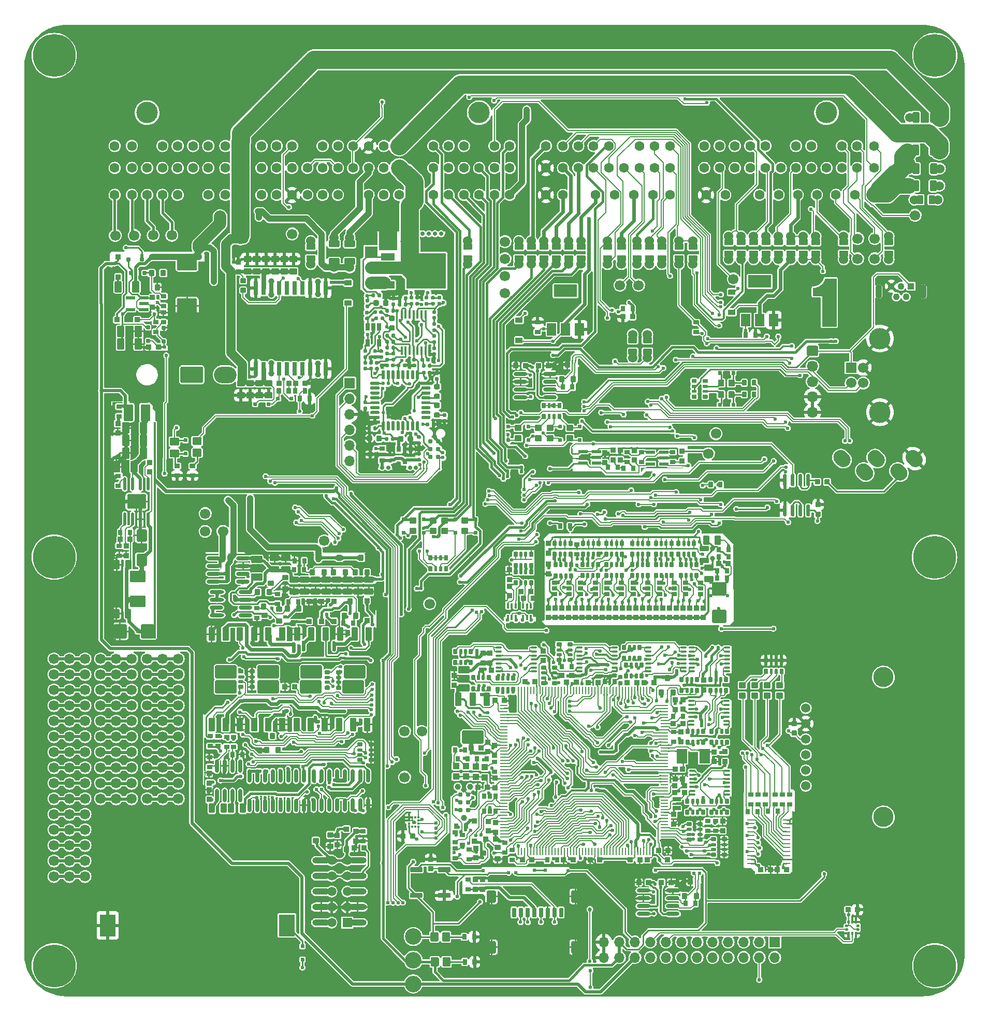
<source format=gtl>
G75*
G70*
%OFA0B0*%
%FSLAX25Y25*%
%IPPOS*%
%LPD*%
%AMOC8*
5,1,8,0,0,1.08239X$1,22.5*
%
%AMM143*
21,1,0.027560,0.030710,-0.000000,0.000000,180.000000*
21,1,0.022050,0.036220,-0.000000,0.000000,180.000000*
1,1,0.005510,-0.011020,0.015350*
1,1,0.005510,0.011020,0.015350*
1,1,0.005510,0.011020,-0.015350*
1,1,0.005510,-0.011020,-0.015350*
%
%AMM148*
21,1,0.033470,0.026770,-0.000000,0.000000,0.000000*
21,1,0.026770,0.033470,-0.000000,0.000000,0.000000*
1,1,0.006690,0.013390,-0.013390*
1,1,0.006690,-0.013390,-0.013390*
1,1,0.006690,-0.013390,0.013390*
1,1,0.006690,0.013390,0.013390*
%
%AMM149*
21,1,0.027560,0.030710,-0.000000,0.000000,90.000000*
21,1,0.022050,0.036220,-0.000000,0.000000,90.000000*
1,1,0.005510,0.015350,0.011020*
1,1,0.005510,0.015350,-0.011020*
1,1,0.005510,-0.015350,-0.011020*
1,1,0.005510,-0.015350,0.011020*
%
%AMM150*
21,1,0.039370,0.049210,-0.000000,0.000000,180.000000*
21,1,0.031500,0.057090,-0.000000,0.000000,180.000000*
1,1,0.007870,-0.015750,0.024610*
1,1,0.007870,0.015750,0.024610*
1,1,0.007870,0.015750,-0.024610*
1,1,0.007870,-0.015750,-0.024610*
%
%AMM151*
21,1,0.033470,0.026770,-0.000000,0.000000,270.000000*
21,1,0.026770,0.033470,-0.000000,0.000000,270.000000*
1,1,0.006690,-0.013390,-0.013390*
1,1,0.006690,-0.013390,0.013390*
1,1,0.006690,0.013390,0.013390*
1,1,0.006690,0.013390,-0.013390*
%
%AMM170*
21,1,0.035430,0.050000,-0.000000,-0.000000,90.000000*
21,1,0.028350,0.057090,-0.000000,-0.000000,90.000000*
1,1,0.007090,0.025000,0.014170*
1,1,0.007090,0.025000,-0.014170*
1,1,0.007090,-0.025000,-0.014170*
1,1,0.007090,-0.025000,0.014170*
%
%AMM171*
21,1,0.086610,0.073230,-0.000000,-0.000000,90.000000*
21,1,0.069290,0.090550,-0.000000,-0.000000,90.000000*
1,1,0.017320,0.036610,0.034650*
1,1,0.017320,0.036610,-0.034650*
1,1,0.017320,-0.036610,-0.034650*
1,1,0.017320,-0.036610,0.034650*
%
%AMM172*
21,1,0.027560,0.030710,-0.000000,-0.000000,270.000000*
21,1,0.022050,0.036220,-0.000000,-0.000000,270.000000*
1,1,0.005510,-0.015350,-0.011020*
1,1,0.005510,-0.015350,0.011020*
1,1,0.005510,0.015350,0.011020*
1,1,0.005510,0.015350,-0.011020*
%
%AMM173*
21,1,0.039370,0.049210,-0.000000,-0.000000,0.000000*
21,1,0.031500,0.057090,-0.000000,-0.000000,0.000000*
1,1,0.007870,0.015750,-0.024610*
1,1,0.007870,-0.015750,-0.024610*
1,1,0.007870,-0.015750,0.024610*
1,1,0.007870,0.015750,0.024610*
%
%AMM174*
21,1,0.023620,0.030710,-0.000000,-0.000000,270.000000*
21,1,0.018900,0.035430,-0.000000,-0.000000,270.000000*
1,1,0.004720,-0.015350,-0.009450*
1,1,0.004720,-0.015350,0.009450*
1,1,0.004720,0.015350,0.009450*
1,1,0.004720,0.015350,-0.009450*
%
%AMM175*
21,1,0.025590,0.026380,-0.000000,-0.000000,180.000000*
21,1,0.020470,0.031500,-0.000000,-0.000000,180.000000*
1,1,0.005120,-0.010240,0.013190*
1,1,0.005120,0.010240,0.013190*
1,1,0.005120,0.010240,-0.013190*
1,1,0.005120,-0.010240,-0.013190*
%
%AMM176*
21,1,0.017720,0.027950,-0.000000,-0.000000,180.000000*
21,1,0.014170,0.031500,-0.000000,-0.000000,180.000000*
1,1,0.003540,-0.007090,0.013980*
1,1,0.003540,0.007090,0.013980*
1,1,0.003540,0.007090,-0.013980*
1,1,0.003540,-0.007090,-0.013980*
%
%AMM177*
21,1,0.033470,0.026770,-0.000000,-0.000000,90.000000*
21,1,0.026770,0.033470,-0.000000,-0.000000,90.000000*
1,1,0.006690,0.013390,0.013390*
1,1,0.006690,0.013390,-0.013390*
1,1,0.006690,-0.013390,-0.013390*
1,1,0.006690,-0.013390,0.013390*
%
%AMM178*
21,1,0.027560,0.030710,-0.000000,-0.000000,180.000000*
21,1,0.022050,0.036220,-0.000000,-0.000000,180.000000*
1,1,0.005510,-0.011020,0.015350*
1,1,0.005510,0.011020,0.015350*
1,1,0.005510,0.011020,-0.015350*
1,1,0.005510,-0.011020,-0.015350*
%
%AMM179*
21,1,0.039370,0.049210,-0.000000,-0.000000,270.000000*
21,1,0.031500,0.057090,-0.000000,-0.000000,270.000000*
1,1,0.007870,-0.024610,-0.015750*
1,1,0.007870,-0.024610,0.015750*
1,1,0.007870,0.024610,0.015750*
1,1,0.007870,0.024610,-0.015750*
%
%AMM180*
21,1,0.033470,0.026770,-0.000000,-0.000000,0.000000*
21,1,0.026770,0.033470,-0.000000,-0.000000,0.000000*
1,1,0.006690,0.013390,-0.013390*
1,1,0.006690,-0.013390,-0.013390*
1,1,0.006690,-0.013390,0.013390*
1,1,0.006690,0.013390,0.013390*
%
%AMM181*
21,1,0.007870,0.503940,-0.000000,-0.000000,0.000000*
21,1,0.000000,0.511810,-0.000000,-0.000000,0.000000*
1,1,0.007870,-0.000000,-0.251970*
1,1,0.007870,-0.000000,-0.251970*
1,1,0.007870,-0.000000,0.251970*
1,1,0.007870,-0.000000,0.251970*
%
%AMM182*
21,1,0.009840,0.919290,-0.000000,-0.000000,90.000000*
21,1,0.000000,0.929130,-0.000000,-0.000000,90.000000*
1,1,0.009840,0.459650,-0.000000*
1,1,0.009840,0.459650,-0.000000*
1,1,0.009840,-0.459650,-0.000000*
1,1,0.009840,-0.459650,-0.000000*
%
%AMM183*
21,1,0.007870,0.041340,-0.000000,-0.000000,180.000000*
21,1,0.000000,0.049210,-0.000000,-0.000000,180.000000*
1,1,0.007870,-0.000000,0.020670*
1,1,0.007870,-0.000000,0.020670*
1,1,0.007870,-0.000000,-0.020670*
1,1,0.007870,-0.000000,-0.020670*
%
%AMM204*
21,1,0.033470,0.026770,-0.000000,-0.000000,180.000000*
21,1,0.026770,0.033470,-0.000000,-0.000000,180.000000*
1,1,0.006690,-0.013390,0.013390*
1,1,0.006690,0.013390,0.013390*
1,1,0.006690,0.013390,-0.013390*
1,1,0.006690,-0.013390,-0.013390*
%
%AMM205*
21,1,0.027560,0.030710,-0.000000,-0.000000,90.000000*
21,1,0.022050,0.036220,-0.000000,-0.000000,90.000000*
1,1,0.005510,0.015350,0.011020*
1,1,0.005510,0.015350,-0.011020*
1,1,0.005510,-0.015350,-0.011020*
1,1,0.005510,-0.015350,0.011020*
%
%AMM206*
21,1,0.015750,0.009840,-0.000000,-0.000000,225.000000*
1,1,0.009840,0.005570,0.005570*
1,1,0.009840,-0.005570,-0.005570*
%
%AMM209*
21,1,0.033470,0.026770,-0.000000,0.000000,180.000000*
21,1,0.026770,0.033470,-0.000000,0.000000,180.000000*
1,1,0.006690,-0.013390,0.013390*
1,1,0.006690,0.013390,0.013390*
1,1,0.006690,0.013390,-0.013390*
1,1,0.006690,-0.013390,-0.013390*
%
%AMM210*
21,1,0.070870,0.036220,-0.000000,0.000000,90.000000*
21,1,0.061810,0.045280,-0.000000,0.000000,90.000000*
1,1,0.009060,0.018110,0.030910*
1,1,0.009060,0.018110,-0.030910*
1,1,0.009060,-0.018110,-0.030910*
1,1,0.009060,-0.018110,0.030910*
%
%AMM211*
21,1,0.027560,0.030710,-0.000000,0.000000,270.000000*
21,1,0.022050,0.036220,-0.000000,0.000000,270.000000*
1,1,0.005510,-0.015350,-0.011020*
1,1,0.005510,-0.015350,0.011020*
1,1,0.005510,0.015350,0.011020*
1,1,0.005510,0.015350,-0.011020*
%
%AMM254*
21,1,0.033470,0.026770,-0.000000,-0.000000,270.000000*
21,1,0.026770,0.033470,-0.000000,-0.000000,270.000000*
1,1,0.006690,-0.013390,-0.013390*
1,1,0.006690,-0.013390,0.013390*
1,1,0.006690,0.013390,0.013390*
1,1,0.006690,0.013390,-0.013390*
%
%AMM255*
21,1,0.070870,0.036220,-0.000000,-0.000000,180.000000*
21,1,0.061810,0.045280,-0.000000,-0.000000,180.000000*
1,1,0.009060,-0.030910,0.018110*
1,1,0.009060,0.030910,0.018110*
1,1,0.009060,0.030910,-0.018110*
1,1,0.009060,-0.030910,-0.018110*
%
%AMM256*
21,1,0.027560,0.030710,-0.000000,-0.000000,0.000000*
21,1,0.022050,0.036220,-0.000000,-0.000000,0.000000*
1,1,0.005510,0.011020,-0.015350*
1,1,0.005510,-0.011020,-0.015350*
1,1,0.005510,-0.011020,0.015350*
1,1,0.005510,0.011020,0.015350*
%
%AMM257*
21,1,0.137800,0.067720,-0.000000,-0.000000,180.000000*
21,1,0.120870,0.084650,-0.000000,-0.000000,180.000000*
1,1,0.016930,-0.060430,0.033860*
1,1,0.016930,0.060430,0.033860*
1,1,0.016930,0.060430,-0.033860*
1,1,0.016930,-0.060430,-0.033860*
%
%AMM258*
21,1,0.043310,0.075980,-0.000000,-0.000000,180.000000*
21,1,0.034650,0.084650,-0.000000,-0.000000,180.000000*
1,1,0.008660,-0.017320,0.037990*
1,1,0.008660,0.017320,0.037990*
1,1,0.008660,0.017320,-0.037990*
1,1,0.008660,-0.017320,-0.037990*
%
%AMM259*
21,1,0.043310,0.075990,-0.000000,-0.000000,180.000000*
21,1,0.034650,0.084650,-0.000000,-0.000000,180.000000*
1,1,0.008660,-0.017320,0.037990*
1,1,0.008660,0.017320,0.037990*
1,1,0.008660,0.017320,-0.037990*
1,1,0.008660,-0.017320,-0.037990*
%
%AMM260*
21,1,0.039370,0.035430,-0.000000,-0.000000,90.000000*
21,1,0.031500,0.043310,-0.000000,-0.000000,90.000000*
1,1,0.007870,0.017720,0.015750*
1,1,0.007870,0.017720,-0.015750*
1,1,0.007870,-0.017720,-0.015750*
1,1,0.007870,-0.017720,0.015750*
%
%AMM261*
21,1,0.035430,0.030320,-0.000000,-0.000000,90.000000*
21,1,0.028350,0.037400,-0.000000,-0.000000,90.000000*
1,1,0.007090,0.015160,0.014170*
1,1,0.007090,0.015160,-0.014170*
1,1,0.007090,-0.015160,-0.014170*
1,1,0.007090,-0.015160,0.014170*
%
%AMM262*
21,1,0.023620,0.030710,-0.000000,-0.000000,0.000000*
21,1,0.018900,0.035430,-0.000000,-0.000000,0.000000*
1,1,0.004720,0.009450,-0.015350*
1,1,0.004720,-0.009450,-0.015350*
1,1,0.004720,-0.009450,0.015350*
1,1,0.004720,0.009450,0.015350*
%
%AMM263*
21,1,0.035830,0.026770,-0.000000,-0.000000,90.000000*
21,1,0.029130,0.033470,-0.000000,-0.000000,90.000000*
1,1,0.006690,0.013390,0.014570*
1,1,0.006690,0.013390,-0.014570*
1,1,0.006690,-0.013390,-0.014570*
1,1,0.006690,-0.013390,0.014570*
%
%AMM264*
21,1,0.035430,0.030320,-0.000000,-0.000000,0.000000*
21,1,0.028350,0.037400,-0.000000,-0.000000,0.000000*
1,1,0.007090,0.014170,-0.015160*
1,1,0.007090,-0.014170,-0.015160*
1,1,0.007090,-0.014170,0.015160*
1,1,0.007090,0.014170,0.015160*
%
%AMM265*
21,1,0.025590,0.026380,-0.000000,-0.000000,90.000000*
21,1,0.020470,0.031500,-0.000000,-0.000000,90.000000*
1,1,0.005120,0.013190,0.010240*
1,1,0.005120,0.013190,-0.010240*
1,1,0.005120,-0.013190,-0.010240*
1,1,0.005120,-0.013190,0.010240*
%
%AMM266*
21,1,0.017720,0.027950,-0.000000,-0.000000,90.000000*
21,1,0.014170,0.031500,-0.000000,-0.000000,90.000000*
1,1,0.003540,0.013980,0.007090*
1,1,0.003540,0.013980,-0.007090*
1,1,0.003540,-0.013980,-0.007090*
1,1,0.003540,-0.013980,0.007090*
%
%AMM267*
21,1,0.027560,0.049610,-0.000000,-0.000000,90.000000*
21,1,0.022050,0.055120,-0.000000,-0.000000,90.000000*
1,1,0.005510,0.024800,0.011020*
1,1,0.005510,0.024800,-0.011020*
1,1,0.005510,-0.024800,-0.011020*
1,1,0.005510,-0.024800,0.011020*
%
%AMM268*
21,1,0.027560,0.018900,-0.000000,-0.000000,0.000000*
21,1,0.022840,0.023620,-0.000000,-0.000000,0.000000*
1,1,0.004720,0.011420,-0.009450*
1,1,0.004720,-0.011420,-0.009450*
1,1,0.004720,-0.011420,0.009450*
1,1,0.004720,0.011420,0.009450*
%
%AMM269*
21,1,0.035830,0.026770,-0.000000,-0.000000,0.000000*
21,1,0.029130,0.033470,-0.000000,-0.000000,0.000000*
1,1,0.006690,0.014570,-0.013390*
1,1,0.006690,-0.014570,-0.013390*
1,1,0.006690,-0.014570,0.013390*
1,1,0.006690,0.014570,0.013390*
%
%AMM270*
21,1,0.009840,0.017720,-0.000000,-0.000000,0.000000*
21,1,0.000000,0.027560,-0.000000,-0.000000,0.000000*
1,1,0.009840,-0.000000,-0.008860*
1,1,0.009840,-0.000000,-0.008860*
1,1,0.009840,-0.000000,0.008860*
1,1,0.009840,-0.000000,0.008860*
%
%AMM271*
21,1,0.007870,1.416930,-0.000000,-0.000000,0.000000*
21,1,0.000000,1.424800,-0.000000,-0.000000,0.000000*
1,1,0.007870,-0.000000,-0.708470*
1,1,0.007870,-0.000000,-0.708470*
1,1,0.007870,-0.000000,0.708470*
1,1,0.007870,-0.000000,0.708470*
%
%AMM272*
21,1,0.007870,1.787400,-0.000000,-0.000000,90.000000*
21,1,0.000000,1.795280,-0.000000,-0.000000,90.000000*
1,1,0.007870,0.893700,-0.000000*
1,1,0.007870,0.893700,-0.000000*
1,1,0.007870,-0.893700,-0.000000*
1,1,0.007870,-0.893700,-0.000000*
%
%AMM273*
21,1,0.007870,1.405510,-0.000000,-0.000000,0.000000*
21,1,0.000000,1.413390,-0.000000,-0.000000,0.000000*
1,1,0.007870,-0.000000,-0.702760*
1,1,0.007870,-0.000000,-0.702760*
1,1,0.007870,-0.000000,0.702760*
1,1,0.007870,-0.000000,0.702760*
%
%AMM274*
21,1,0.007870,1.704720,-0.000000,-0.000000,90.000000*
21,1,0.000000,1.712600,-0.000000,-0.000000,90.000000*
1,1,0.007870,0.852360,-0.000000*
1,1,0.007870,0.852360,-0.000000*
1,1,0.007870,-0.852360,-0.000000*
1,1,0.007870,-0.852360,-0.000000*
%
%AMM275*
21,1,0.007870,0.023620,-0.000000,-0.000000,135.000000*
21,1,0.000000,0.031500,-0.000000,-0.000000,135.000000*
1,1,0.007870,0.008350,0.008350*
1,1,0.007870,0.008350,0.008350*
1,1,0.007870,-0.008350,-0.008350*
1,1,0.007870,-0.008350,-0.008350*
%
%AMM276*
21,1,0.007870,0.055120,-0.000000,-0.000000,90.000000*
21,1,0.000000,0.062990,-0.000000,-0.000000,90.000000*
1,1,0.007870,0.027560,-0.000000*
1,1,0.007870,0.027560,-0.000000*
1,1,0.007870,-0.027560,-0.000000*
1,1,0.007870,-0.027560,-0.000000*
%
%AMM277*
21,1,0.007870,0.039370,-0.000000,-0.000000,225.000000*
21,1,0.000000,0.047240,-0.000000,-0.000000,225.000000*
1,1,0.007870,-0.013920,0.013920*
1,1,0.007870,-0.013920,0.013920*
1,1,0.007870,0.013920,-0.013920*
1,1,0.007870,0.013920,-0.013920*
%
%AMM278*
21,1,0.007870,0.013780,-0.000000,-0.000000,225.000000*
21,1,0.000000,0.021650,-0.000000,-0.000000,225.000000*
1,1,0.007870,-0.004870,0.004870*
1,1,0.007870,-0.004870,0.004870*
1,1,0.007870,0.004870,-0.004870*
1,1,0.007870,0.004870,-0.004870*
%
%AMM279*
21,1,0.007870,0.014960,-0.000000,-0.000000,315.000000*
21,1,0.000000,0.022840,-0.000000,-0.000000,315.000000*
1,1,0.007870,-0.005290,-0.005290*
1,1,0.007870,-0.005290,-0.005290*
1,1,0.007870,0.005290,0.005290*
1,1,0.007870,0.005290,0.005290*
%
%AMM280*
21,1,0.007870,0.029130,-0.000000,-0.000000,45.000000*
21,1,0.000000,0.037010,-0.000000,-0.000000,45.000000*
1,1,0.007870,0.010300,-0.010300*
1,1,0.007870,0.010300,-0.010300*
1,1,0.007870,-0.010300,0.010300*
1,1,0.007870,-0.010300,0.010300*
%
%AMM299*
21,1,0.035430,0.030320,-0.000000,0.000000,90.000000*
21,1,0.028350,0.037400,-0.000000,0.000000,90.000000*
1,1,0.007090,0.015160,0.014170*
1,1,0.007090,0.015160,-0.014170*
1,1,0.007090,-0.015160,-0.014170*
1,1,0.007090,-0.015160,0.014170*
%
%AMM303*
21,1,0.025590,0.026380,-0.000000,0.000000,180.000000*
21,1,0.020470,0.031500,-0.000000,0.000000,180.000000*
1,1,0.005120,-0.010240,0.013190*
1,1,0.005120,0.010240,0.013190*
1,1,0.005120,0.010240,-0.013190*
1,1,0.005120,-0.010240,-0.013190*
%
%AMM304*
21,1,0.017720,0.027950,-0.000000,0.000000,180.000000*
21,1,0.014170,0.031500,-0.000000,0.000000,180.000000*
1,1,0.003540,-0.007090,0.013980*
1,1,0.003540,0.007090,0.013980*
1,1,0.003540,0.007090,-0.013980*
1,1,0.003540,-0.007090,-0.013980*
%
%AMM305*
21,1,0.035830,0.026770,-0.000000,0.000000,180.000000*
21,1,0.029130,0.033470,-0.000000,0.000000,180.000000*
1,1,0.006690,-0.014570,0.013390*
1,1,0.006690,0.014570,0.013390*
1,1,0.006690,0.014570,-0.013390*
1,1,0.006690,-0.014570,-0.013390*
%
%AMM31*
21,1,0.027560,0.030710,0.000000,0.000000,270.000000*
21,1,0.022050,0.036220,0.000000,0.000000,270.000000*
1,1,0.005510,-0.015350,-0.011020*
1,1,0.005510,-0.015350,0.011020*
1,1,0.005510,0.015350,0.011020*
1,1,0.005510,0.015350,-0.011020*
%
%AMM317*
21,1,0.035430,0.030320,-0.000000,-0.000000,180.000000*
21,1,0.028350,0.037400,-0.000000,-0.000000,180.000000*
1,1,0.007090,-0.014170,0.015160*
1,1,0.007090,0.014170,0.015160*
1,1,0.007090,0.014170,-0.015160*
1,1,0.007090,-0.014170,-0.015160*
%
%AMM318*
21,1,0.043310,0.075980,-0.000000,-0.000000,0.000000*
21,1,0.034650,0.084650,-0.000000,-0.000000,0.000000*
1,1,0.008660,0.017320,-0.037990*
1,1,0.008660,-0.017320,-0.037990*
1,1,0.008660,-0.017320,0.037990*
1,1,0.008660,0.017320,0.037990*
%
%AMM319*
21,1,0.043310,0.075990,-0.000000,-0.000000,0.000000*
21,1,0.034650,0.084650,-0.000000,-0.000000,0.000000*
1,1,0.008660,0.017320,-0.037990*
1,1,0.008660,-0.017320,-0.037990*
1,1,0.008660,-0.017320,0.037990*
1,1,0.008660,0.017320,0.037990*
%
%AMM320*
21,1,0.137800,0.067720,-0.000000,-0.000000,0.000000*
21,1,0.120870,0.084650,-0.000000,-0.000000,0.000000*
1,1,0.016930,0.060430,-0.033860*
1,1,0.016930,-0.060430,-0.033860*
1,1,0.016930,-0.060430,0.033860*
1,1,0.016930,0.060430,0.033860*
%
%AMM321*
21,1,0.025590,0.026380,-0.000000,-0.000000,270.000000*
21,1,0.020470,0.031500,-0.000000,-0.000000,270.000000*
1,1,0.005120,-0.013190,-0.010240*
1,1,0.005120,-0.013190,0.010240*
1,1,0.005120,0.013190,0.010240*
1,1,0.005120,0.013190,-0.010240*
%
%AMM322*
21,1,0.017720,0.027950,-0.000000,-0.000000,270.000000*
21,1,0.014170,0.031500,-0.000000,-0.000000,270.000000*
1,1,0.003540,-0.013980,-0.007090*
1,1,0.003540,-0.013980,0.007090*
1,1,0.003540,0.013980,0.007090*
1,1,0.003540,0.013980,-0.007090*
%
%AMM323*
21,1,0.035830,0.026770,-0.000000,-0.000000,270.000000*
21,1,0.029130,0.033470,-0.000000,-0.000000,270.000000*
1,1,0.006690,-0.013390,-0.014570*
1,1,0.006690,-0.013390,0.014570*
1,1,0.006690,0.013390,0.014570*
1,1,0.006690,0.013390,-0.014570*
%
%AMM324*
21,1,0.003940,0.007870,-0.000000,-0.000000,315.000000*
1,1,0.007870,-0.001390,0.001390*
1,1,0.007870,0.001390,-0.001390*
%
%AMM325*
21,1,0.087800,0.007870,-0.000000,-0.000000,225.000000*
1,1,0.007870,0.031040,0.031040*
1,1,0.007870,-0.031040,-0.031040*
%
%AMM326*
21,1,0.031500,0.007870,-0.000000,-0.000000,135.000000*
1,1,0.007870,0.011140,-0.011140*
1,1,0.007870,-0.011140,0.011140*
%
%AMM335*
21,1,0.012600,0.028980,-0.000000,0.000000,0.000000*
21,1,0.010080,0.031500,-0.000000,0.000000,0.000000*
1,1,0.002520,0.005040,-0.014490*
1,1,0.002520,-0.005040,-0.014490*
1,1,0.002520,-0.005040,0.014490*
1,1,0.002520,0.005040,0.014490*
%
%AMM337*
21,1,0.035830,0.026770,-0.000000,0.000000,90.000000*
21,1,0.029130,0.033470,-0.000000,0.000000,90.000000*
1,1,0.006690,0.013390,0.014570*
1,1,0.006690,0.013390,-0.014570*
1,1,0.006690,-0.013390,-0.014570*
1,1,0.006690,-0.013390,0.014570*
%
%AMM338*
21,1,0.007870,0.640160,-0.000000,0.000000,0.000000*
21,1,0.000000,0.648030,-0.000000,0.000000,0.000000*
1,1,0.007870,-0.000000,-0.320080*
1,1,0.007870,-0.000000,-0.320080*
1,1,0.007870,-0.000000,0.320080*
1,1,0.007870,-0.000000,0.320080*
%
%AMM339*
21,1,0.007870,0.400390,-0.000000,0.000000,90.000000*
21,1,0.000000,0.408270,-0.000000,0.000000,90.000000*
1,1,0.007870,0.200200,0.000000*
1,1,0.007870,0.200200,0.000000*
1,1,0.007870,-0.200200,0.000000*
1,1,0.007870,-0.200200,0.000000*
%
%AMM340*
21,1,0.007870,0.080320,-0.000000,0.000000,315.000000*
21,1,0.000000,0.088190,-0.000000,0.000000,315.000000*
1,1,0.007870,-0.028400,-0.028400*
1,1,0.007870,-0.028400,-0.028400*
1,1,0.007870,0.028400,0.028400*
1,1,0.007870,0.028400,0.028400*
%
%AMM341*
21,1,0.007870,0.287010,-0.000000,0.000000,270.000000*
21,1,0.000000,0.294880,-0.000000,0.000000,270.000000*
1,1,0.007870,-0.143500,0.000000*
1,1,0.007870,-0.143500,0.000000*
1,1,0.007870,0.143500,0.000000*
1,1,0.007870,0.143500,0.000000*
%
%AMM342*
21,1,0.007870,0.078350,-0.000000,0.000000,225.000000*
21,1,0.000000,0.086220,-0.000000,0.000000,225.000000*
1,1,0.007870,-0.027700,0.027700*
1,1,0.007870,-0.027700,0.027700*
1,1,0.007870,0.027700,-0.027700*
1,1,0.007870,0.027700,-0.027700*
%
%AMM343*
21,1,0.007870,0.643700,-0.000000,0.000000,0.000000*
21,1,0.000000,0.651580,-0.000000,0.000000,0.000000*
1,1,0.007870,-0.000000,-0.321850*
1,1,0.007870,-0.000000,-0.321850*
1,1,0.007870,-0.000000,0.321850*
1,1,0.007870,-0.000000,0.321850*
%
%AMM35*
21,1,0.033470,0.026770,0.000000,0.000000,90.000000*
21,1,0.026770,0.033470,0.000000,0.000000,90.000000*
1,1,0.006690,0.013390,0.013390*
1,1,0.006690,0.013390,-0.013390*
1,1,0.006690,-0.013390,-0.013390*
1,1,0.006690,-0.013390,0.013390*
%
%AMM351*
21,1,0.021650,0.052760,-0.000000,-0.000000,90.000000*
21,1,0.017320,0.057090,-0.000000,-0.000000,90.000000*
1,1,0.004330,0.026380,0.008660*
1,1,0.004330,0.026380,-0.008660*
1,1,0.004330,-0.026380,-0.008660*
1,1,0.004330,-0.026380,0.008660*
%
%AMM353*
21,1,0.035430,0.030320,-0.000000,0.000000,180.000000*
21,1,0.028350,0.037400,-0.000000,0.000000,180.000000*
1,1,0.007090,-0.014170,0.015160*
1,1,0.007090,0.014170,0.015160*
1,1,0.007090,0.014170,-0.015160*
1,1,0.007090,-0.014170,-0.015160*
%
%AMM354*
21,1,0.021650,0.052760,-0.000000,0.000000,90.000000*
21,1,0.017320,0.057090,-0.000000,0.000000,90.000000*
1,1,0.004330,0.026380,0.008660*
1,1,0.004330,0.026380,-0.008660*
1,1,0.004330,-0.026380,-0.008660*
1,1,0.004330,-0.026380,0.008660*
%
%AMM355*
21,1,0.094490,0.111020,-0.000000,0.000000,270.000000*
21,1,0.075590,0.129920,-0.000000,0.000000,270.000000*
1,1,0.018900,-0.055510,-0.037800*
1,1,0.018900,-0.055510,0.037800*
1,1,0.018900,0.055510,0.037800*
1,1,0.018900,0.055510,-0.037800*
%
%AMM356*
21,1,0.023620,0.018900,-0.000000,0.000000,0.000000*
21,1,0.018900,0.023620,-0.000000,0.000000,0.000000*
1,1,0.004720,0.009450,-0.009450*
1,1,0.004720,-0.009450,-0.009450*
1,1,0.004720,-0.009450,0.009450*
1,1,0.004720,0.009450,0.009450*
%
%AMM357*
21,1,0.023620,0.018900,-0.000000,0.000000,270.000000*
21,1,0.018900,0.023620,-0.000000,0.000000,270.000000*
1,1,0.004720,-0.009450,-0.009450*
1,1,0.004720,-0.009450,0.009450*
1,1,0.004720,0.009450,0.009450*
1,1,0.004720,0.009450,-0.009450*
%
%AMM358*
21,1,0.047240,0.015750,-0.000000,0.000000,225.000000*
1,1,0.015750,0.016700,0.016700*
1,1,0.015750,-0.016700,-0.016700*
%
%AMM364*
21,1,0.106300,0.050390,-0.000000,0.000000,90.000000*
21,1,0.093700,0.062990,-0.000000,0.000000,90.000000*
1,1,0.012600,0.025200,0.046850*
1,1,0.012600,0.025200,-0.046850*
1,1,0.012600,-0.025200,-0.046850*
1,1,0.012600,-0.025200,0.046850*
%
%AMM365*
21,1,0.074800,0.083460,-0.000000,0.000000,270.000000*
21,1,0.059840,0.098430,-0.000000,0.000000,270.000000*
1,1,0.014960,-0.041730,-0.029920*
1,1,0.014960,-0.041730,0.029920*
1,1,0.014960,0.041730,0.029920*
1,1,0.014960,0.041730,-0.029920*
%
%AMM366*
21,1,0.122050,0.075590,-0.000000,0.000000,0.000000*
21,1,0.103150,0.094490,-0.000000,0.000000,0.000000*
1,1,0.018900,0.051580,-0.037800*
1,1,0.018900,-0.051580,-0.037800*
1,1,0.018900,-0.051580,0.037800*
1,1,0.018900,0.051580,0.037800*
%
%AMM367*
21,1,0.078740,0.053540,-0.000000,0.000000,270.000000*
21,1,0.065350,0.066930,-0.000000,0.000000,270.000000*
1,1,0.013390,-0.026770,-0.032680*
1,1,0.013390,-0.026770,0.032680*
1,1,0.013390,0.026770,0.032680*
1,1,0.013390,0.026770,-0.032680*
%
%AMM368*
21,1,0.070870,0.036220,-0.000000,0.000000,270.000000*
21,1,0.061810,0.045280,-0.000000,0.000000,270.000000*
1,1,0.009060,-0.018110,-0.030910*
1,1,0.009060,-0.018110,0.030910*
1,1,0.009060,0.018110,0.030910*
1,1,0.009060,0.018110,-0.030910*
%
%AMM369*
21,1,0.086610,0.073230,-0.000000,0.000000,180.000000*
21,1,0.069290,0.090550,-0.000000,0.000000,180.000000*
1,1,0.017320,-0.034650,0.036610*
1,1,0.017320,0.034650,0.036610*
1,1,0.017320,0.034650,-0.036610*
1,1,0.017320,-0.034650,-0.036610*
%
%AMM80*
21,1,0.078740,0.045670,0.000000,0.000000,270.000000*
21,1,0.067320,0.057090,0.000000,0.000000,270.000000*
1,1,0.011420,-0.022840,-0.033660*
1,1,0.011420,-0.022840,0.033660*
1,1,0.011420,0.022840,0.033660*
1,1,0.011420,0.022840,-0.033660*
%
%AMM81*
21,1,0.059060,0.020470,0.000000,0.000000,270.000000*
21,1,0.053940,0.025590,0.000000,0.000000,270.000000*
1,1,0.005120,-0.010240,-0.026970*
1,1,0.005120,-0.010240,0.026970*
1,1,0.005120,0.010240,0.026970*
1,1,0.005120,0.010240,-0.026970*
%
%ADD10C,0.00394*%
%ADD100C,0.03150*%
%ADD101C,0.05906*%
%ADD102C,0.11417*%
%ADD103C,0.11024*%
%ADD106C,0.00984*%
%ADD11O,0.01969X0.11811*%
%ADD12O,0.01969X0.50000*%
%ADD13O,0.04724X0.01969*%
%ADD14O,0.68504X0.01575*%
%ADD15O,0.01969X0.44882*%
%ADD157C,0.01968*%
%ADD16O,0.56890X0.01969*%
%ADD163O,0.04961X0.00984*%
%ADD165M31*%
%ADD167O,0.00984X0.40158*%
%ADD17C,0.02362*%
%ADD173M35*%
%ADD179O,0.04331X0.01181*%
%ADD18C,0.06000*%
%ADD180O,0.05118X0.00866*%
%ADD181O,0.00866X0.05118*%
%ADD184R,0.06693X0.09449*%
%ADD19O,0.01969X0.00984*%
%ADD20C,0.06693*%
%ADD204R,0.01968X0.01968*%
%ADD205C,0.03100*%
%ADD206C,0.03900*%
%ADD21R,0.06693X0.06693*%
%ADD22O,0.06693X0.06693*%
%ADD23C,0.10630*%
%ADD232M80*%
%ADD233M81*%
%ADD234O,0.01968X0.50000*%
%ADD235O,0.56890X0.01968*%
%ADD236O,0.01968X0.44882*%
%ADD237O,0.01968X0.11811*%
%ADD238O,0.04724X0.01968*%
%ADD24O,0.00787X0.56693*%
%ADD247O,0.02362X0.08661*%
%ADD248O,0.08661X0.02362*%
%ADD25O,0.00787X1.01772*%
%ADD253C,0.05118*%
%ADD26O,0.00787X0.16339*%
%ADD27O,0.00787X0.16732*%
%ADD273O,0.01968X0.00984*%
%ADD28O,0.00787X0.14173*%
%ADD285R,0.05906X0.05906*%
%ADD29O,0.00787X0.34744*%
%ADD294O,0.00984X0.01968*%
%ADD30O,0.44587X0.00787*%
%ADD307O,0.03937X0.01968*%
%ADD31O,1.01181X0.00787*%
%ADD32O,0.06693X0.00787*%
%ADD327O,0.01968X0.03937*%
%ADD33O,0.03937X0.05906*%
%ADD34O,0.03150X0.02362*%
%ADD35C,0.13780*%
%ADD350R,0.03543X0.03150*%
%ADD355R,0.03150X0.03543*%
%ADD36C,0.06299*%
%ADD362M143*%
%ADD367M148*%
%ADD368M149*%
%ADD369M150*%
%ADD37R,0.04331X0.04331*%
%ADD370M151*%
%ADD38C,0.04331*%
%ADD389M170*%
%ADD39O,0.04331X0.09449*%
%ADD390M171*%
%ADD391M172*%
%ADD392M173*%
%ADD393M174*%
%ADD394M175*%
%ADD395M176*%
%ADD396M177*%
%ADD397M178*%
%ADD398M179*%
%ADD399M180*%
%ADD40O,0.00787X0.22323*%
%ADD400M181*%
%ADD401M182*%
%ADD402M183*%
%ADD41O,0.38583X0.01575*%
%ADD42O,0.00787X0.26772*%
%ADD427M204*%
%ADD428M205*%
%ADD429M206*%
%ADD43O,0.43701X0.00787*%
%ADD432M209*%
%ADD433M210*%
%ADD434M211*%
%ADD44O,0.00984X0.01969*%
%ADD45C,0.13000*%
%ADD46O,0.14567X0.10630*%
%ADD47C,0.27559*%
%ADD48R,0.01476X0.01378*%
%ADD481M254*%
%ADD482M255*%
%ADD483M256*%
%ADD484M257*%
%ADD485M258*%
%ADD486M259*%
%ADD487M260*%
%ADD488M261*%
%ADD489M262*%
%ADD49R,0.01378X0.01476*%
%ADD490M263*%
%ADD491M264*%
%ADD492M265*%
%ADD493M266*%
%ADD494M267*%
%ADD495M268*%
%ADD496M269*%
%ADD497M270*%
%ADD498M271*%
%ADD499M272*%
%ADD50R,0.10236X0.14173*%
%ADD500M273*%
%ADD501M274*%
%ADD502M275*%
%ADD503M276*%
%ADD504M277*%
%ADD505M278*%
%ADD506M279*%
%ADD507M280*%
%ADD51O,0.01969X0.03937*%
%ADD52O,0.34428X0.03937*%
%ADD526M299*%
%ADD53O,0.36220X0.00787*%
%ADD530M303*%
%ADD531M304*%
%ADD532M305*%
%ADD54O,0.01969X0.00787*%
%ADD55O,0.01575X0.35433*%
%ADD559M317*%
%ADD56O,0.00787X0.54331*%
%ADD560M318*%
%ADD561M319*%
%ADD562M320*%
%ADD563M321*%
%ADD564M322*%
%ADD565M323*%
%ADD566M324*%
%ADD567M325*%
%ADD568M326*%
%ADD57O,0.21260X0.01575*%
%ADD577M335*%
%ADD579O,0.11221X0.04016*%
%ADD58O,0.00787X0.25591*%
%ADD580M337*%
%ADD581M338*%
%ADD582M339*%
%ADD583M340*%
%ADD584M341*%
%ADD585M342*%
%ADD586M343*%
%ADD59C,0.02756*%
%ADD598M351*%
%ADD60C,0.11811*%
%ADD600M353*%
%ADD601M354*%
%ADD602M355*%
%ADD603M356*%
%ADD604M357*%
%ADD605O,0.34429X0.03937*%
%ADD606O,0.36221X0.00787*%
%ADD607O,0.01968X0.00787*%
%ADD608M358*%
%ADD61R,0.11811X0.00984*%
%ADD615M364*%
%ADD616M365*%
%ADD617O,0.01968X0.08661*%
%ADD618M366*%
%ADD619M367*%
%ADD62R,0.05709X0.00984*%
%ADD620M368*%
%ADD621M369*%
%ADD622O,0.11811X0.01968*%
%ADD623O,0.28347X0.01575*%
%ADD63R,0.08858X0.00984*%
%ADD631R,0.07874X0.07500*%
%ADD632O,0.07874X0.07500*%
%ADD633R,0.01772X0.05709*%
%ADD634R,0.08661X0.04724*%
%ADD635R,0.25197X0.22835*%
%ADD636R,0.02559X0.04803*%
%ADD64R,0.11614X0.00984*%
%ADD65R,0.00984X1.54528*%
%ADD66R,0.12205X0.00984*%
%ADD67R,0.03740X0.00984*%
%ADD68R,0.05906X0.07874*%
%ADD69R,0.14961X0.07874*%
%ADD70O,0.20079X0.00787*%
%ADD71O,0.00787X0.43701*%
%ADD72O,0.00787X0.03740*%
%ADD73O,0.13780X0.00787*%
%ADD74O,0.00984X0.40157*%
%ADD75O,0.22835X0.00984*%
%ADD76O,0.00787X0.01575*%
%ADD77O,0.01575X0.19685*%
%ADD78O,0.01575X1.18110*%
%ADD79O,0.28346X0.01575*%
%ADD80O,0.12205X0.00787*%
%ADD81O,0.11811X0.01969*%
%ADD82O,0.01575X1.39370*%
%ADD83R,0.03150X0.08661*%
%ADD84R,0.08000X0.20000*%
%ADD85R,0.45000X0.30000*%
%ADD86O,0.07283X0.06693*%
%ADD87C,0.02400*%
%ADD88C,0.02700*%
%ADD89C,0.03937*%
%ADD90C,0.00787*%
%ADD91C,0.01575*%
%ADD92C,0.01000*%
%ADD93C,0.01180*%
%ADD94C,0.02000*%
%ADD95C,0.09843*%
%ADD96C,0.01181*%
%ADD97C,0.00800*%
%ADD98C,0.07874*%
%ADD99C,0.01969*%
X0000000Y0000000D02*
%LPD*%
G01*
D10*
X0523235Y0431517D02*
X0514180Y0431517D01*
X0514180Y0431517D02*
X0514180Y0450808D01*
X0514180Y0450808D02*
X0514140Y0451005D01*
X0514140Y0451005D02*
X0513983Y0451163D01*
X0513983Y0451163D02*
X0513786Y0451202D01*
X0513786Y0451202D02*
X0508274Y0451202D01*
X0508274Y0451202D02*
X0508274Y0456320D01*
X0508274Y0456320D02*
X0508668Y0456320D01*
X0508668Y0456320D02*
X0509377Y0456399D01*
X0509377Y0456399D02*
X0510203Y0456556D01*
X0510203Y0456556D02*
X0511030Y0456832D01*
X0511030Y0456832D02*
X0511542Y0457029D01*
X0511542Y0457029D02*
X0512251Y0457383D01*
X0512251Y0457383D02*
X0512920Y0457816D01*
X0512920Y0457816D02*
X0513629Y0458367D01*
X0513629Y0458367D02*
X0514377Y0459116D01*
X0514377Y0459116D02*
X0514731Y0459588D01*
X0514731Y0459588D02*
X0515164Y0460218D01*
X0515164Y0460218D02*
X0515597Y0461005D01*
X0515597Y0461005D02*
X0515912Y0461753D01*
X0515912Y0461753D02*
X0516070Y0462226D01*
X0516070Y0462226D02*
X0523235Y0462226D01*
X0523235Y0462226D02*
X0523235Y0431517D01*
G36*
X0523235Y0431517D02*
G01*
X0514180Y0431517D01*
X0514180Y0450808D01*
X0514140Y0451005D01*
X0513983Y0451163D01*
X0513786Y0451202D01*
X0508274Y0451202D01*
X0508274Y0456320D01*
X0508668Y0456320D01*
X0509377Y0456399D01*
X0510203Y0456556D01*
X0511030Y0456832D01*
X0511542Y0457029D01*
X0512251Y0457383D01*
X0512920Y0457816D01*
X0513629Y0458367D01*
X0514377Y0459116D01*
X0514731Y0459588D01*
X0515164Y0460218D01*
X0515597Y0461005D01*
X0515912Y0461753D01*
X0516070Y0462226D01*
X0523235Y0462226D01*
X0523235Y0431517D01*
G37*
X0523235Y0431517D02*
X0514180Y0431517D01*
X0514180Y0450808D01*
X0514140Y0451005D01*
X0513983Y0451163D01*
X0513786Y0451202D01*
X0508274Y0451202D01*
X0508274Y0456320D01*
X0508668Y0456320D01*
X0509377Y0456399D01*
X0510203Y0456556D01*
X0511030Y0456832D01*
X0511542Y0457029D01*
X0512251Y0457383D01*
X0512920Y0457816D01*
X0513629Y0458367D01*
X0514377Y0459116D01*
X0514731Y0459588D01*
X0515164Y0460218D01*
X0515597Y0461005D01*
X0515912Y0461753D01*
X0516070Y0462226D01*
X0523235Y0462226D01*
X0523235Y0431517D01*
D11*
X0354207Y0023012D03*
D12*
X0357160Y0052097D03*
D13*
X0355585Y0028032D03*
D14*
X0323695Y0076358D03*
D15*
X0299286Y0039793D03*
D16*
X0326727Y0017992D03*
D17*
X0297120Y0070059D03*
X0303321Y0050748D03*
X0353337Y0050784D03*
X0319955Y0048110D03*
X0324581Y0048110D03*
X0333144Y0048110D03*
X0341904Y0048110D03*
G36*
G01*
X0584286Y0525612D02*
X0587003Y0525612D01*
G75*
G02*
X0587908Y0524706I0000000J-000906D01*
G01*
X0587908Y0519430D01*
G75*
G02*
X0587003Y0518525I-000906J0000000D01*
G01*
X0584286Y0518525D01*
G75*
G02*
X0583381Y0519430I0000000J0000906D01*
G01*
X0583381Y0524706D01*
G75*
G02*
X0584286Y0525612I0000906J0000000D01*
G01*
G37*
D18*
X0589581Y0522068D03*
G36*
G01*
X0572869Y0525612D02*
X0575585Y0525612D01*
G75*
G02*
X0576491Y0524706I0000000J-000906D01*
G01*
X0576491Y0519430D01*
G75*
G02*
X0575585Y0518525I-000906J0000000D01*
G01*
X0572869Y0518525D01*
G75*
G02*
X0571963Y0519430I0000000J0000906D01*
G01*
X0571963Y0524706D01*
G75*
G02*
X0572869Y0525612I0000906J0000000D01*
G01*
G37*
X0570290Y0522068D03*
D19*
X0355479Y0343241D03*
X0355479Y0346686D03*
X0355479Y0349442D03*
X0425656Y0351214D03*
X0425656Y0341765D03*
G36*
G01*
X0464396Y0476360D02*
X0459475Y0476360D01*
G75*
G02*
X0459081Y0476753I0000000J0000394D01*
G01*
X0459081Y0479903D01*
G75*
G02*
X0459475Y0480297I0000394J0000000D01*
G01*
X0464396Y0480297D01*
G75*
G02*
X0464790Y0479903I0000000J-000394D01*
G01*
X0464790Y0476753D01*
G75*
G02*
X0464396Y0476360I-000394J0000000D01*
G01*
G37*
D18*
X0461936Y0474568D03*
G36*
G01*
X0464396Y0483840D02*
X0459475Y0483840D01*
G75*
G02*
X0459081Y0484234I0000000J0000394D01*
G01*
X0459081Y0487383D01*
G75*
G02*
X0459475Y0487777I0000394J0000000D01*
G01*
X0464396Y0487777D01*
G75*
G02*
X0464790Y0487383I0000000J-000394D01*
G01*
X0464790Y0484234D01*
G75*
G02*
X0464396Y0483840I-000394J0000000D01*
G01*
G37*
X0461936Y0489568D03*
X0556936Y0474568D03*
G36*
G01*
X0559396Y0476360D02*
X0554475Y0476360D01*
G75*
G02*
X0554081Y0476753I0000000J0000394D01*
G01*
X0554081Y0479903D01*
G75*
G02*
X0554475Y0480297I0000394J0000000D01*
G01*
X0559396Y0480297D01*
G75*
G02*
X0559790Y0479903I0000000J-000394D01*
G01*
X0559790Y0476753D01*
G75*
G02*
X0559396Y0476360I-000394J0000000D01*
G01*
G37*
X0556936Y0489568D03*
G36*
G01*
X0559396Y0483840D02*
X0554475Y0483840D01*
G75*
G02*
X0554081Y0484234I0000000J0000394D01*
G01*
X0554081Y0487383D01*
G75*
G02*
X0554475Y0487777I0000394J0000000D01*
G01*
X0559396Y0487777D01*
G75*
G02*
X0559790Y0487383I0000000J-000394D01*
G01*
X0559790Y0484234D01*
G75*
G02*
X0559396Y0483840I-000394J0000000D01*
G01*
G37*
D20*
X0245285Y0141379D03*
X0245285Y0170915D03*
G36*
G01*
X0097283Y0343159D02*
X0100354Y0343159D01*
G75*
G02*
X0100630Y0342884I0000000J-000276D01*
G01*
X0100630Y0340679D01*
G75*
G02*
X0100354Y0340404I-000276J0000000D01*
G01*
X0097283Y0340404D01*
G75*
G02*
X0097008Y0340679I0000000J0000276D01*
G01*
X0097008Y0342884D01*
G75*
G02*
X0097283Y0343159I0000276J0000000D01*
G01*
G37*
G36*
G01*
X0097283Y0336860D02*
X0100354Y0336860D01*
G75*
G02*
X0100630Y0336585I0000000J-000276D01*
G01*
X0100630Y0334380D01*
G75*
G02*
X0100354Y0334104I-000276J0000000D01*
G01*
X0097283Y0334104D01*
G75*
G02*
X0097008Y0334380I0000000J0000276D01*
G01*
X0097008Y0336585D01*
G75*
G02*
X0097283Y0336860I0000276J0000000D01*
G01*
G37*
D21*
X0209936Y0395068D03*
D22*
X0209936Y0385068D03*
X0209936Y0375068D03*
X0209936Y0365068D03*
X0209936Y0355068D03*
X0209936Y0345068D03*
G36*
G01*
X0450007Y0331281D02*
X0450007Y0328210D01*
G75*
G02*
X0449731Y0327934I-000276J0000000D01*
G01*
X0447526Y0327934D01*
G75*
G02*
X0447251Y0328210I0000000J0000276D01*
G01*
X0447251Y0331281D01*
G75*
G02*
X0447526Y0331556I0000276J0000000D01*
G01*
X0449731Y0331556D01*
G75*
G02*
X0450007Y0331281I0000000J-000276D01*
G01*
G37*
G36*
G01*
X0443707Y0331281D02*
X0443707Y0328210D01*
G75*
G02*
X0443432Y0327934I-000276J0000000D01*
G01*
X0441227Y0327934D01*
G75*
G02*
X0440951Y0328210I0000000J0000276D01*
G01*
X0440951Y0331281D01*
G75*
G02*
X0441227Y0331556I0000276J0000000D01*
G01*
X0443432Y0331556D01*
G75*
G02*
X0443707Y0331281I0000000J-000276D01*
G01*
G37*
D20*
X0172936Y0491068D03*
D23*
X0250865Y0008410D03*
G36*
G01*
X0242507Y0102226D02*
X0242507Y0104903D01*
G75*
G02*
X0242841Y0105238I0000335J0000000D01*
G01*
X0245518Y0105238D01*
G75*
G02*
X0245853Y0104903I0000000J-000335D01*
G01*
X0245853Y0102226D01*
G75*
G02*
X0245518Y0101891I-000335J0000000D01*
G01*
X0242841Y0101891D01*
G75*
G02*
X0242507Y0102226I0000000J0000335D01*
G01*
G37*
G36*
G01*
X0248727Y0102226D02*
X0248727Y0104903D01*
G75*
G02*
X0249062Y0105238I0000335J0000000D01*
G01*
X0251739Y0105238D01*
G75*
G02*
X0252074Y0104903I0000000J-000335D01*
G01*
X0252074Y0102226D01*
G75*
G02*
X0251739Y0101891I-000335J0000000D01*
G01*
X0249062Y0101891D01*
G75*
G02*
X0248727Y0102226I0000000J0000335D01*
G01*
G37*
D20*
X0079567Y0177549D03*
X0079567Y0187549D03*
X0079567Y0197549D03*
X0079567Y0207549D03*
X0079567Y0217549D03*
X0089567Y0177549D03*
X0089567Y0187549D03*
X0089567Y0197549D03*
X0089567Y0207549D03*
X0089567Y0217549D03*
X0099567Y0177549D03*
X0099567Y0187549D03*
X0099567Y0197549D03*
X0099567Y0207549D03*
X0099567Y0217549D03*
D18*
X0485936Y0474568D03*
G36*
G01*
X0488396Y0476360D02*
X0483475Y0476360D01*
G75*
G02*
X0483081Y0476753I0000000J0000394D01*
G01*
X0483081Y0479903D01*
G75*
G02*
X0483475Y0480297I0000394J0000000D01*
G01*
X0488396Y0480297D01*
G75*
G02*
X0488790Y0479903I0000000J-000394D01*
G01*
X0488790Y0476753D01*
G75*
G02*
X0488396Y0476360I-000394J0000000D01*
G01*
G37*
G36*
G01*
X0488396Y0483840D02*
X0483475Y0483840D01*
G75*
G02*
X0483081Y0484234I0000000J0000394D01*
G01*
X0483081Y0487383D01*
G75*
G02*
X0483475Y0487777I0000394J0000000D01*
G01*
X0488396Y0487777D01*
G75*
G02*
X0488790Y0487383I0000000J-000394D01*
G01*
X0488790Y0484234D01*
G75*
G02*
X0488396Y0483840I-000394J0000000D01*
G01*
G37*
X0485936Y0489568D03*
D20*
X0309936Y0464068D03*
G36*
G01*
X0172054Y0391517D02*
X0172054Y0388446D01*
G75*
G02*
X0171778Y0388171I-000276J0000000D01*
G01*
X0169574Y0388171D01*
G75*
G02*
X0169298Y0388446I0000000J0000276D01*
G01*
X0169298Y0391517D01*
G75*
G02*
X0169574Y0391793I0000276J0000000D01*
G01*
X0171778Y0391793D01*
G75*
G02*
X0172054Y0391517I0000000J-000276D01*
G01*
G37*
G36*
G01*
X0165755Y0391517D02*
X0165755Y0388446D01*
G75*
G02*
X0165479Y0388171I-000276J0000000D01*
G01*
X0163274Y0388171D01*
G75*
G02*
X0162999Y0388446I0000000J0000276D01*
G01*
X0162999Y0391517D01*
G75*
G02*
X0163274Y0391793I0000276J0000000D01*
G01*
X0165479Y0391793D01*
G75*
G02*
X0165755Y0391517I0000000J-000276D01*
G01*
G37*
X0116936Y0311045D03*
X0049567Y0127549D03*
X0049567Y0137549D03*
X0049567Y0147549D03*
X0049567Y0157549D03*
X0049567Y0167549D03*
X0059567Y0127549D03*
X0059567Y0137549D03*
X0059567Y0147549D03*
X0059567Y0157549D03*
X0059567Y0167549D03*
X0069567Y0127549D03*
X0069567Y0137549D03*
X0069567Y0147549D03*
X0069567Y0157549D03*
X0069567Y0167549D03*
D24*
X0225945Y0151973D03*
D25*
X0116699Y0233058D03*
D26*
X0116693Y0127503D03*
G36*
G01*
X0119217Y0117134D02*
X0119217Y0117134D01*
G75*
G02*
X0118660Y0117134I-000278J0000278D01*
G01*
X0116433Y0119361D01*
G75*
G02*
X0116433Y0119918I0000278J0000278D01*
G01*
X0116433Y0119918D01*
G75*
G02*
X0116990Y0119918I0000278J-000278D01*
G01*
X0119217Y0117690D01*
G75*
G02*
X0119217Y0117134I-000278J-000278D01*
G01*
G37*
G36*
G01*
X0226146Y0123957D02*
X0226146Y0123957D01*
G75*
G02*
X0226146Y0123401I-000278J-000278D01*
G01*
X0219938Y0117193D01*
G75*
G02*
X0219381Y0117193I-000278J0000278D01*
G01*
X0219381Y0117193D01*
G75*
G02*
X0219381Y0117749I0000278J0000278D01*
G01*
X0225589Y0123957D01*
G75*
G02*
X0226146Y0123957I0000278J-000278D01*
G01*
G37*
D27*
X0225951Y0257172D03*
D28*
X0226542Y0278078D03*
D29*
X0225945Y0220312D03*
D30*
X0164140Y0285026D03*
G36*
G01*
X0226405Y0285392D02*
X0226683Y0285114D01*
G75*
G02*
X0226683Y0284557I-000278J-000278D01*
G01*
X0226683Y0284557D01*
G75*
G02*
X0226127Y0284557I-000278J0000278D01*
G01*
X0225848Y0284835D01*
G75*
G02*
X0225848Y0285392I0000278J0000278D01*
G01*
X0225848Y0285392D01*
G75*
G02*
X0226405Y0285392I0000278J-000278D01*
G01*
G37*
D31*
X0169356Y0117408D03*
D32*
X0222998Y0285263D03*
D33*
X0128185Y0282748D03*
X0133130Y0282748D03*
X0189724Y0282748D03*
D34*
X0225374Y0268983D03*
G36*
G01*
X0267347Y0025001D02*
X0267347Y0020119D01*
G75*
G02*
X0266835Y0019608I-000512J0000000D01*
G01*
X0262740Y0019608D01*
G75*
G02*
X0262228Y0020119I0000000J0000512D01*
G01*
X0262228Y0025001D01*
G75*
G02*
X0262740Y0025513I0000512J0000000D01*
G01*
X0266835Y0025513D01*
G75*
G02*
X0267347Y0025001I0000000J-000512D01*
G01*
G37*
G36*
G01*
X0274827Y0025001D02*
X0274827Y0020119D01*
G75*
G02*
X0274315Y0019608I-000512J0000000D01*
G01*
X0270221Y0019608D01*
G75*
G02*
X0269709Y0020119I0000000J0000512D01*
G01*
X0269709Y0025001D01*
G75*
G02*
X0270221Y0025513I0000512J0000000D01*
G01*
X0274315Y0025513D01*
G75*
G02*
X0274827Y0025001I0000000J-000512D01*
G01*
G37*
D18*
X0350936Y0471568D03*
G36*
G01*
X0353396Y0473360D02*
X0348475Y0473360D01*
G75*
G02*
X0348081Y0473753I0000000J0000394D01*
G01*
X0348081Y0476903D01*
G75*
G02*
X0348475Y0477297I0000394J0000000D01*
G01*
X0353396Y0477297D01*
G75*
G02*
X0353790Y0476903I0000000J-000394D01*
G01*
X0353790Y0473753D01*
G75*
G02*
X0353396Y0473360I-000394J0000000D01*
G01*
G37*
X0350936Y0486568D03*
G36*
G01*
X0353396Y0480840D02*
X0348475Y0480840D01*
G75*
G02*
X0348081Y0481234I0000000J0000394D01*
G01*
X0348081Y0484383D01*
G75*
G02*
X0348475Y0484777I0000394J0000000D01*
G01*
X0353396Y0484777D01*
G75*
G02*
X0353790Y0484383I0000000J-000394D01*
G01*
X0353790Y0481234D01*
G75*
G02*
X0353396Y0480840I-000394J0000000D01*
G01*
G37*
G36*
G01*
X0243354Y0297793D02*
X0243354Y0299682D01*
G75*
G02*
X0243590Y0299919I0000236J0000000D01*
G01*
X0245480Y0299919D01*
G75*
G02*
X0245716Y0299682I0000000J-000236D01*
G01*
X0245716Y0297793D01*
G75*
G02*
X0245480Y0297556I-000236J0000000D01*
G01*
X0243590Y0297556D01*
G75*
G02*
X0243354Y0297793I0000000J0000236D01*
G01*
G37*
G36*
G01*
X0243354Y0306454D02*
X0243354Y0308344D01*
G75*
G02*
X0243590Y0308580I0000236J0000000D01*
G01*
X0245480Y0308580D01*
G75*
G02*
X0245716Y0308344I0000000J-000236D01*
G01*
X0245716Y0306454D01*
G75*
G02*
X0245480Y0306218I-000236J0000000D01*
G01*
X0243590Y0306218D01*
G75*
G02*
X0243354Y0306454I0000000J0000236D01*
G01*
G37*
G36*
G01*
X0136969Y0474515D02*
X0139646Y0474515D01*
G75*
G02*
X0139981Y0474180I0000000J-000335D01*
G01*
X0139981Y0471503D01*
G75*
G02*
X0139646Y0471168I-000335J0000000D01*
G01*
X0136969Y0471168D01*
G75*
G02*
X0136635Y0471503I0000000J0000335D01*
G01*
X0136635Y0474180D01*
G75*
G02*
X0136969Y0474515I0000335J0000000D01*
G01*
G37*
G36*
G01*
X0136969Y0468294D02*
X0139646Y0468294D01*
G75*
G02*
X0139981Y0467960I0000000J-000335D01*
G01*
X0139981Y0465283D01*
G75*
G02*
X0139646Y0464948I-000335J0000000D01*
G01*
X0136969Y0464948D01*
G75*
G02*
X0136635Y0465283I0000000J0000335D01*
G01*
X0136635Y0467960D01*
G75*
G02*
X0136969Y0468294I0000335J0000000D01*
G01*
G37*
G36*
G01*
X0260676Y0090336D02*
X0263353Y0090336D01*
G75*
G02*
X0263688Y0090001I0000000J-000335D01*
G01*
X0263688Y0087324D01*
G75*
G02*
X0263353Y0086990I-000335J0000000D01*
G01*
X0260676Y0086990D01*
G75*
G02*
X0260341Y0087324I0000000J0000335D01*
G01*
X0260341Y0090001D01*
G75*
G02*
X0260676Y0090336I0000335J0000000D01*
G01*
G37*
G36*
G01*
X0260676Y0084116D02*
X0263353Y0084116D01*
G75*
G02*
X0263688Y0083781I0000000J-000335D01*
G01*
X0263688Y0081104D01*
G75*
G02*
X0263353Y0080769I-000335J0000000D01*
G01*
X0260676Y0080769D01*
G75*
G02*
X0260341Y0081104I0000000J0000335D01*
G01*
X0260341Y0083781D01*
G75*
G02*
X0260676Y0084116I0000335J0000000D01*
G01*
G37*
G36*
G01*
X0453928Y0455336D02*
X0457944Y0455336D01*
G75*
G02*
X0458298Y0454982I0000000J-000354D01*
G01*
X0458298Y0452147D01*
G75*
G02*
X0457944Y0451793I-000354J0000000D01*
G01*
X0453928Y0451793D01*
G75*
G02*
X0453574Y0452147I0000000J0000354D01*
G01*
X0453574Y0454982D01*
G75*
G02*
X0453928Y0455336I0000354J0000000D01*
G01*
G37*
G36*
G01*
X0453928Y0442344D02*
X0457944Y0442344D01*
G75*
G02*
X0458298Y0441990I0000000J-000354D01*
G01*
X0458298Y0439155D01*
G75*
G02*
X0457944Y0438801I-000354J0000000D01*
G01*
X0453928Y0438801D01*
G75*
G02*
X0453574Y0439155I0000000J0000354D01*
G01*
X0453574Y0441990D01*
G75*
G02*
X0453928Y0442344I0000354J0000000D01*
G01*
G37*
D20*
X0309936Y0453068D03*
G36*
G01*
X0249140Y0083486D02*
X0256385Y0083486D01*
G75*
G02*
X0256700Y0083171I0000000J-000315D01*
G01*
X0256700Y0080651D01*
G75*
G02*
X0256385Y0080336I-000315J0000000D01*
G01*
X0249140Y0080336D01*
G75*
G02*
X0248826Y0080651I0000000J0000315D01*
G01*
X0248826Y0083171D01*
G75*
G02*
X0249140Y0083486I0000315J0000000D01*
G01*
G37*
G36*
G01*
X0249140Y0066950D02*
X0256385Y0066950D01*
G75*
G02*
X0256700Y0066635I0000000J-000315D01*
G01*
X0256700Y0064116D01*
G75*
G02*
X0256385Y0063801I-000315J0000000D01*
G01*
X0249140Y0063801D01*
G75*
G02*
X0248826Y0064116I0000000J0000315D01*
G01*
X0248826Y0066635D01*
G75*
G02*
X0249140Y0066950I0000315J0000000D01*
G01*
G37*
G36*
G01*
X0285874Y0297950D02*
X0282330Y0297950D01*
G75*
G02*
X0281937Y0298344I0000000J0000394D01*
G01*
X0281937Y0301493D01*
G75*
G02*
X0282330Y0301887I0000394J0000000D01*
G01*
X0285874Y0301887D01*
G75*
G02*
X0286267Y0301493I0000000J-000394D01*
G01*
X0286267Y0298344D01*
G75*
G02*
X0285874Y0297950I-000394J0000000D01*
G01*
G37*
G36*
G01*
X0285874Y0304643D02*
X0282330Y0304643D01*
G75*
G02*
X0281937Y0305037I0000000J0000394D01*
G01*
X0281937Y0308186D01*
G75*
G02*
X0282330Y0308580I0000394J0000000D01*
G01*
X0285874Y0308580D01*
G75*
G02*
X0286267Y0308186I0000000J-000394D01*
G01*
X0286267Y0305037D01*
G75*
G02*
X0285874Y0304643I-000394J0000000D01*
G01*
G37*
G36*
G01*
X0518924Y0332856D02*
X0518924Y0330179D01*
G75*
G02*
X0518589Y0329844I-000335J0000000D01*
G01*
X0515912Y0329844D01*
G75*
G02*
X0515577Y0330179I0000000J0000335D01*
G01*
X0515577Y0332856D01*
G75*
G02*
X0515912Y0333190I0000335J0000000D01*
G01*
X0518589Y0333190D01*
G75*
G02*
X0518924Y0332856I0000000J-000335D01*
G01*
G37*
G36*
G01*
X0512703Y0332856D02*
X0512703Y0330179D01*
G75*
G02*
X0512369Y0329844I-000335J0000000D01*
G01*
X0509692Y0329844D01*
G75*
G02*
X0509357Y0330179I0000000J0000335D01*
G01*
X0509357Y0332856D01*
G75*
G02*
X0509692Y0333190I0000335J0000000D01*
G01*
X0512369Y0333190D01*
G75*
G02*
X0512703Y0332856I0000000J-000335D01*
G01*
G37*
G36*
G01*
X0289755Y0297793D02*
X0289755Y0299682D01*
G75*
G02*
X0289991Y0299919I0000236J0000000D01*
G01*
X0291881Y0299919D01*
G75*
G02*
X0292117Y0299682I0000000J-000236D01*
G01*
X0292117Y0297793D01*
G75*
G02*
X0291881Y0297556I-000236J0000000D01*
G01*
X0289991Y0297556D01*
G75*
G02*
X0289755Y0297793I0000000J0000236D01*
G01*
G37*
G36*
G01*
X0289755Y0306454D02*
X0289755Y0308344D01*
G75*
G02*
X0289991Y0308580I0000236J0000000D01*
G01*
X0291881Y0308580D01*
G75*
G02*
X0292117Y0308344I0000000J-000236D01*
G01*
X0292117Y0306454D01*
G75*
G02*
X0291881Y0306218I-000236J0000000D01*
G01*
X0289991Y0306218D01*
G75*
G02*
X0289755Y0306454I0000000J0000236D01*
G01*
G37*
D35*
X0516936Y0569116D03*
X0293314Y0569116D03*
X0079534Y0569116D03*
D36*
X0058668Y0547659D03*
X0069692Y0547659D03*
X0089377Y0547659D03*
X0099219Y0547659D03*
X0109062Y0547659D03*
X0118904Y0547659D03*
X0129928Y0547659D03*
X0153156Y0547659D03*
X0162999Y0547659D03*
X0172841Y0547659D03*
X0192526Y0547659D03*
X0202369Y0547659D03*
X0212211Y0547659D03*
X0222054Y0547659D03*
X0231896Y0547659D03*
X0241739Y0547659D03*
X0263786Y0547659D03*
X0273629Y0547659D03*
X0283471Y0547659D03*
X0303156Y0547659D03*
X0312999Y0547659D03*
X0336227Y0547659D03*
X0347251Y0547659D03*
X0357093Y0547659D03*
X0366936Y0547659D03*
X0376778Y0547659D03*
X0396463Y0547659D03*
X0406306Y0547659D03*
X0416148Y0547659D03*
X0438196Y0547659D03*
X0448038Y0547659D03*
X0457881Y0547659D03*
X0467723Y0547659D03*
X0477566Y0547659D03*
X0497251Y0547659D03*
X0507093Y0547659D03*
X0526778Y0547659D03*
X0536621Y0547659D03*
X0547644Y0547659D03*
X0058668Y0533486D03*
X0069692Y0533486D03*
X0079534Y0533486D03*
X0089377Y0533486D03*
X0099219Y0533486D03*
X0109062Y0533486D03*
X0118904Y0533486D03*
X0129928Y0533486D03*
X0153156Y0533486D03*
X0162999Y0533486D03*
X0172841Y0533486D03*
X0182684Y0533486D03*
X0192526Y0533486D03*
X0202369Y0533486D03*
X0212211Y0533486D03*
X0222054Y0533486D03*
X0231896Y0533486D03*
X0241739Y0533486D03*
X0263786Y0533486D03*
X0273629Y0533486D03*
X0283471Y0533486D03*
X0293314Y0533486D03*
X0303156Y0533486D03*
X0312999Y0533486D03*
X0336227Y0533486D03*
X0347251Y0533486D03*
X0357093Y0533486D03*
X0366936Y0533486D03*
X0376778Y0533486D03*
X0386621Y0533486D03*
X0396463Y0533486D03*
X0406306Y0533486D03*
X0416148Y0533486D03*
X0438196Y0533486D03*
X0448038Y0533486D03*
X0457881Y0533486D03*
X0467723Y0533486D03*
X0477566Y0533486D03*
X0487408Y0533486D03*
X0497251Y0533486D03*
X0507093Y0533486D03*
X0516936Y0533486D03*
X0526778Y0533486D03*
X0536621Y0533486D03*
X0547644Y0533486D03*
X0058668Y0516163D03*
X0069692Y0516163D03*
X0079534Y0516163D03*
X0089377Y0516163D03*
X0099219Y0516163D03*
X0118904Y0516163D03*
X0129928Y0516163D03*
X0153156Y0516163D03*
X0162999Y0516163D03*
X0172841Y0516163D03*
X0182684Y0516163D03*
X0192526Y0516163D03*
X0202369Y0516163D03*
X0222054Y0516163D03*
X0231896Y0516163D03*
X0241739Y0516163D03*
X0263786Y0516163D03*
X0273629Y0516163D03*
X0283471Y0516163D03*
X0293314Y0516163D03*
X0303156Y0516163D03*
X0312999Y0516163D03*
X0336227Y0516163D03*
X0347251Y0516163D03*
X0368156Y0516163D03*
X0380479Y0516163D03*
X0392802Y0516163D03*
X0405125Y0516163D03*
X0416148Y0516163D03*
X0439377Y0516163D03*
X0451700Y0516163D03*
X0473707Y0516163D03*
X0486030Y0516163D03*
X0498353Y0516163D03*
X0510676Y0516163D03*
X0522999Y0516163D03*
X0535322Y0516163D03*
X0547644Y0516163D03*
G36*
G01*
X0326060Y0367944D02*
X0326060Y0366054D01*
G75*
G02*
X0325824Y0365818I-000236J0000000D01*
G01*
X0323934Y0365818D01*
G75*
G02*
X0323698Y0366054I0000000J0000236D01*
G01*
X0323698Y0367944D01*
G75*
G02*
X0323934Y0368180I0000236J0000000D01*
G01*
X0325824Y0368180D01*
G75*
G02*
X0326060Y0367944I0000000J-000236D01*
G01*
G37*
G36*
G01*
X0326060Y0359283D02*
X0326060Y0357393D01*
G75*
G02*
X0325824Y0357157I-000236J0000000D01*
G01*
X0323934Y0357157D01*
G75*
G02*
X0323698Y0357393I0000000J0000236D01*
G01*
X0323698Y0359283D01*
G75*
G02*
X0323934Y0359519I0000236J0000000D01*
G01*
X0325824Y0359519D01*
G75*
G02*
X0326060Y0359283I0000000J-000236D01*
G01*
G37*
D20*
X0547936Y0488068D03*
X0395936Y0458068D03*
G36*
G01*
X0114154Y0355167D02*
X0109272Y0355167D01*
G75*
G02*
X0108760Y0355679I0000000J0000512D01*
G01*
X0108760Y0359774D01*
G75*
G02*
X0109272Y0360286I0000512J0000000D01*
G01*
X0114154Y0360286D01*
G75*
G02*
X0114665Y0359774I0000000J-000512D01*
G01*
X0114665Y0355679D01*
G75*
G02*
X0114154Y0355167I-000512J0000000D01*
G01*
G37*
G36*
G01*
X0114154Y0347687D02*
X0109272Y0347687D01*
G75*
G02*
X0108760Y0348199I0000000J0000512D01*
G01*
X0108760Y0352293D01*
G75*
G02*
X0109272Y0352805I0000512J0000000D01*
G01*
X0114154Y0352805D01*
G75*
G02*
X0114665Y0352293I0000000J-000512D01*
G01*
X0114665Y0348199D01*
G75*
G02*
X0114154Y0347687I-000512J0000000D01*
G01*
G37*
G36*
G01*
X0155617Y0396970D02*
X0159751Y0396970D01*
G75*
G02*
X0160144Y0396576I0000000J-000394D01*
G01*
X0160144Y0393427D01*
G75*
G02*
X0159751Y0393033I-000394J0000000D01*
G01*
X0155617Y0393033D01*
G75*
G02*
X0155223Y0393427I0000000J0000394D01*
G01*
X0155223Y0396576D01*
G75*
G02*
X0155617Y0396970I0000394J0000000D01*
G01*
G37*
G36*
G01*
X0155617Y0389096D02*
X0159751Y0389096D01*
G75*
G02*
X0160144Y0388702I0000000J-000394D01*
G01*
X0160144Y0385553D01*
G75*
G02*
X0159751Y0385159I-000394J0000000D01*
G01*
X0155617Y0385159D01*
G75*
G02*
X0155223Y0385553I0000000J0000394D01*
G01*
X0155223Y0388702D01*
G75*
G02*
X0155617Y0389096I0000394J0000000D01*
G01*
G37*
X0128353Y0299627D03*
G36*
G01*
X0530396Y0476360D02*
X0525475Y0476360D01*
G75*
G02*
X0525081Y0476753I0000000J0000394D01*
G01*
X0525081Y0479903D01*
G75*
G02*
X0525475Y0480297I0000394J0000000D01*
G01*
X0530396Y0480297D01*
G75*
G02*
X0530790Y0479903I0000000J-000394D01*
G01*
X0530790Y0476753D01*
G75*
G02*
X0530396Y0476360I-000394J0000000D01*
G01*
G37*
D18*
X0527936Y0474568D03*
G36*
G01*
X0530396Y0483840D02*
X0525475Y0483840D01*
G75*
G02*
X0525081Y0484234I0000000J0000394D01*
G01*
X0525081Y0487383D01*
G75*
G02*
X0525475Y0487777I0000394J0000000D01*
G01*
X0530396Y0487777D01*
G75*
G02*
X0530790Y0487383I0000000J-000394D01*
G01*
X0530790Y0484234D01*
G75*
G02*
X0530396Y0483840I-000394J0000000D01*
G01*
G37*
X0527936Y0489568D03*
G36*
G01*
X0273235Y0283930D02*
X0273235Y0281293D01*
G75*
G02*
X0272979Y0281037I-000256J0000000D01*
G01*
X0270932Y0281037D01*
G75*
G02*
X0270676Y0281293I0000000J0000256D01*
G01*
X0270676Y0283930D01*
G75*
G02*
X0270932Y0284186I0000256J0000000D01*
G01*
X0272979Y0284186D01*
G75*
G02*
X0273235Y0283930I0000000J-000256D01*
G01*
G37*
G36*
G01*
X0269396Y0284009D02*
X0269396Y0281214D01*
G75*
G02*
X0269219Y0281037I-000177J0000000D01*
G01*
X0267802Y0281037D01*
G75*
G02*
X0267625Y0281214I0000000J0000177D01*
G01*
X0267625Y0284009D01*
G75*
G02*
X0267802Y0284186I0000177J0000000D01*
G01*
X0269219Y0284186D01*
G75*
G02*
X0269396Y0284009I0000000J-000177D01*
G01*
G37*
G36*
G01*
X0266247Y0284009D02*
X0266247Y0281214D01*
G75*
G02*
X0266070Y0281037I-000177J0000000D01*
G01*
X0264652Y0281037D01*
G75*
G02*
X0264475Y0281214I0000000J0000177D01*
G01*
X0264475Y0284009D01*
G75*
G02*
X0264652Y0284186I0000177J0000000D01*
G01*
X0266070Y0284186D01*
G75*
G02*
X0266247Y0284009I0000000J-000177D01*
G01*
G37*
G36*
G01*
X0263196Y0283930D02*
X0263196Y0281293D01*
G75*
G02*
X0262940Y0281037I-000256J0000000D01*
G01*
X0260892Y0281037D01*
G75*
G02*
X0260637Y0281293I0000000J0000256D01*
G01*
X0260637Y0283930D01*
G75*
G02*
X0260892Y0284186I0000256J0000000D01*
G01*
X0262940Y0284186D01*
G75*
G02*
X0263196Y0283930I0000000J-000256D01*
G01*
G37*
G36*
G01*
X0263196Y0276844D02*
X0263196Y0274206D01*
G75*
G02*
X0262940Y0273950I-000256J0000000D01*
G01*
X0260892Y0273950D01*
G75*
G02*
X0260637Y0274206I0000000J0000256D01*
G01*
X0260637Y0276844D01*
G75*
G02*
X0260892Y0277100I0000256J0000000D01*
G01*
X0262940Y0277100D01*
G75*
G02*
X0263196Y0276844I0000000J-000256D01*
G01*
G37*
G36*
G01*
X0266247Y0276923D02*
X0266247Y0274127D01*
G75*
G02*
X0266070Y0273950I-000177J0000000D01*
G01*
X0264652Y0273950D01*
G75*
G02*
X0264475Y0274127I0000000J0000177D01*
G01*
X0264475Y0276923D01*
G75*
G02*
X0264652Y0277100I0000177J0000000D01*
G01*
X0266070Y0277100D01*
G75*
G02*
X0266247Y0276923I0000000J-000177D01*
G01*
G37*
G36*
G01*
X0269396Y0276923D02*
X0269396Y0274127D01*
G75*
G02*
X0269219Y0273950I-000177J0000000D01*
G01*
X0267802Y0273950D01*
G75*
G02*
X0267625Y0274127I0000000J0000177D01*
G01*
X0267625Y0276923D01*
G75*
G02*
X0267802Y0277100I0000177J0000000D01*
G01*
X0269219Y0277100D01*
G75*
G02*
X0269396Y0276923I0000000J-000177D01*
G01*
G37*
G36*
G01*
X0273235Y0276844D02*
X0273235Y0274206D01*
G75*
G02*
X0272979Y0273950I-000256J0000000D01*
G01*
X0270932Y0273950D01*
G75*
G02*
X0270676Y0274206I0000000J0000256D01*
G01*
X0270676Y0276844D01*
G75*
G02*
X0270932Y0277100I0000256J0000000D01*
G01*
X0272979Y0277100D01*
G75*
G02*
X0273235Y0276844I0000000J-000256D01*
G01*
G37*
D23*
X0250865Y0023657D03*
D18*
X0184936Y0471568D03*
G36*
G01*
X0187396Y0473360D02*
X0182475Y0473360D01*
G75*
G02*
X0182081Y0473753I0000000J0000394D01*
G01*
X0182081Y0476903D01*
G75*
G02*
X0182475Y0477297I0000394J0000000D01*
G01*
X0187396Y0477297D01*
G75*
G02*
X0187790Y0476903I0000000J-000394D01*
G01*
X0187790Y0473753D01*
G75*
G02*
X0187396Y0473360I-000394J0000000D01*
G01*
G37*
X0184936Y0486568D03*
G36*
G01*
X0187396Y0480840D02*
X0182475Y0480840D01*
G75*
G02*
X0182081Y0481234I0000000J0000394D01*
G01*
X0182081Y0484383D01*
G75*
G02*
X0182475Y0484777I0000394J0000000D01*
G01*
X0187396Y0484777D01*
G75*
G02*
X0187790Y0484383I0000000J-000394D01*
G01*
X0187790Y0481234D01*
G75*
G02*
X0187396Y0480840I-000394J0000000D01*
G01*
G37*
D37*
X0571266Y0457403D03*
D38*
X0568117Y0450513D03*
X0564967Y0457403D03*
X0561818Y0450513D03*
X0558668Y0457403D03*
D39*
X0579337Y0453958D03*
X0550597Y0453958D03*
D18*
X0493936Y0474568D03*
G36*
G01*
X0496396Y0476360D02*
X0491475Y0476360D01*
G75*
G02*
X0491081Y0476753I0000000J0000394D01*
G01*
X0491081Y0479903D01*
G75*
G02*
X0491475Y0480297I0000394J0000000D01*
G01*
X0496396Y0480297D01*
G75*
G02*
X0496790Y0479903I0000000J-000394D01*
G01*
X0496790Y0476753D01*
G75*
G02*
X0496396Y0476360I-000394J0000000D01*
G01*
G37*
X0493936Y0489568D03*
G36*
G01*
X0496396Y0483840D02*
X0491475Y0483840D01*
G75*
G02*
X0491081Y0484234I0000000J0000394D01*
G01*
X0491081Y0487383D01*
G75*
G02*
X0491475Y0487777I0000394J0000000D01*
G01*
X0496396Y0487777D01*
G75*
G02*
X0496790Y0487383I0000000J-000394D01*
G01*
X0496790Y0484234D01*
G75*
G02*
X0496396Y0483840I-000394J0000000D01*
G01*
G37*
G36*
G01*
X0196392Y0483419D02*
X0196392Y0486135D01*
G75*
G02*
X0197298Y0487041I0000906J0000000D01*
G01*
X0202574Y0487041D01*
G75*
G02*
X0203479Y0486135I0000000J-000906D01*
G01*
X0203479Y0483419D01*
G75*
G02*
X0202574Y0482513I-000906J0000000D01*
G01*
X0197298Y0482513D01*
G75*
G02*
X0196392Y0483419I0000000J0000906D01*
G01*
G37*
X0199936Y0488714D03*
X0199936Y0469423D03*
G36*
G01*
X0196392Y0472001D02*
X0196392Y0474718D01*
G75*
G02*
X0197298Y0475623I0000906J0000000D01*
G01*
X0202574Y0475623D01*
G75*
G02*
X0203479Y0474718I0000000J-000906D01*
G01*
X0203479Y0472001D01*
G75*
G02*
X0202574Y0471096I-000906J0000000D01*
G01*
X0197298Y0471096D01*
G75*
G02*
X0196392Y0472001I0000000J0000906D01*
G01*
G37*
X0509936Y0474568D03*
G36*
G01*
X0512396Y0476360D02*
X0507475Y0476360D01*
G75*
G02*
X0507081Y0476753I0000000J0000394D01*
G01*
X0507081Y0479903D01*
G75*
G02*
X0507475Y0480297I0000394J0000000D01*
G01*
X0512396Y0480297D01*
G75*
G02*
X0512790Y0479903I0000000J-000394D01*
G01*
X0512790Y0476753D01*
G75*
G02*
X0512396Y0476360I-000394J0000000D01*
G01*
G37*
G36*
G01*
X0512396Y0483840D02*
X0507475Y0483840D01*
G75*
G02*
X0507081Y0484234I0000000J0000394D01*
G01*
X0507081Y0487383D01*
G75*
G02*
X0507475Y0487777I0000394J0000000D01*
G01*
X0512396Y0487777D01*
G75*
G02*
X0512790Y0487383I0000000J-000394D01*
G01*
X0512790Y0484234D01*
G75*
G02*
X0512396Y0483840I-000394J0000000D01*
G01*
G37*
X0509936Y0489568D03*
G36*
G01*
X0447290Y0382255D02*
X0449180Y0382255D01*
G75*
G02*
X0449416Y0382019I0000000J-000236D01*
G01*
X0449416Y0380129D01*
G75*
G02*
X0449180Y0379893I-000236J0000000D01*
G01*
X0447290Y0379893D01*
G75*
G02*
X0447054Y0380129I0000000J0000236D01*
G01*
X0447054Y0382019D01*
G75*
G02*
X0447290Y0382255I0000236J0000000D01*
G01*
G37*
G36*
G01*
X0455951Y0382255D02*
X0457841Y0382255D01*
G75*
G02*
X0458077Y0382019I0000000J-000236D01*
G01*
X0458077Y0380129D01*
G75*
G02*
X0457841Y0379893I-000236J0000000D01*
G01*
X0455951Y0379893D01*
G75*
G02*
X0455715Y0380129I0000000J0000236D01*
G01*
X0455715Y0382019D01*
G75*
G02*
X0455951Y0382255I0000236J0000000D01*
G01*
G37*
D21*
X0532743Y0404942D03*
D20*
X0532743Y0395100D03*
X0540617Y0395100D03*
X0540617Y0404942D03*
D35*
X0551286Y0376320D03*
X0551286Y0423722D03*
D20*
X0256349Y0170906D03*
D19*
X0314528Y0409444D03*
D40*
X0357048Y0394237D03*
D41*
X0332737Y0409444D03*
D42*
X0313839Y0396599D03*
D43*
X0335493Y0383459D03*
D44*
X0355276Y0409247D03*
X0353308Y0409247D03*
D17*
X0327520Y0405113D03*
X0330965Y0403046D03*
X0326339Y0400093D03*
X0326635Y0386117D03*
D45*
X0553550Y0205867D03*
X0553550Y0115867D03*
D18*
X0503550Y0185867D03*
X0503550Y0175867D03*
X0503550Y0165867D03*
X0503550Y0155867D03*
X0503550Y0145867D03*
X0503550Y0135867D03*
X0392133Y0426419D03*
G36*
G01*
X0389672Y0424627D02*
X0394593Y0424627D01*
G75*
G02*
X0394987Y0424234I0000000J-000394D01*
G01*
X0394987Y0421084D01*
G75*
G02*
X0394593Y0420690I-000394J0000000D01*
G01*
X0389672Y0420690D01*
G75*
G02*
X0389278Y0421084I0000000J0000394D01*
G01*
X0389278Y0424234D01*
G75*
G02*
X0389672Y0424627I0000394J0000000D01*
G01*
G37*
G36*
G01*
X0389672Y0417147D02*
X0394593Y0417147D01*
G75*
G02*
X0394987Y0416753I0000000J-000394D01*
G01*
X0394987Y0413604D01*
G75*
G02*
X0394593Y0413210I-000394J0000000D01*
G01*
X0389672Y0413210D01*
G75*
G02*
X0389278Y0413604I0000000J0000394D01*
G01*
X0389278Y0416753D01*
G75*
G02*
X0389672Y0417147I0000394J0000000D01*
G01*
G37*
X0392133Y0411419D03*
X0402936Y0486568D03*
G36*
G01*
X0400475Y0484777D02*
X0405396Y0484777D01*
G75*
G02*
X0405790Y0484383I0000000J-000394D01*
G01*
X0405790Y0481234D01*
G75*
G02*
X0405396Y0480840I-000394J0000000D01*
G01*
X0400475Y0480840D01*
G75*
G02*
X0400081Y0481234I0000000J0000394D01*
G01*
X0400081Y0484383D01*
G75*
G02*
X0400475Y0484777I0000394J0000000D01*
G01*
G37*
X0402936Y0471568D03*
G36*
G01*
X0400475Y0477297D02*
X0405396Y0477297D01*
G75*
G02*
X0405790Y0476903I0000000J-000394D01*
G01*
X0405790Y0473753D01*
G75*
G02*
X0405396Y0473360I-000394J0000000D01*
G01*
X0400475Y0473360D01*
G75*
G02*
X0400081Y0473753I0000000J0000394D01*
G01*
X0400081Y0476903D01*
G75*
G02*
X0400475Y0477297I0000394J0000000D01*
G01*
G37*
D20*
X0019567Y0177549D03*
X0019567Y0187549D03*
X0019567Y0197549D03*
X0019567Y0207549D03*
X0019567Y0217549D03*
X0029567Y0177549D03*
X0029567Y0187549D03*
X0029567Y0197549D03*
X0029567Y0207549D03*
X0029567Y0217549D03*
X0039567Y0177549D03*
X0039567Y0187549D03*
X0039567Y0197549D03*
X0039567Y0207549D03*
X0039567Y0217549D03*
X0059054Y0490068D03*
D42*
X0392986Y0064138D03*
D19*
X0393675Y0076982D03*
D41*
X0411884Y0076982D03*
D40*
X0436195Y0061776D03*
D43*
X0414640Y0050998D03*
D44*
X0434423Y0076786D03*
X0432455Y0076786D03*
D17*
X0406667Y0072652D03*
X0410112Y0070585D03*
X0405486Y0067632D03*
X0405782Y0053656D03*
G36*
G01*
X0267152Y0083486D02*
X0274396Y0083486D01*
G75*
G02*
X0274711Y0083171I0000000J-000315D01*
G01*
X0274711Y0080651D01*
G75*
G02*
X0274396Y0080336I-000315J0000000D01*
G01*
X0267152Y0080336D01*
G75*
G02*
X0266837Y0080651I0000000J0000315D01*
G01*
X0266837Y0083171D01*
G75*
G02*
X0267152Y0083486I0000315J0000000D01*
G01*
G37*
G36*
G01*
X0267152Y0066950D02*
X0274396Y0066950D01*
G75*
G02*
X0274711Y0066635I0000000J-000315D01*
G01*
X0274711Y0064116D01*
G75*
G02*
X0274396Y0063801I-000315J0000000D01*
G01*
X0267152Y0063801D01*
G75*
G02*
X0266837Y0064116I0000000J0000315D01*
G01*
X0266837Y0066635D01*
G75*
G02*
X0267152Y0066950I0000315J0000000D01*
G01*
G37*
D20*
X0116936Y0299627D03*
G36*
G01*
X0114574Y0395100D02*
X0101975Y0395100D01*
G75*
G02*
X0100991Y0396084I0000000J0000984D01*
G01*
X0100991Y0404745D01*
G75*
G02*
X0101975Y0405730I0000984J0000000D01*
G01*
X0114574Y0405730D01*
G75*
G02*
X0115558Y0404745I0000000J-000984D01*
G01*
X0115558Y0396084D01*
G75*
G02*
X0114574Y0395100I-000984J0000000D01*
G01*
G37*
D46*
X0129928Y0400415D03*
D20*
X0573936Y0503068D03*
D18*
X0469936Y0474568D03*
G36*
G01*
X0472396Y0476360D02*
X0467475Y0476360D01*
G75*
G02*
X0467081Y0476753I0000000J0000394D01*
G01*
X0467081Y0479903D01*
G75*
G02*
X0467475Y0480297I0000394J0000000D01*
G01*
X0472396Y0480297D01*
G75*
G02*
X0472790Y0479903I0000000J-000394D01*
G01*
X0472790Y0476753D01*
G75*
G02*
X0472396Y0476360I-000394J0000000D01*
G01*
G37*
G36*
G01*
X0472396Y0483840D02*
X0467475Y0483840D01*
G75*
G02*
X0467081Y0484234I0000000J0000394D01*
G01*
X0467081Y0487383D01*
G75*
G02*
X0467475Y0487777I0000394J0000000D01*
G01*
X0472396Y0487777D01*
G75*
G02*
X0472790Y0487383I0000000J-000394D01*
G01*
X0472790Y0484234D01*
G75*
G02*
X0472396Y0483840I-000394J0000000D01*
G01*
G37*
X0469936Y0489568D03*
G36*
G01*
X0206392Y0483419D02*
X0206392Y0486135D01*
G75*
G02*
X0207298Y0487041I0000906J0000000D01*
G01*
X0212574Y0487041D01*
G75*
G02*
X0213479Y0486135I0000000J-000906D01*
G01*
X0213479Y0483419D01*
G75*
G02*
X0212574Y0482513I-000906J0000000D01*
G01*
X0207298Y0482513D01*
G75*
G02*
X0206392Y0483419I0000000J0000906D01*
G01*
G37*
X0209936Y0488714D03*
G36*
G01*
X0206392Y0472001D02*
X0206392Y0474718D01*
G75*
G02*
X0207298Y0475623I0000906J0000000D01*
G01*
X0212574Y0475623D01*
G75*
G02*
X0213479Y0474718I0000000J-000906D01*
G01*
X0213479Y0472001D01*
G75*
G02*
X0212574Y0471096I-000906J0000000D01*
G01*
X0207298Y0471096D01*
G75*
G02*
X0206392Y0472001I0000000J0000906D01*
G01*
G37*
X0209936Y0469423D03*
G36*
G01*
X0313117Y0367950D02*
X0313117Y0366060D01*
G75*
G02*
X0312881Y0365824I-000236J0000000D01*
G01*
X0310991Y0365824D01*
G75*
G02*
X0310755Y0366060I0000000J0000236D01*
G01*
X0310755Y0367950D01*
G75*
G02*
X0310991Y0368186I0000236J0000000D01*
G01*
X0312881Y0368186D01*
G75*
G02*
X0313117Y0367950I0000000J-000236D01*
G01*
G37*
G36*
G01*
X0313117Y0359289D02*
X0313117Y0357399D01*
G75*
G02*
X0312881Y0357163I-000236J0000000D01*
G01*
X0310991Y0357163D01*
G75*
G02*
X0310755Y0357399I0000000J0000236D01*
G01*
X0310755Y0359289D01*
G75*
G02*
X0310991Y0359525I0000236J0000000D01*
G01*
X0312881Y0359525D01*
G75*
G02*
X0313117Y0359289I0000000J-000236D01*
G01*
G37*
G36*
G01*
X0447054Y0393328D02*
X0447054Y0396871D01*
G75*
G02*
X0447448Y0397265I0000394J0000000D01*
G01*
X0450597Y0397265D01*
G75*
G02*
X0450991Y0396871I0000000J-000394D01*
G01*
X0450991Y0393328D01*
G75*
G02*
X0450597Y0392934I-000394J0000000D01*
G01*
X0447448Y0392934D01*
G75*
G02*
X0447054Y0393328I0000000J0000394D01*
G01*
G37*
G36*
G01*
X0453747Y0393328D02*
X0453747Y0396871D01*
G75*
G02*
X0454140Y0397265I0000394J0000000D01*
G01*
X0457290Y0397265D01*
G75*
G02*
X0457684Y0396871I0000000J-000394D01*
G01*
X0457684Y0393328D01*
G75*
G02*
X0457290Y0392934I-000394J0000000D01*
G01*
X0454140Y0392934D01*
G75*
G02*
X0453747Y0393328I0000000J0000394D01*
G01*
G37*
G36*
G01*
X0171674Y0476818D02*
X0175808Y0476818D01*
G75*
G02*
X0176202Y0476424I0000000J-000394D01*
G01*
X0176202Y0473275D01*
G75*
G02*
X0175808Y0472881I-000394J0000000D01*
G01*
X0171674Y0472881D01*
G75*
G02*
X0171280Y0473275I0000000J0000394D01*
G01*
X0171280Y0476424D01*
G75*
G02*
X0171674Y0476818I0000394J0000000D01*
G01*
G37*
G36*
G01*
X0171674Y0468944D02*
X0175808Y0468944D01*
G75*
G02*
X0176202Y0468550I0000000J-000394D01*
G01*
X0176202Y0465401D01*
G75*
G02*
X0175808Y0465007I-000394J0000000D01*
G01*
X0171674Y0465007D01*
G75*
G02*
X0171280Y0465401I0000000J0000394D01*
G01*
X0171280Y0468550D01*
G75*
G02*
X0171674Y0468944I0000394J0000000D01*
G01*
G37*
D47*
X0019685Y0020079D03*
G36*
G01*
X0430381Y0397659D02*
X0433018Y0397659D01*
G75*
G02*
X0433274Y0397403I0000000J-000256D01*
G01*
X0433274Y0395356D01*
G75*
G02*
X0433018Y0395100I-000256J0000000D01*
G01*
X0430381Y0395100D01*
G75*
G02*
X0430125Y0395356I0000000J0000256D01*
G01*
X0430125Y0397403D01*
G75*
G02*
X0430381Y0397659I0000256J0000000D01*
G01*
G37*
G36*
G01*
X0430302Y0393820D02*
X0433097Y0393820D01*
G75*
G02*
X0433274Y0393643I0000000J-000177D01*
G01*
X0433274Y0392226D01*
G75*
G02*
X0433097Y0392049I-000177J0000000D01*
G01*
X0430302Y0392049D01*
G75*
G02*
X0430125Y0392226I0000000J0000177D01*
G01*
X0430125Y0393643D01*
G75*
G02*
X0430302Y0393820I0000177J0000000D01*
G01*
G37*
G36*
G01*
X0430302Y0390671D02*
X0433097Y0390671D01*
G75*
G02*
X0433274Y0390493I0000000J-000177D01*
G01*
X0433274Y0389076D01*
G75*
G02*
X0433097Y0388899I-000177J0000000D01*
G01*
X0430302Y0388899D01*
G75*
G02*
X0430125Y0389076I0000000J0000177D01*
G01*
X0430125Y0390493D01*
G75*
G02*
X0430302Y0390671I0000177J0000000D01*
G01*
G37*
G36*
G01*
X0430381Y0387619D02*
X0433018Y0387619D01*
G75*
G02*
X0433274Y0387364I0000000J-000256D01*
G01*
X0433274Y0385316D01*
G75*
G02*
X0433018Y0385060I-000256J0000000D01*
G01*
X0430381Y0385060D01*
G75*
G02*
X0430125Y0385316I0000000J0000256D01*
G01*
X0430125Y0387364D01*
G75*
G02*
X0430381Y0387619I0000256J0000000D01*
G01*
G37*
G36*
G01*
X0437467Y0387619D02*
X0440105Y0387619D01*
G75*
G02*
X0440361Y0387364I0000000J-000256D01*
G01*
X0440361Y0385316D01*
G75*
G02*
X0440105Y0385060I-000256J0000000D01*
G01*
X0437467Y0385060D01*
G75*
G02*
X0437211Y0385316I0000000J0000256D01*
G01*
X0437211Y0387364D01*
G75*
G02*
X0437467Y0387619I0000256J0000000D01*
G01*
G37*
G36*
G01*
X0437389Y0390671D02*
X0440184Y0390671D01*
G75*
G02*
X0440361Y0390493I0000000J-000177D01*
G01*
X0440361Y0389076D01*
G75*
G02*
X0440184Y0388899I-000177J0000000D01*
G01*
X0437389Y0388899D01*
G75*
G02*
X0437211Y0389076I0000000J0000177D01*
G01*
X0437211Y0390493D01*
G75*
G02*
X0437389Y0390671I0000177J0000000D01*
G01*
G37*
G36*
G01*
X0437389Y0393820D02*
X0440184Y0393820D01*
G75*
G02*
X0440361Y0393643I0000000J-000177D01*
G01*
X0440361Y0392226D01*
G75*
G02*
X0440184Y0392049I-000177J0000000D01*
G01*
X0437389Y0392049D01*
G75*
G02*
X0437211Y0392226I0000000J0000177D01*
G01*
X0437211Y0393643D01*
G75*
G02*
X0437389Y0393820I0000177J0000000D01*
G01*
G37*
G36*
G01*
X0437467Y0397659D02*
X0440105Y0397659D01*
G75*
G02*
X0440361Y0397403I0000000J-000256D01*
G01*
X0440361Y0395356D01*
G75*
G02*
X0440105Y0395100I-000256J0000000D01*
G01*
X0437467Y0395100D01*
G75*
G02*
X0437211Y0395356I0000000J0000256D01*
G01*
X0437211Y0397403D01*
G75*
G02*
X0437467Y0397659I0000256J0000000D01*
G01*
G37*
G36*
G01*
X0472511Y0191950D02*
X0468967Y0191950D01*
G75*
G02*
X0468574Y0192344I0000000J0000394D01*
G01*
X0468574Y0195493D01*
G75*
G02*
X0468967Y0195887I0000394J0000000D01*
G01*
X0472511Y0195887D01*
G75*
G02*
X0472904Y0195493I0000000J-000394D01*
G01*
X0472904Y0192344D01*
G75*
G02*
X0472511Y0191950I-000394J0000000D01*
G01*
G37*
G36*
G01*
X0472511Y0198643D02*
X0468967Y0198643D01*
G75*
G02*
X0468574Y0199037I0000000J0000394D01*
G01*
X0468574Y0202186D01*
G75*
G02*
X0468967Y0202580I0000394J0000000D01*
G01*
X0472511Y0202580D01*
G75*
G02*
X0472904Y0202186I0000000J-000394D01*
G01*
X0472904Y0199037D01*
G75*
G02*
X0472511Y0198643I-000394J0000000D01*
G01*
G37*
G36*
G01*
X0190400Y0041414D02*
X0219101Y0041414D01*
G75*
G02*
X0219494Y0041021I0000000J-000394D01*
G01*
X0219494Y0041021D01*
G75*
G02*
X0219101Y0040627I-000394J0000000D01*
G01*
X0190400Y0040627D01*
G75*
G02*
X0190006Y0041021I0000000J0000394D01*
G01*
X0190006Y0041021D01*
G75*
G02*
X0190400Y0041414I0000394J0000000D01*
G01*
G37*
G36*
G01*
X0218839Y0041306D02*
X0224518Y0046985D01*
G75*
G02*
X0225075Y0046985I0000278J-000278D01*
G01*
X0225075Y0046985D01*
G75*
G02*
X0225075Y0046428I-000278J-000278D01*
G01*
X0219396Y0040749D01*
G75*
G02*
X0218839Y0040749I-000278J0000278D01*
G01*
X0218839Y0040749D01*
G75*
G02*
X0218839Y0041306I0000278J0000278D01*
G01*
G37*
G36*
G01*
X0224410Y0046922D02*
X0224410Y0110938D01*
G75*
G02*
X0224803Y0111332I0000394J0000000D01*
G01*
X0224803Y0111332D01*
G75*
G02*
X0225197Y0110938I0000000J-000394D01*
G01*
X0225197Y0046922D01*
G75*
G02*
X0224803Y0046528I-000394J0000000D01*
G01*
X0224803Y0046528D01*
G75*
G02*
X0224410Y0046922I0000000J0000394D01*
G01*
G37*
G36*
G01*
X0224812Y0110676D02*
X0184772Y0110676D01*
G75*
G02*
X0184379Y0111070I0000000J0000394D01*
G01*
X0184379Y0111070D01*
G75*
G02*
X0184772Y0111463I0000394J0000000D01*
G01*
X0224812Y0111463D01*
G75*
G02*
X0225206Y0111070I0000000J-000394D01*
G01*
X0225206Y0111070D01*
G75*
G02*
X0224812Y0110676I-000394J0000000D01*
G01*
G37*
G36*
G01*
X0185021Y0046866D02*
X0190561Y0041326D01*
G75*
G02*
X0190561Y0040769I-000278J-000278D01*
G01*
X0190561Y0040769D01*
G75*
G02*
X0190004Y0040769I-000278J0000278D01*
G01*
X0184464Y0046309D01*
G75*
G02*
X0184464Y0046866I0000278J0000278D01*
G01*
X0184464Y0046866D01*
G75*
G02*
X0185021Y0046866I0000278J-000278D01*
G01*
G37*
G36*
G01*
X0184340Y0046613D02*
X0184340Y0110983D01*
G75*
G02*
X0184734Y0111377I0000394J0000000D01*
G01*
X0184734Y0111377D01*
G75*
G02*
X0185128Y0110983I0000000J-000394D01*
G01*
X0185128Y0046613D01*
G75*
G02*
X0184734Y0046220I-000394J0000000D01*
G01*
X0184734Y0046220D01*
G75*
G02*
X0184340Y0046613I0000000J0000394D01*
G01*
G37*
G36*
G01*
X0252511Y0297950D02*
X0248967Y0297950D01*
G75*
G02*
X0248574Y0298344I0000000J0000394D01*
G01*
X0248574Y0301493D01*
G75*
G02*
X0248967Y0301887I0000394J0000000D01*
G01*
X0252511Y0301887D01*
G75*
G02*
X0252904Y0301493I0000000J-000394D01*
G01*
X0252904Y0298344D01*
G75*
G02*
X0252511Y0297950I-000394J0000000D01*
G01*
G37*
G36*
G01*
X0252511Y0304643D02*
X0248967Y0304643D01*
G75*
G02*
X0248574Y0305037I0000000J0000394D01*
G01*
X0248574Y0308186D01*
G75*
G02*
X0248967Y0308580I0000394J0000000D01*
G01*
X0252511Y0308580D01*
G75*
G02*
X0252904Y0308186I0000000J-000394D01*
G01*
X0252904Y0305037D01*
G75*
G02*
X0252511Y0304643I-000394J0000000D01*
G01*
G37*
G36*
G01*
X0265401Y0297950D02*
X0261858Y0297950D01*
G75*
G02*
X0261464Y0298344I0000000J0000394D01*
G01*
X0261464Y0301493D01*
G75*
G02*
X0261858Y0301887I0000394J0000000D01*
G01*
X0265401Y0301887D01*
G75*
G02*
X0265795Y0301493I0000000J-000394D01*
G01*
X0265795Y0298344D01*
G75*
G02*
X0265401Y0297950I-000394J0000000D01*
G01*
G37*
G36*
G01*
X0265401Y0304643D02*
X0261858Y0304643D01*
G75*
G02*
X0261464Y0305037I0000000J0000394D01*
G01*
X0261464Y0308186D01*
G75*
G02*
X0261858Y0308580I0000394J0000000D01*
G01*
X0265401Y0308580D01*
G75*
G02*
X0265795Y0308186I0000000J-000394D01*
G01*
X0265795Y0305037D01*
G75*
G02*
X0265401Y0304643I-000394J0000000D01*
G01*
G37*
D20*
X0309936Y0486068D03*
X0019567Y0077549D03*
X0019567Y0087549D03*
X0019567Y0097549D03*
X0019567Y0107549D03*
X0019567Y0117549D03*
X0029567Y0077549D03*
X0029567Y0087549D03*
X0029567Y0097549D03*
X0029567Y0107549D03*
X0029567Y0117549D03*
X0039567Y0077549D03*
X0039567Y0087549D03*
X0039567Y0097549D03*
X0039567Y0107549D03*
X0039567Y0117549D03*
G36*
G01*
X0384152Y0436478D02*
X0384152Y0439155D01*
G75*
G02*
X0384487Y0439490I0000335J0000000D01*
G01*
X0387164Y0439490D01*
G75*
G02*
X0387499Y0439155I0000000J-000335D01*
G01*
X0387499Y0436478D01*
G75*
G02*
X0387164Y0436143I-000335J0000000D01*
G01*
X0384487Y0436143D01*
G75*
G02*
X0384152Y0436478I0000000J0000335D01*
G01*
G37*
G36*
G01*
X0390373Y0436478D02*
X0390373Y0439155D01*
G75*
G02*
X0390707Y0439490I0000335J0000000D01*
G01*
X0393385Y0439490D01*
G75*
G02*
X0393719Y0439155I0000000J-000335D01*
G01*
X0393719Y0436478D01*
G75*
G02*
X0393385Y0436143I-000335J0000000D01*
G01*
X0390707Y0436143D01*
G75*
G02*
X0390373Y0436478I0000000J0000335D01*
G01*
G37*
G36*
G01*
X0256346Y0297793D02*
X0256346Y0299682D01*
G75*
G02*
X0256582Y0299919I0000236J0000000D01*
G01*
X0258472Y0299919D01*
G75*
G02*
X0258708Y0299682I0000000J-000236D01*
G01*
X0258708Y0297793D01*
G75*
G02*
X0258472Y0297556I-000236J0000000D01*
G01*
X0256582Y0297556D01*
G75*
G02*
X0256346Y0297793I0000000J0000236D01*
G01*
G37*
G36*
G01*
X0256346Y0306454D02*
X0256346Y0308344D01*
G75*
G02*
X0256582Y0308580I0000236J0000000D01*
G01*
X0258472Y0308580D01*
G75*
G02*
X0258708Y0308344I0000000J-000236D01*
G01*
X0258708Y0306454D01*
G75*
G02*
X0258472Y0306218I-000236J0000000D01*
G01*
X0256582Y0306218D01*
G75*
G02*
X0256346Y0306454I0000000J0000236D01*
G01*
G37*
G36*
G01*
X0334597Y0242677D02*
X0334597Y0293071D01*
G75*
G02*
X0334991Y0293465I0000394J0000000D01*
G01*
X0334991Y0293465D01*
G75*
G02*
X0335384Y0293071I0000000J-000394D01*
G01*
X0335384Y0242677D01*
G75*
G02*
X0334991Y0242284I-000394J0000000D01*
G01*
X0334991Y0242284D01*
G75*
G02*
X0334597Y0242677I0000000J0000394D01*
G01*
G37*
G36*
G01*
X0341605Y0288917D02*
X0433534Y0288917D01*
G75*
G02*
X0434026Y0288425I0000000J-000492D01*
G01*
X0434026Y0288425D01*
G75*
G02*
X0433534Y0287933I-000492J0000000D01*
G01*
X0341605Y0287933D01*
G75*
G02*
X0341113Y0288425I0000000J0000492D01*
G01*
X0341113Y0288425D01*
G75*
G02*
X0341605Y0288917I0000492J0000000D01*
G01*
G37*
G36*
G01*
X0433436Y0295512D02*
X0341506Y0295512D01*
G75*
G02*
X0341014Y0296004I0000000J0000492D01*
G01*
X0341014Y0296004D01*
G75*
G02*
X0341506Y0296496I0000492J0000000D01*
G01*
X0433436Y0296496D01*
G75*
G02*
X0433928Y0296004I0000000J-000492D01*
G01*
X0433928Y0296004D01*
G75*
G02*
X0433436Y0295512I-000492J0000000D01*
G01*
G37*
G36*
G01*
X0432058Y0294331D02*
X0432058Y0290197D01*
G75*
G02*
X0431664Y0289803I-000394J0000000D01*
G01*
X0431664Y0289803D01*
G75*
G02*
X0431270Y0290197I0000000J0000394D01*
G01*
X0431270Y0294331D01*
G75*
G02*
X0431664Y0294724I0000394J0000000D01*
G01*
X0431664Y0294724D01*
G75*
G02*
X0432058Y0294331I0000000J-000394D01*
G01*
G37*
G36*
G01*
X0428613Y0294331D02*
X0428613Y0290197D01*
G75*
G02*
X0428219Y0289803I-000394J0000000D01*
G01*
X0428219Y0289803D01*
G75*
G02*
X0427825Y0290197I0000000J0000394D01*
G01*
X0427825Y0294331D01*
G75*
G02*
X0428219Y0294724I0000394J0000000D01*
G01*
X0428219Y0294724D01*
G75*
G02*
X0428613Y0294331I0000000J-000394D01*
G01*
G37*
G36*
G01*
X0425463Y0294331D02*
X0425463Y0290197D01*
G75*
G02*
X0425069Y0289803I-000394J0000000D01*
G01*
X0425069Y0289803D01*
G75*
G02*
X0424676Y0290197I0000000J0000394D01*
G01*
X0424676Y0294331D01*
G75*
G02*
X0425069Y0294724I0000394J0000000D01*
G01*
X0425069Y0294724D01*
G75*
G02*
X0425463Y0294331I0000000J-000394D01*
G01*
G37*
G36*
G01*
X0422018Y0294331D02*
X0422018Y0290197D01*
G75*
G02*
X0421624Y0289803I-000394J0000000D01*
G01*
X0421624Y0289803D01*
G75*
G02*
X0421231Y0290197I0000000J0000394D01*
G01*
X0421231Y0294331D01*
G75*
G02*
X0421624Y0294724I0000394J0000000D01*
G01*
X0421624Y0294724D01*
G75*
G02*
X0422018Y0294331I0000000J-000394D01*
G01*
G37*
G36*
G01*
X0417589Y0294331D02*
X0417589Y0290197D01*
G75*
G02*
X0417195Y0289803I-000394J0000000D01*
G01*
X0417195Y0289803D01*
G75*
G02*
X0416802Y0290197I0000000J0000394D01*
G01*
X0416802Y0294331D01*
G75*
G02*
X0417195Y0294724I0000394J0000000D01*
G01*
X0417195Y0294724D01*
G75*
G02*
X0417589Y0294331I0000000J-000394D01*
G01*
G37*
G36*
G01*
X0414144Y0294331D02*
X0414144Y0290197D01*
G75*
G02*
X0413751Y0289803I-000394J0000000D01*
G01*
X0413751Y0289803D01*
G75*
G02*
X0413357Y0290197I0000000J0000394D01*
G01*
X0413357Y0294331D01*
G75*
G02*
X0413751Y0294724I0000394J0000000D01*
G01*
X0413751Y0294724D01*
G75*
G02*
X0414144Y0294331I0000000J-000394D01*
G01*
G37*
G36*
G01*
X0410995Y0294331D02*
X0410995Y0290197D01*
G75*
G02*
X0410601Y0289803I-000394J0000000D01*
G01*
X0410601Y0289803D01*
G75*
G02*
X0410207Y0290197I0000000J0000394D01*
G01*
X0410207Y0294331D01*
G75*
G02*
X0410601Y0294724I0000394J0000000D01*
G01*
X0410601Y0294724D01*
G75*
G02*
X0410995Y0294331I0000000J-000394D01*
G01*
G37*
G36*
G01*
X0407550Y0294331D02*
X0407550Y0290197D01*
G75*
G02*
X0407156Y0289803I-000394J0000000D01*
G01*
X0407156Y0289803D01*
G75*
G02*
X0406762Y0290197I0000000J0000394D01*
G01*
X0406762Y0294331D01*
G75*
G02*
X0407156Y0294724I0000394J0000000D01*
G01*
X0407156Y0294724D01*
G75*
G02*
X0407550Y0294331I0000000J-000394D01*
G01*
G37*
G36*
G01*
X0402530Y0294331D02*
X0402530Y0290197D01*
G75*
G02*
X0402136Y0289803I-000394J0000000D01*
G01*
X0402136Y0289803D01*
G75*
G02*
X0401743Y0290197I0000000J0000394D01*
G01*
X0401743Y0294331D01*
G75*
G02*
X0402136Y0294724I0000394J0000000D01*
G01*
X0402136Y0294724D01*
G75*
G02*
X0402530Y0294331I0000000J-000394D01*
G01*
G37*
G36*
G01*
X0399085Y0294331D02*
X0399085Y0290197D01*
G75*
G02*
X0398691Y0289803I-000394J0000000D01*
G01*
X0398691Y0289803D01*
G75*
G02*
X0398298Y0290197I0000000J0000394D01*
G01*
X0398298Y0294331D01*
G75*
G02*
X0398691Y0294724I0000394J0000000D01*
G01*
X0398691Y0294724D01*
G75*
G02*
X0399085Y0294331I0000000J-000394D01*
G01*
G37*
G36*
G01*
X0395936Y0294331D02*
X0395936Y0290197D01*
G75*
G02*
X0395542Y0289803I-000394J0000000D01*
G01*
X0395542Y0289803D01*
G75*
G02*
X0395148Y0290197I0000000J0000394D01*
G01*
X0395148Y0294331D01*
G75*
G02*
X0395542Y0294724I0000394J0000000D01*
G01*
X0395542Y0294724D01*
G75*
G02*
X0395936Y0294331I0000000J-000394D01*
G01*
G37*
G36*
G01*
X0392491Y0294331D02*
X0392491Y0290197D01*
G75*
G02*
X0392097Y0289803I-000394J0000000D01*
G01*
X0392097Y0289803D01*
G75*
G02*
X0391703Y0290197I0000000J0000394D01*
G01*
X0391703Y0294331D01*
G75*
G02*
X0392097Y0294724I0000394J0000000D01*
G01*
X0392097Y0294724D01*
G75*
G02*
X0392491Y0294331I0000000J-000394D01*
G01*
G37*
G36*
G01*
X0385699Y0294331D02*
X0385699Y0290197D01*
G75*
G02*
X0385306Y0289803I-000394J0000000D01*
G01*
X0385306Y0289803D01*
G75*
G02*
X0384912Y0290197I0000000J0000394D01*
G01*
X0384912Y0294331D01*
G75*
G02*
X0385306Y0294724I0000394J0000000D01*
G01*
X0385306Y0294724D01*
G75*
G02*
X0385699Y0294331I0000000J-000394D01*
G01*
G37*
G36*
G01*
X0382254Y0294331D02*
X0382254Y0290197D01*
G75*
G02*
X0381861Y0289803I-000394J0000000D01*
G01*
X0381861Y0289803D01*
G75*
G02*
X0381467Y0290197I0000000J0000394D01*
G01*
X0381467Y0294331D01*
G75*
G02*
X0381861Y0294724I0000394J0000000D01*
G01*
X0381861Y0294724D01*
G75*
G02*
X0382254Y0294331I0000000J-000394D01*
G01*
G37*
G36*
G01*
X0379105Y0294331D02*
X0379105Y0290197D01*
G75*
G02*
X0378711Y0289803I-000394J0000000D01*
G01*
X0378711Y0289803D01*
G75*
G02*
X0378317Y0290197I0000000J0000394D01*
G01*
X0378317Y0294331D01*
G75*
G02*
X0378711Y0294724I0000394J0000000D01*
G01*
X0378711Y0294724D01*
G75*
G02*
X0379105Y0294331I0000000J-000394D01*
G01*
G37*
G36*
G01*
X0375660Y0294331D02*
X0375660Y0290197D01*
G75*
G02*
X0375266Y0289803I-000394J0000000D01*
G01*
X0375266Y0289803D01*
G75*
G02*
X0374873Y0290197I0000000J0000394D01*
G01*
X0374873Y0294331D01*
G75*
G02*
X0375266Y0294724I0000394J0000000D01*
G01*
X0375266Y0294724D01*
G75*
G02*
X0375660Y0294331I0000000J-000394D01*
G01*
G37*
G36*
G01*
X0370739Y0294331D02*
X0370739Y0290197D01*
G75*
G02*
X0370345Y0289803I-000394J0000000D01*
G01*
X0370345Y0289803D01*
G75*
G02*
X0369951Y0290197I0000000J0000394D01*
G01*
X0369951Y0294331D01*
G75*
G02*
X0370345Y0294724I0000394J0000000D01*
G01*
X0370345Y0294724D01*
G75*
G02*
X0370739Y0294331I0000000J-000394D01*
G01*
G37*
G36*
G01*
X0367294Y0294331D02*
X0367294Y0290197D01*
G75*
G02*
X0366900Y0289803I-000394J0000000D01*
G01*
X0366900Y0289803D01*
G75*
G02*
X0366506Y0290197I0000000J0000394D01*
G01*
X0366506Y0294331D01*
G75*
G02*
X0366900Y0294724I0000394J0000000D01*
G01*
X0366900Y0294724D01*
G75*
G02*
X0367294Y0294331I0000000J-000394D01*
G01*
G37*
G36*
G01*
X0364144Y0294331D02*
X0364144Y0290197D01*
G75*
G02*
X0363751Y0289803I-000394J0000000D01*
G01*
X0363751Y0289803D01*
G75*
G02*
X0363357Y0290197I0000000J0000394D01*
G01*
X0363357Y0294331D01*
G75*
G02*
X0363751Y0294724I0000394J0000000D01*
G01*
X0363751Y0294724D01*
G75*
G02*
X0364144Y0294331I0000000J-000394D01*
G01*
G37*
G36*
G01*
X0360699Y0294331D02*
X0360699Y0290197D01*
G75*
G02*
X0360306Y0289803I-000394J0000000D01*
G01*
X0360306Y0289803D01*
G75*
G02*
X0359912Y0290197I0000000J0000394D01*
G01*
X0359912Y0294331D01*
G75*
G02*
X0360306Y0294724I0000394J0000000D01*
G01*
X0360306Y0294724D01*
G75*
G02*
X0360699Y0294331I0000000J-000394D01*
G01*
G37*
G36*
G01*
X0352510Y0294331D02*
X0352510Y0290197D01*
G75*
G02*
X0352117Y0289803I-000394J0000000D01*
G01*
X0352117Y0289803D01*
G75*
G02*
X0351723Y0290197I0000000J0000394D01*
G01*
X0351723Y0294331D01*
G75*
G02*
X0352117Y0294724I0000394J0000000D01*
G01*
X0352117Y0294724D01*
G75*
G02*
X0352510Y0294331I0000000J-000394D01*
G01*
G37*
G36*
G01*
X0349065Y0294331D02*
X0349065Y0290197D01*
G75*
G02*
X0348672Y0289803I-000394J0000000D01*
G01*
X0348672Y0289803D01*
G75*
G02*
X0348278Y0290197I0000000J0000394D01*
G01*
X0348278Y0294331D01*
G75*
G02*
X0348672Y0294724I0000394J0000000D01*
G01*
X0348672Y0294724D01*
G75*
G02*
X0349065Y0294331I0000000J-000394D01*
G01*
G37*
G36*
G01*
X0345916Y0294331D02*
X0345916Y0290197D01*
G75*
G02*
X0345522Y0289803I-000394J0000000D01*
G01*
X0345522Y0289803D01*
G75*
G02*
X0345128Y0290197I0000000J0000394D01*
G01*
X0345128Y0294331D01*
G75*
G02*
X0345522Y0294724I0000394J0000000D01*
G01*
X0345522Y0294724D01*
G75*
G02*
X0345916Y0294331I0000000J-000394D01*
G01*
G37*
G36*
G01*
X0342471Y0294331D02*
X0342471Y0290197D01*
G75*
G02*
X0342077Y0289803I-000394J0000000D01*
G01*
X0342077Y0289803D01*
G75*
G02*
X0341684Y0290197I0000000J0000394D01*
G01*
X0341684Y0294331D01*
G75*
G02*
X0342077Y0294724I0000394J0000000D01*
G01*
X0342077Y0294724D01*
G75*
G02*
X0342471Y0294331I0000000J-000394D01*
G01*
G37*
D23*
X0250892Y0055238D03*
G36*
G01*
X0163997Y0465007D02*
X0159863Y0465007D01*
G75*
G02*
X0159469Y0465401I0000000J0000394D01*
G01*
X0159469Y0468550D01*
G75*
G02*
X0159863Y0468944I0000394J0000000D01*
G01*
X0163997Y0468944D01*
G75*
G02*
X0164391Y0468550I0000000J-000394D01*
G01*
X0164391Y0465401D01*
G75*
G02*
X0163997Y0465007I-000394J0000000D01*
G01*
G37*
G36*
G01*
X0163997Y0472881D02*
X0159863Y0472881D01*
G75*
G02*
X0159469Y0473275I0000000J0000394D01*
G01*
X0159469Y0476424D01*
G75*
G02*
X0159863Y0476818I0000394J0000000D01*
G01*
X0163997Y0476818D01*
G75*
G02*
X0164391Y0476424I0000000J-000394D01*
G01*
X0164391Y0473275D01*
G75*
G02*
X0163997Y0472881I-000394J0000000D01*
G01*
G37*
G36*
G01*
X0447290Y0402777D02*
X0449180Y0402777D01*
G75*
G02*
X0449416Y0402541I0000000J-000236D01*
G01*
X0449416Y0400651D01*
G75*
G02*
X0449180Y0400415I-000236J0000000D01*
G01*
X0447290Y0400415D01*
G75*
G02*
X0447054Y0400651I0000000J0000236D01*
G01*
X0447054Y0402541D01*
G75*
G02*
X0447290Y0402777I0000236J0000000D01*
G01*
G37*
G36*
G01*
X0455951Y0402777D02*
X0457841Y0402777D01*
G75*
G02*
X0458077Y0402541I0000000J-000236D01*
G01*
X0458077Y0400651D01*
G75*
G02*
X0457841Y0400415I-000236J0000000D01*
G01*
X0455951Y0400415D01*
G75*
G02*
X0455715Y0400651I0000000J0000236D01*
G01*
X0455715Y0402541D01*
G75*
G02*
X0455951Y0402777I0000236J0000000D01*
G01*
G37*
D18*
X0394936Y0471568D03*
G36*
G01*
X0397396Y0473360D02*
X0392475Y0473360D01*
G75*
G02*
X0392081Y0473753I0000000J0000394D01*
G01*
X0392081Y0476903D01*
G75*
G02*
X0392475Y0477297I0000394J0000000D01*
G01*
X0397396Y0477297D01*
G75*
G02*
X0397790Y0476903I0000000J-000394D01*
G01*
X0397790Y0473753D01*
G75*
G02*
X0397396Y0473360I-000394J0000000D01*
G01*
G37*
X0394936Y0486568D03*
G36*
G01*
X0397396Y0480840D02*
X0392475Y0480840D01*
G75*
G02*
X0392081Y0481234I0000000J0000394D01*
G01*
X0392081Y0484383D01*
G75*
G02*
X0392475Y0484777I0000394J0000000D01*
G01*
X0397396Y0484777D01*
G75*
G02*
X0397790Y0484383I0000000J-000394D01*
G01*
X0397790Y0481234D01*
G75*
G02*
X0397396Y0480840I-000394J0000000D01*
G01*
G37*
G36*
G01*
X0146280Y0465007D02*
X0142146Y0465007D01*
G75*
G02*
X0141753Y0465401I0000000J0000394D01*
G01*
X0141753Y0468550D01*
G75*
G02*
X0142146Y0468944I0000394J0000000D01*
G01*
X0146280Y0468944D01*
G75*
G02*
X0146674Y0468550I0000000J-000394D01*
G01*
X0146674Y0465401D01*
G75*
G02*
X0146280Y0465007I-000394J0000000D01*
G01*
G37*
G36*
G01*
X0146280Y0472881D02*
X0142146Y0472881D01*
G75*
G02*
X0141753Y0473275I0000000J0000394D01*
G01*
X0141753Y0476424D01*
G75*
G02*
X0142146Y0476818I0000394J0000000D01*
G01*
X0146280Y0476818D01*
G75*
G02*
X0146674Y0476424I0000000J-000394D01*
G01*
X0146674Y0473275D01*
G75*
G02*
X0146280Y0472881I-000394J0000000D01*
G01*
G37*
G36*
G01*
X0349928Y0368214D02*
X0353471Y0368214D01*
G75*
G02*
X0353865Y0367820I0000000J-000394D01*
G01*
X0353865Y0364671D01*
G75*
G02*
X0353471Y0364277I-000394J0000000D01*
G01*
X0349928Y0364277D01*
G75*
G02*
X0349534Y0364671I0000000J0000394D01*
G01*
X0349534Y0367820D01*
G75*
G02*
X0349928Y0368214I0000394J0000000D01*
G01*
G37*
G36*
G01*
X0349928Y0361521D02*
X0353471Y0361521D01*
G75*
G02*
X0353865Y0361128I0000000J-000394D01*
G01*
X0353865Y0357978D01*
G75*
G02*
X0353471Y0357584I-000394J0000000D01*
G01*
X0349928Y0357584D01*
G75*
G02*
X0349534Y0357978I0000000J0000394D01*
G01*
X0349534Y0361128D01*
G75*
G02*
X0349928Y0361521I0000394J0000000D01*
G01*
G37*
G36*
G01*
X0456539Y0085318D02*
X0454869Y0083647D01*
G75*
G02*
X0454312Y0083647I-000278J0000278D01*
G01*
X0454312Y0083647D01*
G75*
G02*
X0454312Y0084204I0000278J0000278D01*
G01*
X0455982Y0085874D01*
G75*
G02*
X0456539Y0085874I0000278J-000278D01*
G01*
X0456539Y0085874D01*
G75*
G02*
X0456539Y0085318I-000278J-000278D01*
G01*
G37*
G36*
G01*
X0274766Y0088025D02*
X0275740Y0087050D01*
G75*
G02*
X0275740Y0086494I-000278J-000278D01*
G01*
X0275740Y0086494D01*
G75*
G02*
X0275183Y0086494I-000278J0000278D01*
G01*
X0274209Y0087468D01*
G75*
G02*
X0274209Y0088025I0000278J0000278D01*
G01*
X0274209Y0088025D01*
G75*
G02*
X0274766Y0088025I0000278J-000278D01*
G01*
G37*
G36*
G01*
X0454540Y0083519D02*
X0284067Y0083519D01*
G75*
G02*
X0283674Y0083913I0000000J0000394D01*
G01*
X0283674Y0083913D01*
G75*
G02*
X0284067Y0084306I0000394J0000000D01*
G01*
X0454540Y0084306D01*
G75*
G02*
X0454934Y0083913I0000000J-000394D01*
G01*
X0454934Y0083913D01*
G75*
G02*
X0454540Y0083519I-000394J0000000D01*
G01*
G37*
G36*
G01*
X0455992Y0227043D02*
X0453932Y0229103D01*
G75*
G02*
X0453932Y0229660I0000278J0000278D01*
G01*
X0453932Y0229660D01*
G75*
G02*
X0454489Y0229660I0000278J-000278D01*
G01*
X0456549Y0227600D01*
G75*
G02*
X0456549Y0227043I-000278J-000278D01*
G01*
X0456549Y0227043D01*
G75*
G02*
X0455992Y0227043I-000278J0000278D01*
G01*
G37*
G36*
G01*
X0274089Y0087751D02*
X0274089Y0228303D01*
G75*
G02*
X0274482Y0228696I0000394J0000000D01*
G01*
X0274482Y0228696D01*
G75*
G02*
X0274876Y0228303I0000000J-000394D01*
G01*
X0274876Y0087751D01*
G75*
G02*
X0274482Y0087358I-000394J0000000D01*
G01*
X0274482Y0087358D01*
G75*
G02*
X0274089Y0087751I0000000J0000394D01*
G01*
G37*
G36*
G01*
X0313538Y0227515D02*
X0313538Y0229287D01*
G75*
G02*
X0314030Y0229779I0000492J0000000D01*
G01*
X0314030Y0229779D01*
G75*
G02*
X0314522Y0229287I0000000J-000492D01*
G01*
X0314522Y0227515D01*
G75*
G02*
X0314030Y0227023I-000492J0000000D01*
G01*
X0314030Y0227023D01*
G75*
G02*
X0313538Y0227515I0000000J0000492D01*
G01*
G37*
G36*
G01*
X0281489Y0087010D02*
X0284273Y0084226D01*
G75*
G02*
X0284273Y0083670I-000278J-000278D01*
G01*
X0284273Y0083670D01*
G75*
G02*
X0283716Y0083670I-000278J0000278D01*
G01*
X0280932Y0086453D01*
G75*
G02*
X0280932Y0087010I0000278J0000278D01*
G01*
X0280932Y0087010D01*
G75*
G02*
X0281489Y0087010I0000278J-000278D01*
G01*
G37*
G36*
G01*
X0274216Y0228593D02*
X0275274Y0229651D01*
G75*
G02*
X0275831Y0229651I0000278J-000278D01*
G01*
X0275831Y0229651D01*
G75*
G02*
X0275831Y0229094I-000278J-000278D01*
G01*
X0274773Y0228037D01*
G75*
G02*
X0274216Y0228037I-000278J0000278D01*
G01*
X0274216Y0228037D01*
G75*
G02*
X0274216Y0228593I0000278J0000278D01*
G01*
G37*
G36*
G01*
X0455880Y0085617D02*
X0455880Y0227310D01*
G75*
G02*
X0456274Y0227704I0000394J0000000D01*
G01*
X0456274Y0227704D01*
G75*
G02*
X0456667Y0227310I0000000J-000394D01*
G01*
X0456667Y0085617D01*
G75*
G02*
X0456274Y0085223I-000394J0000000D01*
G01*
X0456274Y0085223D01*
G75*
G02*
X0455880Y0085617I0000000J0000394D01*
G01*
G37*
G36*
G01*
X0281077Y0086373D02*
X0275565Y0086373D01*
G75*
G02*
X0275171Y0086767I0000000J0000394D01*
G01*
X0275171Y0086767D01*
G75*
G02*
X0275565Y0087161I0000394J0000000D01*
G01*
X0281077Y0087161D01*
G75*
G02*
X0281471Y0086767I0000000J-000394D01*
G01*
X0281471Y0086767D01*
G75*
G02*
X0281077Y0086373I-000394J0000000D01*
G01*
G37*
G36*
G01*
X0454207Y0228992D02*
X0275467Y0228992D01*
G75*
G02*
X0275073Y0229385I0000000J0000394D01*
G01*
X0275073Y0229385D01*
G75*
G02*
X0275467Y0229779I0000394J0000000D01*
G01*
X0454207Y0229779D01*
G75*
G02*
X0454601Y0229385I0000000J-000394D01*
G01*
X0454601Y0229385D01*
G75*
G02*
X0454207Y0228992I-000394J0000000D01*
G01*
G37*
G36*
G01*
X0344101Y0301537D02*
X0344101Y0304608D01*
G75*
G02*
X0344377Y0304883I0000276J0000000D01*
G01*
X0346581Y0304883D01*
G75*
G02*
X0346857Y0304608I0000000J-000276D01*
G01*
X0346857Y0301537D01*
G75*
G02*
X0346581Y0301261I-000276J0000000D01*
G01*
X0344377Y0301261D01*
G75*
G02*
X0344101Y0301537I0000000J0000276D01*
G01*
G37*
G36*
G01*
X0350400Y0301537D02*
X0350400Y0304608D01*
G75*
G02*
X0350676Y0304883I0000276J0000000D01*
G01*
X0352881Y0304883D01*
G75*
G02*
X0353156Y0304608I0000000J-000276D01*
G01*
X0353156Y0301537D01*
G75*
G02*
X0352881Y0301261I-000276J0000000D01*
G01*
X0350676Y0301261D01*
G75*
G02*
X0350400Y0301537I0000000J0000276D01*
G01*
G37*
G36*
G01*
X0384455Y0441399D02*
X0384455Y0444470D01*
G75*
G02*
X0384731Y0444745I0000276J0000000D01*
G01*
X0386936Y0444745D01*
G75*
G02*
X0387211Y0444470I0000000J-000276D01*
G01*
X0387211Y0441399D01*
G75*
G02*
X0386936Y0441123I-000276J0000000D01*
G01*
X0384731Y0441123D01*
G75*
G02*
X0384455Y0441399I0000000J0000276D01*
G01*
G37*
G36*
G01*
X0390755Y0441399D02*
X0390755Y0444470D01*
G75*
G02*
X0391030Y0444745I0000276J0000000D01*
G01*
X0393235Y0444745D01*
G75*
G02*
X0393511Y0444470I0000000J-000276D01*
G01*
X0393511Y0441399D01*
G75*
G02*
X0393235Y0441123I-000276J0000000D01*
G01*
X0391030Y0441123D01*
G75*
G02*
X0390755Y0441399I0000000J0000276D01*
G01*
G37*
X0477936Y0474568D03*
G36*
G01*
X0480396Y0476360D02*
X0475475Y0476360D01*
G75*
G02*
X0475081Y0476753I0000000J0000394D01*
G01*
X0475081Y0479903D01*
G75*
G02*
X0475475Y0480297I0000394J0000000D01*
G01*
X0480396Y0480297D01*
G75*
G02*
X0480790Y0479903I0000000J-000394D01*
G01*
X0480790Y0476753D01*
G75*
G02*
X0480396Y0476360I-000394J0000000D01*
G01*
G37*
X0477936Y0489568D03*
G36*
G01*
X0480396Y0483840D02*
X0475475Y0483840D01*
G75*
G02*
X0475081Y0484234I0000000J0000394D01*
G01*
X0475081Y0487383D01*
G75*
G02*
X0475475Y0487777I0000394J0000000D01*
G01*
X0480396Y0487777D01*
G75*
G02*
X0480790Y0487383I0000000J-000394D01*
G01*
X0480790Y0484234D01*
G75*
G02*
X0480396Y0483840I-000394J0000000D01*
G01*
G37*
G36*
G01*
X0316660Y0368186D02*
X0320203Y0368186D01*
G75*
G02*
X0320597Y0367793I0000000J-000394D01*
G01*
X0320597Y0364643D01*
G75*
G02*
X0320203Y0364249I-000394J0000000D01*
G01*
X0316660Y0364249D01*
G75*
G02*
X0316266Y0364643I0000000J0000394D01*
G01*
X0316266Y0367793D01*
G75*
G02*
X0316660Y0368186I0000394J0000000D01*
G01*
G37*
G36*
G01*
X0316660Y0361493D02*
X0320203Y0361493D01*
G75*
G02*
X0320597Y0361100I0000000J-000394D01*
G01*
X0320597Y0357950D01*
G75*
G02*
X0320203Y0357556I-000394J0000000D01*
G01*
X0316660Y0357556D01*
G75*
G02*
X0316266Y0357950I0000000J0000394D01*
G01*
X0316266Y0361100D01*
G75*
G02*
X0316660Y0361493I0000394J0000000D01*
G01*
G37*
G36*
G01*
X0346581Y0367950D02*
X0346581Y0366060D01*
G75*
G02*
X0346345Y0365824I-000236J0000000D01*
G01*
X0344455Y0365824D01*
G75*
G02*
X0344219Y0366060I0000000J0000236D01*
G01*
X0344219Y0367950D01*
G75*
G02*
X0344455Y0368186I0000236J0000000D01*
G01*
X0346345Y0368186D01*
G75*
G02*
X0346581Y0367950I0000000J-000236D01*
G01*
G37*
G36*
G01*
X0346581Y0359289D02*
X0346581Y0357399D01*
G75*
G02*
X0346345Y0357163I-000236J0000000D01*
G01*
X0344455Y0357163D01*
G75*
G02*
X0344219Y0357399I0000000J0000236D01*
G01*
X0344219Y0359289D01*
G75*
G02*
X0344455Y0359525I0000236J0000000D01*
G01*
X0346345Y0359525D01*
G75*
G02*
X0346581Y0359289I0000000J-000236D01*
G01*
G37*
D20*
X0547936Y0475068D03*
D18*
X0421936Y0471568D03*
G36*
G01*
X0424396Y0473360D02*
X0419475Y0473360D01*
G75*
G02*
X0419081Y0473753I0000000J0000394D01*
G01*
X0419081Y0476903D01*
G75*
G02*
X0419475Y0477297I0000394J0000000D01*
G01*
X0424396Y0477297D01*
G75*
G02*
X0424790Y0476903I0000000J-000394D01*
G01*
X0424790Y0473753D01*
G75*
G02*
X0424396Y0473360I-000394J0000000D01*
G01*
G37*
G36*
G01*
X0424396Y0480840D02*
X0419475Y0480840D01*
G75*
G02*
X0419081Y0481234I0000000J0000394D01*
G01*
X0419081Y0484383D01*
G75*
G02*
X0419475Y0484777I0000394J0000000D01*
G01*
X0424396Y0484777D01*
G75*
G02*
X0424790Y0484383I0000000J-000394D01*
G01*
X0424790Y0481234D01*
G75*
G02*
X0424396Y0480840I-000394J0000000D01*
G01*
G37*
X0421936Y0486568D03*
D20*
X0083471Y0490179D03*
G36*
G01*
X0504396Y0476360D02*
X0499475Y0476360D01*
G75*
G02*
X0499081Y0476753I0000000J0000394D01*
G01*
X0499081Y0479903D01*
G75*
G02*
X0499475Y0480297I0000394J0000000D01*
G01*
X0504396Y0480297D01*
G75*
G02*
X0504790Y0479903I0000000J-000394D01*
G01*
X0504790Y0476753D01*
G75*
G02*
X0504396Y0476360I-000394J0000000D01*
G01*
G37*
D18*
X0501936Y0474568D03*
X0501936Y0489568D03*
G36*
G01*
X0504396Y0483840D02*
X0499475Y0483840D01*
G75*
G02*
X0499081Y0484234I0000000J0000394D01*
G01*
X0499081Y0487383D01*
G75*
G02*
X0499475Y0487777I0000394J0000000D01*
G01*
X0504396Y0487777D01*
G75*
G02*
X0504790Y0487383I0000000J-000394D01*
G01*
X0504790Y0484234D01*
G75*
G02*
X0504396Y0483840I-000394J0000000D01*
G01*
G37*
D47*
X0586614Y0605906D03*
D48*
X0254190Y0109667D03*
X0254190Y0111635D03*
X0254190Y0113604D03*
X0254190Y0115572D03*
D49*
X0252172Y0115621D03*
X0250203Y0115621D03*
D48*
X0248186Y0115572D03*
X0248186Y0113604D03*
X0248186Y0111635D03*
X0248186Y0109667D03*
D49*
X0250203Y0109617D03*
X0252172Y0109617D03*
D50*
X0169495Y0046084D03*
X0054140Y0046084D03*
G36*
G01*
X0433396Y0473360D02*
X0428475Y0473360D01*
G75*
G02*
X0428081Y0473753I0000000J0000394D01*
G01*
X0428081Y0476903D01*
G75*
G02*
X0428475Y0477297I0000394J0000000D01*
G01*
X0433396Y0477297D01*
G75*
G02*
X0433790Y0476903I0000000J-000394D01*
G01*
X0433790Y0473753D01*
G75*
G02*
X0433396Y0473360I-000394J0000000D01*
G01*
G37*
D18*
X0430936Y0471568D03*
X0430936Y0486568D03*
G36*
G01*
X0433396Y0480840D02*
X0428475Y0480840D01*
G75*
G02*
X0428081Y0481234I0000000J0000394D01*
G01*
X0428081Y0484383D01*
G75*
G02*
X0428475Y0484777I0000394J0000000D01*
G01*
X0433396Y0484777D01*
G75*
G02*
X0433790Y0484383I0000000J-000394D01*
G01*
X0433790Y0481234D01*
G75*
G02*
X0433396Y0480840I-000394J0000000D01*
G01*
G37*
D47*
X0586614Y0020079D03*
G36*
G01*
X0267034Y0041143D02*
X0267034Y0036261D01*
G75*
G02*
X0266522Y0035749I-000512J0000000D01*
G01*
X0262428Y0035749D01*
G75*
G02*
X0261916Y0036261I0000000J0000512D01*
G01*
X0261916Y0041143D01*
G75*
G02*
X0262428Y0041655I0000512J0000000D01*
G01*
X0266522Y0041655D01*
G75*
G02*
X0267034Y0041143I0000000J-000512D01*
G01*
G37*
G36*
G01*
X0274514Y0041143D02*
X0274514Y0036261D01*
G75*
G02*
X0274003Y0035749I-000512J0000000D01*
G01*
X0269908Y0035749D01*
G75*
G02*
X0269396Y0036261I0000000J0000512D01*
G01*
X0269396Y0041143D01*
G75*
G02*
X0269908Y0041655I0000512J0000000D01*
G01*
X0274003Y0041655D01*
G75*
G02*
X0274514Y0041143I0000000J-000512D01*
G01*
G37*
D20*
X0309936Y0475068D03*
G36*
G01*
X0537268Y0341992D02*
X0537268Y0341992D01*
G75*
G02*
X0543949Y0341992I0003341J-003341D01*
G01*
X0545619Y0340322D01*
G75*
G02*
X0545619Y0333640I-003341J-003341D01*
G01*
X0545619Y0333640D01*
G75*
G02*
X0538938Y0333640I-003341J0003341D01*
G01*
X0537268Y0335311D01*
G75*
G02*
X0537268Y0341992I0003341J0003341D01*
G01*
G37*
G36*
G01*
X0544748Y0350654D02*
X0544748Y0350654D01*
G75*
G02*
X0551429Y0350654I0003341J-003341D01*
G01*
X0553100Y0348983D01*
G75*
G02*
X0553100Y0342302I-003341J-003341D01*
G01*
X0553100Y0342302D01*
G75*
G02*
X0546418Y0342302I-003341J0003341D01*
G01*
X0544748Y0343972D01*
G75*
G02*
X0544748Y0350654I0003341J0003341D01*
G01*
G37*
G36*
G01*
X0569158Y0350654D02*
X0569158Y0350654D01*
G75*
G02*
X0575839Y0350654I0003341J-003341D01*
G01*
X0577509Y0348983D01*
G75*
G02*
X0577509Y0342302I-003341J-003341D01*
G01*
X0577509Y0342302D01*
G75*
G02*
X0570828Y0342302I-003341J0003341D01*
G01*
X0569158Y0343972D01*
G75*
G02*
X0569158Y0350654I0003341J0003341D01*
G01*
G37*
G36*
G01*
X0559315Y0341992D02*
X0559315Y0341992D01*
G75*
G02*
X0565996Y0341992I0003341J-003341D01*
G01*
X0567667Y0340322D01*
G75*
G02*
X0567667Y0333640I-003341J-003341D01*
G01*
X0567667Y0333640D01*
G75*
G02*
X0560985Y0333640I-003341J0003341D01*
G01*
X0559315Y0335311D01*
G75*
G02*
X0559315Y0341992I0003341J0003341D01*
G01*
G37*
G36*
G01*
X0522701Y0350654D02*
X0522701Y0350654D01*
G75*
G02*
X0529382Y0350654I0003341J-003341D01*
G01*
X0531053Y0348983D01*
G75*
G02*
X0531053Y0342302I-003341J-003341D01*
G01*
X0531053Y0342302D01*
G75*
G02*
X0524371Y0342302I-003341J0003341D01*
G01*
X0522701Y0343972D01*
G75*
G02*
X0522701Y0350654I0003341J0003341D01*
G01*
G37*
G36*
G01*
X0099546Y0354774D02*
X0094664Y0354774D01*
G75*
G02*
X0094153Y0355286I0000000J0000512D01*
G01*
X0094153Y0359380D01*
G75*
G02*
X0094664Y0359892I0000512J0000000D01*
G01*
X0099546Y0359892D01*
G75*
G02*
X0100058Y0359380I0000000J-000512D01*
G01*
X0100058Y0355286D01*
G75*
G02*
X0099546Y0354774I-000512J0000000D01*
G01*
G37*
G36*
G01*
X0099546Y0347293D02*
X0094664Y0347293D01*
G75*
G02*
X0094153Y0347805I0000000J0000512D01*
G01*
X0094153Y0351900D01*
G75*
G02*
X0094664Y0352411I0000512J0000000D01*
G01*
X0099546Y0352411D01*
G75*
G02*
X0100058Y0351900I0000000J-000512D01*
G01*
X0100058Y0347805D01*
G75*
G02*
X0099546Y0347293I-000512J0000000D01*
G01*
G37*
X0049567Y0177549D03*
X0049567Y0187549D03*
X0049567Y0197549D03*
X0049567Y0207549D03*
X0049567Y0217549D03*
X0059567Y0177549D03*
X0059567Y0187549D03*
X0059567Y0197549D03*
X0059567Y0207549D03*
X0059567Y0217549D03*
X0069567Y0177549D03*
X0069567Y0187549D03*
X0069567Y0197549D03*
X0069567Y0207549D03*
X0069567Y0217549D03*
X0193511Y0293525D03*
X0445676Y0362423D03*
D51*
X0076232Y0476610D03*
D52*
X0097895Y0476275D03*
D53*
X0075273Y0415488D03*
D54*
X0092177Y0415488D03*
G36*
G01*
X0117534Y0442980D02*
X0114193Y0439639D01*
G75*
G02*
X0113080Y0439639I-000557J0000557D01*
G01*
X0113080Y0439639D01*
G75*
G02*
X0113080Y0440753I0000557J0000557D01*
G01*
X0116420Y0444093D01*
G75*
G02*
X0117534Y0444093I0000557J-000557D01*
G01*
X0117534Y0444093D01*
G75*
G02*
X0117534Y0442980I-000557J-000557D01*
G01*
G37*
D55*
X0117177Y0460567D03*
D56*
X0057137Y0442433D03*
D57*
X0103496Y0439898D03*
D58*
X0093063Y0427890D03*
D17*
X0058515Y0471984D03*
X0063732Y0439602D03*
X0084332Y0439671D03*
X0086271Y0447083D03*
X0090700Y0418146D03*
G36*
G01*
X0337133Y0368186D02*
X0340676Y0368186D01*
G75*
G02*
X0341070Y0367793I0000000J-000394D01*
G01*
X0341070Y0364643D01*
G75*
G02*
X0340676Y0364249I-000394J0000000D01*
G01*
X0337133Y0364249D01*
G75*
G02*
X0336739Y0364643I0000000J0000394D01*
G01*
X0336739Y0367793D01*
G75*
G02*
X0337133Y0368186I0000394J0000000D01*
G01*
G37*
G36*
G01*
X0337133Y0361493D02*
X0340676Y0361493D01*
G75*
G02*
X0341070Y0361100I0000000J-000394D01*
G01*
X0341070Y0357950D01*
G75*
G02*
X0340676Y0357556I-000394J0000000D01*
G01*
X0337133Y0357556D01*
G75*
G02*
X0336739Y0357950I0000000J0000394D01*
G01*
X0336739Y0361100D01*
G75*
G02*
X0337133Y0361493I0000394J0000000D01*
G01*
G37*
G36*
G01*
X0185440Y0386694D02*
X0185440Y0383623D01*
G75*
G02*
X0185164Y0383348I-000276J0000000D01*
G01*
X0182959Y0383348D01*
G75*
G02*
X0182684Y0383623I0000000J0000276D01*
G01*
X0182684Y0386694D01*
G75*
G02*
X0182959Y0386970I0000276J0000000D01*
G01*
X0185164Y0386970D01*
G75*
G02*
X0185440Y0386694I0000000J-000276D01*
G01*
G37*
G36*
G01*
X0179140Y0386694D02*
X0179140Y0383623D01*
G75*
G02*
X0178865Y0383348I-000276J0000000D01*
G01*
X0176660Y0383348D01*
G75*
G02*
X0176385Y0383623I0000000J0000276D01*
G01*
X0176385Y0386694D01*
G75*
G02*
X0176660Y0386970I0000276J0000000D01*
G01*
X0178865Y0386970D01*
G75*
G02*
X0179140Y0386694I0000000J-000276D01*
G01*
G37*
G36*
G01*
X0399121Y0424627D02*
X0404042Y0424627D01*
G75*
G02*
X0404436Y0424234I0000000J-000394D01*
G01*
X0404436Y0421084D01*
G75*
G02*
X0404042Y0420690I-000394J0000000D01*
G01*
X0399121Y0420690D01*
G75*
G02*
X0398727Y0421084I0000000J0000394D01*
G01*
X0398727Y0424234D01*
G75*
G02*
X0399121Y0424627I0000394J0000000D01*
G01*
G37*
D18*
X0401581Y0426419D03*
X0401581Y0411419D03*
G36*
G01*
X0399121Y0417147D02*
X0404042Y0417147D01*
G75*
G02*
X0404436Y0416753I0000000J-000394D01*
G01*
X0404436Y0413604D01*
G75*
G02*
X0404042Y0413210I-000394J0000000D01*
G01*
X0399121Y0413210D01*
G75*
G02*
X0398727Y0413604I0000000J0000394D01*
G01*
X0398727Y0416753D01*
G75*
G02*
X0399121Y0417147I0000394J0000000D01*
G01*
G37*
G36*
G01*
X0488511Y0191950D02*
X0484967Y0191950D01*
G75*
G02*
X0484574Y0192344I0000000J0000394D01*
G01*
X0484574Y0195493D01*
G75*
G02*
X0484967Y0195887I0000394J0000000D01*
G01*
X0488511Y0195887D01*
G75*
G02*
X0488904Y0195493I0000000J-000394D01*
G01*
X0488904Y0192344D01*
G75*
G02*
X0488511Y0191950I-000394J0000000D01*
G01*
G37*
G36*
G01*
X0488511Y0198643D02*
X0484967Y0198643D01*
G75*
G02*
X0484574Y0199037I0000000J0000394D01*
G01*
X0484574Y0202186D01*
G75*
G02*
X0484967Y0202580I0000394J0000000D01*
G01*
X0488511Y0202580D01*
G75*
G02*
X0488904Y0202186I0000000J-000394D01*
G01*
X0488904Y0199037D01*
G75*
G02*
X0488511Y0198643I-000394J0000000D01*
G01*
G37*
D20*
X0079567Y0127549D03*
X0079567Y0137549D03*
X0079567Y0147549D03*
X0079567Y0157549D03*
X0079567Y0167549D03*
X0089567Y0127549D03*
X0089567Y0137549D03*
X0089567Y0147549D03*
X0089567Y0157549D03*
X0089567Y0167549D03*
X0099567Y0127549D03*
X0099567Y0137549D03*
X0099567Y0147549D03*
X0099567Y0157549D03*
X0099567Y0167549D03*
D59*
X0268794Y0491273D03*
X0264857Y0491273D03*
X0260920Y0491273D03*
X0256983Y0491273D03*
D60*
X0248518Y0486351D03*
D61*
X0234739Y0492749D03*
D62*
X0272239Y0339206D03*
D63*
X0241727Y0339206D03*
D64*
X0221845Y0492749D03*
D65*
X0274601Y0415977D03*
D66*
X0222140Y0339206D03*
D67*
X0273223Y0492749D03*
D65*
X0216530Y0415977D03*
G36*
G01*
X0223715Y0377099D02*
X0228636Y0377099D01*
G75*
G02*
X0229128Y0376607I0000000J-000492D01*
G01*
X0229128Y0375623D01*
G75*
G02*
X0228636Y0375131I-000492J0000000D01*
G01*
X0223715Y0375131D01*
G75*
G02*
X0223223Y0375623I0000000J0000492D01*
G01*
X0223223Y0376607D01*
G75*
G02*
X0223715Y0377099I0000492J0000000D01*
G01*
G37*
G36*
G01*
X0234246Y0370505D02*
X0235231Y0370505D01*
G75*
G02*
X0235723Y0370013I0000000J-000492D01*
G01*
X0235723Y0365091D01*
G75*
G02*
X0235231Y0364599I-000492J0000000D01*
G01*
X0234246Y0364599D01*
G75*
G02*
X0233754Y0365091I0000000J0000492D01*
G01*
X0233754Y0370013D01*
G75*
G02*
X0234246Y0370505I0000492J0000000D01*
G01*
G37*
G36*
G01*
X0223715Y0373950D02*
X0228636Y0373950D01*
G75*
G02*
X0229128Y0373458I0000000J-000492D01*
G01*
X0229128Y0372473D01*
G75*
G02*
X0228636Y0371981I-000492J0000000D01*
G01*
X0223715Y0371981D01*
G75*
G02*
X0223223Y0372473I0000000J0000492D01*
G01*
X0223223Y0373458D01*
G75*
G02*
X0223715Y0373950I0000492J0000000D01*
G01*
G37*
G36*
G01*
X0233754Y0372670D02*
X0233754Y0373654D01*
G75*
G02*
X0234246Y0374147I0000492J0000000D01*
G01*
X0235231Y0374147D01*
G75*
G02*
X0235723Y0373654I0000000J-000492D01*
G01*
X0235723Y0372670D01*
G75*
G02*
X0235231Y0372178I-000492J0000000D01*
G01*
X0234246Y0372178D01*
G75*
G02*
X0233754Y0372670I0000000J0000492D01*
G01*
G37*
G36*
G01*
X0231097Y0377099D02*
X0232081Y0377099D01*
G75*
G02*
X0232573Y0376607I0000000J-000492D01*
G01*
X0232573Y0375623D01*
G75*
G02*
X0232081Y0375131I-000492J0000000D01*
G01*
X0231097Y0375131D01*
G75*
G02*
X0230605Y0375623I0000000J0000492D01*
G01*
X0230605Y0376607D01*
G75*
G02*
X0231097Y0377099I0000492J0000000D01*
G01*
G37*
G36*
G01*
X0231097Y0370505D02*
X0232081Y0370505D01*
G75*
G02*
X0232573Y0370013I0000000J-000492D01*
G01*
X0232573Y0365091D01*
G75*
G02*
X0232081Y0364599I-000492J0000000D01*
G01*
X0231097Y0364599D01*
G75*
G02*
X0230605Y0365091I0000000J0000492D01*
G01*
X0230605Y0370013D01*
G75*
G02*
X0231097Y0370505I0000492J0000000D01*
G01*
G37*
D59*
X0230802Y0340682D03*
X0234739Y0340682D03*
X0248715Y0340682D03*
X0252652Y0340682D03*
G36*
G01*
X0255605Y0339107D02*
X0255605Y0339107D01*
G75*
G02*
X0255113Y0339599I0000000J0000492D01*
G01*
X0255113Y0340584D01*
G75*
G02*
X0255605Y0341076I0000492J0000000D01*
G01*
X0255605Y0341076D01*
G75*
G02*
X0256097Y0340584I0000000J-000492D01*
G01*
X0256097Y0339599D01*
G75*
G02*
X0255605Y0339107I-000492J0000000D01*
G01*
G37*
G36*
G01*
X0257573Y0339107D02*
X0257573Y0339107D01*
G75*
G02*
X0257081Y0339599I0000000J0000492D01*
G01*
X0257081Y0340584D01*
G75*
G02*
X0257573Y0341076I0000492J0000000D01*
G01*
X0257573Y0341076D01*
G75*
G02*
X0258065Y0340584I0000000J-000492D01*
G01*
X0258065Y0339599D01*
G75*
G02*
X0257573Y0339107I-000492J0000000D01*
G01*
G37*
G36*
G01*
X0259542Y0339107D02*
X0259542Y0339107D01*
G75*
G02*
X0259050Y0339599I0000000J0000492D01*
G01*
X0259050Y0340584D01*
G75*
G02*
X0259542Y0341076I0000492J0000000D01*
G01*
X0259542Y0341076D01*
G75*
G02*
X0260034Y0340584I0000000J-000492D01*
G01*
X0260034Y0339599D01*
G75*
G02*
X0259542Y0339107I-000492J0000000D01*
G01*
G37*
G36*
G01*
X0267809Y0339107D02*
X0267809Y0339107D01*
G75*
G02*
X0267317Y0339599I0000000J0000492D01*
G01*
X0267317Y0340584D01*
G75*
G02*
X0267809Y0341076I0000492J0000000D01*
G01*
X0267809Y0341076D01*
G75*
G02*
X0268302Y0340584I0000000J-000492D01*
G01*
X0268302Y0339599D01*
G75*
G02*
X0267809Y0339107I-000492J0000000D01*
G01*
G37*
G36*
G01*
X0504554Y0336438D02*
X0505735Y0336438D01*
G75*
G02*
X0506326Y0335848I0000000J-000591D01*
G01*
X0506326Y0329352D01*
G75*
G02*
X0505735Y0328761I-000591J0000000D01*
G01*
X0504554Y0328761D01*
G75*
G02*
X0503963Y0329352I0000000J0000591D01*
G01*
X0503963Y0335848D01*
G75*
G02*
X0504554Y0336438I0000591J0000000D01*
G01*
G37*
G36*
G01*
X0499554Y0336438D02*
X0500735Y0336438D01*
G75*
G02*
X0501326Y0335848I0000000J-000591D01*
G01*
X0501326Y0329352D01*
G75*
G02*
X0500735Y0328761I-000591J0000000D01*
G01*
X0499554Y0328761D01*
G75*
G02*
X0498963Y0329352I0000000J0000591D01*
G01*
X0498963Y0335848D01*
G75*
G02*
X0499554Y0336438I0000591J0000000D01*
G01*
G37*
G36*
G01*
X0494554Y0336438D02*
X0495735Y0336438D01*
G75*
G02*
X0496326Y0335848I0000000J-000591D01*
G01*
X0496326Y0329352D01*
G75*
G02*
X0495735Y0328761I-000591J0000000D01*
G01*
X0494554Y0328761D01*
G75*
G02*
X0493963Y0329352I0000000J0000591D01*
G01*
X0493963Y0335848D01*
G75*
G02*
X0494554Y0336438I0000591J0000000D01*
G01*
G37*
G36*
G01*
X0489554Y0336438D02*
X0490735Y0336438D01*
G75*
G02*
X0491326Y0335848I0000000J-000591D01*
G01*
X0491326Y0329352D01*
G75*
G02*
X0490735Y0328761I-000591J0000000D01*
G01*
X0489554Y0328761D01*
G75*
G02*
X0488963Y0329352I0000000J0000591D01*
G01*
X0488963Y0335848D01*
G75*
G02*
X0489554Y0336438I0000591J0000000D01*
G01*
G37*
G36*
G01*
X0489554Y0316950D02*
X0490735Y0316950D01*
G75*
G02*
X0491326Y0316360I0000000J-000591D01*
G01*
X0491326Y0309864D01*
G75*
G02*
X0490735Y0309273I-000591J0000000D01*
G01*
X0489554Y0309273D01*
G75*
G02*
X0488963Y0309864I0000000J0000591D01*
G01*
X0488963Y0316360D01*
G75*
G02*
X0489554Y0316950I0000591J0000000D01*
G01*
G37*
G36*
G01*
X0494554Y0316950D02*
X0495735Y0316950D01*
G75*
G02*
X0496326Y0316360I0000000J-000591D01*
G01*
X0496326Y0309864D01*
G75*
G02*
X0495735Y0309273I-000591J0000000D01*
G01*
X0494554Y0309273D01*
G75*
G02*
X0493963Y0309864I0000000J0000591D01*
G01*
X0493963Y0316360D01*
G75*
G02*
X0494554Y0316950I0000591J0000000D01*
G01*
G37*
G36*
G01*
X0499554Y0316950D02*
X0500735Y0316950D01*
G75*
G02*
X0501326Y0316360I0000000J-000591D01*
G01*
X0501326Y0309864D01*
G75*
G02*
X0500735Y0309273I-000591J0000000D01*
G01*
X0499554Y0309273D01*
G75*
G02*
X0498963Y0309864I0000000J0000591D01*
G01*
X0498963Y0316360D01*
G75*
G02*
X0499554Y0316950I0000591J0000000D01*
G01*
G37*
G36*
G01*
X0504554Y0316950D02*
X0505735Y0316950D01*
G75*
G02*
X0506326Y0316360I0000000J-000591D01*
G01*
X0506326Y0309864D01*
G75*
G02*
X0505735Y0309273I-000591J0000000D01*
G01*
X0504554Y0309273D01*
G75*
G02*
X0503963Y0309864I0000000J0000591D01*
G01*
X0503963Y0316360D01*
G75*
G02*
X0504554Y0316950I0000591J0000000D01*
G01*
G37*
G36*
G01*
X0480511Y0191950D02*
X0476967Y0191950D01*
G75*
G02*
X0476574Y0192344I0000000J0000394D01*
G01*
X0476574Y0195493D01*
G75*
G02*
X0476967Y0195887I0000394J0000000D01*
G01*
X0480511Y0195887D01*
G75*
G02*
X0480904Y0195493I0000000J-000394D01*
G01*
X0480904Y0192344D01*
G75*
G02*
X0480511Y0191950I-000394J0000000D01*
G01*
G37*
G36*
G01*
X0480511Y0198643D02*
X0476967Y0198643D01*
G75*
G02*
X0476574Y0199037I0000000J0000394D01*
G01*
X0476574Y0202186D01*
G75*
G02*
X0476967Y0202580I0000394J0000000D01*
G01*
X0480511Y0202580D01*
G75*
G02*
X0480904Y0202186I0000000J-000394D01*
G01*
X0480904Y0199037D01*
G75*
G02*
X0480511Y0198643I-000394J0000000D01*
G01*
G37*
G36*
G01*
X0528747Y0045395D02*
X0528747Y0046182D01*
G75*
G02*
X0529140Y0046576I0000394J0000000D01*
G01*
X0530518Y0046576D01*
G75*
G02*
X0530912Y0046182I0000000J-000394D01*
G01*
X0530912Y0045395D01*
G75*
G02*
X0530518Y0045001I-000394J0000000D01*
G01*
X0529140Y0045001D01*
G75*
G02*
X0528747Y0045395I0000000J0000394D01*
G01*
G37*
G36*
G01*
X0528747Y0043033D02*
X0528747Y0043820D01*
G75*
G02*
X0529140Y0044214I0000394J0000000D01*
G01*
X0530518Y0044214D01*
G75*
G02*
X0530912Y0043820I0000000J-000394D01*
G01*
X0530912Y0043033D01*
G75*
G02*
X0530518Y0042639I-000394J0000000D01*
G01*
X0529140Y0042639D01*
G75*
G02*
X0528747Y0043033I0000000J0000394D01*
G01*
G37*
G36*
G01*
X0530322Y0040277D02*
X0530322Y0041655D01*
G75*
G02*
X0530715Y0042049I0000394J0000000D01*
G01*
X0531503Y0042049D01*
G75*
G02*
X0531896Y0041655I0000000J-000394D01*
G01*
X0531896Y0040277D01*
G75*
G02*
X0531503Y0039883I-000394J0000000D01*
G01*
X0530715Y0039883D01*
G75*
G02*
X0530322Y0040277I0000000J0000394D01*
G01*
G37*
G36*
G01*
X0532684Y0040277D02*
X0532684Y0041655D01*
G75*
G02*
X0533077Y0042049I0000394J0000000D01*
G01*
X0533865Y0042049D01*
G75*
G02*
X0534259Y0041655I0000000J-000394D01*
G01*
X0534259Y0040277D01*
G75*
G02*
X0533865Y0039883I-000394J0000000D01*
G01*
X0533077Y0039883D01*
G75*
G02*
X0532684Y0040277I0000000J0000394D01*
G01*
G37*
G36*
G01*
X0535046Y0040277D02*
X0535046Y0041655D01*
G75*
G02*
X0535440Y0042049I0000394J0000000D01*
G01*
X0536227Y0042049D01*
G75*
G02*
X0536621Y0041655I0000000J-000394D01*
G01*
X0536621Y0040277D01*
G75*
G02*
X0536227Y0039883I-000394J0000000D01*
G01*
X0535440Y0039883D01*
G75*
G02*
X0535046Y0040277I0000000J0000394D01*
G01*
G37*
G36*
G01*
X0536030Y0043033D02*
X0536030Y0043820D01*
G75*
G02*
X0536424Y0044214I0000394J0000000D01*
G01*
X0537802Y0044214D01*
G75*
G02*
X0538196Y0043820I0000000J-000394D01*
G01*
X0538196Y0043033D01*
G75*
G02*
X0537802Y0042639I-000394J0000000D01*
G01*
X0536424Y0042639D01*
G75*
G02*
X0536030Y0043033I0000000J0000394D01*
G01*
G37*
G36*
G01*
X0536030Y0045395D02*
X0536030Y0046182D01*
G75*
G02*
X0536424Y0046576I0000394J0000000D01*
G01*
X0537802Y0046576D01*
G75*
G02*
X0538196Y0046182I0000000J-000394D01*
G01*
X0538196Y0045395D01*
G75*
G02*
X0537802Y0045001I-000394J0000000D01*
G01*
X0536424Y0045001D01*
G75*
G02*
X0536030Y0045395I0000000J0000394D01*
G01*
G37*
G36*
G01*
X0535046Y0047560D02*
X0535046Y0048938D01*
G75*
G02*
X0535440Y0049332I0000394J0000000D01*
G01*
X0536227Y0049332D01*
G75*
G02*
X0536621Y0048938I0000000J-000394D01*
G01*
X0536621Y0047560D01*
G75*
G02*
X0536227Y0047167I-000394J0000000D01*
G01*
X0535440Y0047167D01*
G75*
G02*
X0535046Y0047560I0000000J0000394D01*
G01*
G37*
G36*
G01*
X0532684Y0047560D02*
X0532684Y0048938D01*
G75*
G02*
X0533077Y0049332I0000394J0000000D01*
G01*
X0533865Y0049332D01*
G75*
G02*
X0534259Y0048938I0000000J-000394D01*
G01*
X0534259Y0047560D01*
G75*
G02*
X0533865Y0047167I-000394J0000000D01*
G01*
X0533077Y0047167D01*
G75*
G02*
X0532684Y0047560I0000000J0000394D01*
G01*
G37*
G36*
G01*
X0530322Y0047560D02*
X0530322Y0048938D01*
G75*
G02*
X0530715Y0049332I0000394J0000000D01*
G01*
X0531503Y0049332D01*
G75*
G02*
X0531896Y0048938I0000000J-000394D01*
G01*
X0531896Y0047560D01*
G75*
G02*
X0531503Y0047167I-000394J0000000D01*
G01*
X0530715Y0047167D01*
G75*
G02*
X0530322Y0047560I0000000J0000394D01*
G01*
G37*
D68*
X0464881Y0435667D03*
X0473936Y0435667D03*
X0482991Y0435667D03*
D69*
X0473936Y0460470D03*
D47*
X0586420Y0283071D03*
G36*
G01*
X0142034Y0385159D02*
X0137900Y0385159D01*
G75*
G02*
X0137507Y0385553I0000000J0000394D01*
G01*
X0137507Y0388702D01*
G75*
G02*
X0137900Y0389096I0000394J0000000D01*
G01*
X0142034Y0389096D01*
G75*
G02*
X0142428Y0388702I0000000J-000394D01*
G01*
X0142428Y0385553D01*
G75*
G02*
X0142034Y0385159I-000394J0000000D01*
G01*
G37*
G36*
G01*
X0142034Y0393033D02*
X0137900Y0393033D01*
G75*
G02*
X0137507Y0393427I0000000J0000394D01*
G01*
X0137507Y0396576D01*
G75*
G02*
X0137900Y0396970I0000394J0000000D01*
G01*
X0142034Y0396970D01*
G75*
G02*
X0142428Y0396576I0000000J-000394D01*
G01*
X0142428Y0393427D01*
G75*
G02*
X0142034Y0393033I-000394J0000000D01*
G01*
G37*
D18*
X0326936Y0471568D03*
G36*
G01*
X0329396Y0473360D02*
X0324475Y0473360D01*
G75*
G02*
X0324081Y0473753I0000000J0000394D01*
G01*
X0324081Y0476903D01*
G75*
G02*
X0324475Y0477297I0000394J0000000D01*
G01*
X0329396Y0477297D01*
G75*
G02*
X0329790Y0476903I0000000J-000394D01*
G01*
X0329790Y0473753D01*
G75*
G02*
X0329396Y0473360I-000394J0000000D01*
G01*
G37*
X0326936Y0486568D03*
G36*
G01*
X0329396Y0480840D02*
X0324475Y0480840D01*
G75*
G02*
X0324081Y0481234I0000000J0000394D01*
G01*
X0324081Y0484383D01*
G75*
G02*
X0324475Y0484777I0000394J0000000D01*
G01*
X0329396Y0484777D01*
G75*
G02*
X0329790Y0484383I0000000J-000394D01*
G01*
X0329790Y0481234D01*
G75*
G02*
X0329396Y0480840I-000394J0000000D01*
G01*
G37*
G36*
G01*
X0172507Y0396143D02*
X0172507Y0393466D01*
G75*
G02*
X0172172Y0393131I-000335J0000000D01*
G01*
X0169495Y0393131D01*
G75*
G02*
X0169160Y0393466I0000000J0000335D01*
G01*
X0169160Y0396143D01*
G75*
G02*
X0169495Y0396478I0000335J0000000D01*
G01*
X0172172Y0396478D01*
G75*
G02*
X0172507Y0396143I0000000J-000335D01*
G01*
G37*
G36*
G01*
X0166286Y0396143D02*
X0166286Y0393466D01*
G75*
G02*
X0165951Y0393131I-000335J0000000D01*
G01*
X0163274Y0393131D01*
G75*
G02*
X0162940Y0393466I0000000J0000335D01*
G01*
X0162940Y0396143D01*
G75*
G02*
X0163274Y0396478I0000335J0000000D01*
G01*
X0165951Y0396478D01*
G75*
G02*
X0166286Y0396143I0000000J-000335D01*
G01*
G37*
G36*
G01*
X0575877Y0529525D02*
X0573160Y0529525D01*
G75*
G02*
X0572255Y0530430I0000000J0000906D01*
G01*
X0572255Y0535706D01*
G75*
G02*
X0573160Y0536612I0000906J0000000D01*
G01*
X0575877Y0536612D01*
G75*
G02*
X0576782Y0535706I0000000J-000906D01*
G01*
X0576782Y0530430D01*
G75*
G02*
X0575877Y0529525I-000906J0000000D01*
G01*
G37*
X0570581Y0533068D03*
G36*
G01*
X0587294Y0529525D02*
X0584577Y0529525D01*
G75*
G02*
X0583672Y0530430I0000000J0000906D01*
G01*
X0583672Y0535706D01*
G75*
G02*
X0584577Y0536612I0000906J0000000D01*
G01*
X0587294Y0536612D01*
G75*
G02*
X0588200Y0535706I0000000J-000906D01*
G01*
X0588200Y0530430D01*
G75*
G02*
X0587294Y0529525I-000906J0000000D01*
G01*
G37*
X0589873Y0533068D03*
G36*
G01*
X0140000Y0462657D02*
X0142677Y0462657D01*
G75*
G02*
X0143012Y0462323I0000000J-000335D01*
G01*
X0143012Y0459646D01*
G75*
G02*
X0142677Y0459311I-000335J0000000D01*
G01*
X0140000Y0459311D01*
G75*
G02*
X0139665Y0459646I0000000J0000335D01*
G01*
X0139665Y0462323D01*
G75*
G02*
X0140000Y0462657I0000335J0000000D01*
G01*
G37*
G36*
G01*
X0140000Y0456437D02*
X0142677Y0456437D01*
G75*
G02*
X0143012Y0456102I0000000J-000335D01*
G01*
X0143012Y0453425D01*
G75*
G02*
X0142677Y0453091I-000335J0000000D01*
G01*
X0140000Y0453091D01*
G75*
G02*
X0139665Y0453425I0000000J0000335D01*
G01*
X0139665Y0456102D01*
G75*
G02*
X0140000Y0456437I0000335J0000000D01*
G01*
G37*
G36*
G01*
X0471660Y0396832D02*
X0471660Y0393761D01*
G75*
G02*
X0471385Y0393486I-000276J0000000D01*
G01*
X0469180Y0393486D01*
G75*
G02*
X0468904Y0393761I0000000J0000276D01*
G01*
X0468904Y0396832D01*
G75*
G02*
X0469180Y0397108I0000276J0000000D01*
G01*
X0471385Y0397108D01*
G75*
G02*
X0471660Y0396832I0000000J-000276D01*
G01*
G37*
G36*
G01*
X0465361Y0396832D02*
X0465361Y0393761D01*
G75*
G02*
X0465085Y0393486I-000276J0000000D01*
G01*
X0462881Y0393486D01*
G75*
G02*
X0462605Y0393761I0000000J0000276D01*
G01*
X0462605Y0396832D01*
G75*
G02*
X0462881Y0397108I0000276J0000000D01*
G01*
X0465085Y0397108D01*
G75*
G02*
X0465361Y0396832I0000000J-000276D01*
G01*
G37*
G36*
G01*
X0105413Y0359262D02*
X0105413Y0357372D01*
G75*
G02*
X0105177Y0357136I-000236J0000000D01*
G01*
X0103287Y0357136D01*
G75*
G02*
X0103051Y0357372I0000000J0000236D01*
G01*
X0103051Y0359262D01*
G75*
G02*
X0103287Y0359498I0000236J0000000D01*
G01*
X0105177Y0359498D01*
G75*
G02*
X0105413Y0359262I0000000J-000236D01*
G01*
G37*
G36*
G01*
X0105413Y0350600D02*
X0105413Y0348711D01*
G75*
G02*
X0105177Y0348474I-000236J0000000D01*
G01*
X0103287Y0348474D01*
G75*
G02*
X0103051Y0348711I0000000J0000236D01*
G01*
X0103051Y0350600D01*
G75*
G02*
X0103287Y0350837I0000236J0000000D01*
G01*
X0105177Y0350837D01*
G75*
G02*
X0105413Y0350600I0000000J-000236D01*
G01*
G37*
D20*
X0095479Y0490179D03*
D18*
X0570581Y0566068D03*
G36*
G01*
X0575877Y0562525D02*
X0573160Y0562525D01*
G75*
G02*
X0572255Y0563430I0000000J0000906D01*
G01*
X0572255Y0568706D01*
G75*
G02*
X0573160Y0569612I0000906J0000000D01*
G01*
X0575877Y0569612D01*
G75*
G02*
X0576782Y0568706I0000000J-000906D01*
G01*
X0576782Y0563430D01*
G75*
G02*
X0575877Y0562525I-000906J0000000D01*
G01*
G37*
X0589873Y0566068D03*
G36*
G01*
X0587294Y0562525D02*
X0584577Y0562525D01*
G75*
G02*
X0583672Y0563430I0000000J0000906D01*
G01*
X0583672Y0568706D01*
G75*
G02*
X0584577Y0569612I0000906J0000000D01*
G01*
X0587294Y0569612D01*
G75*
G02*
X0588200Y0568706I0000000J-000906D01*
G01*
X0588200Y0563430D01*
G75*
G02*
X0587294Y0562525I-000906J0000000D01*
G01*
G37*
G36*
G01*
X0152186Y0465007D02*
X0148052Y0465007D01*
G75*
G02*
X0147658Y0465401I0000000J0000394D01*
G01*
X0147658Y0468550D01*
G75*
G02*
X0148052Y0468944I0000394J0000000D01*
G01*
X0152186Y0468944D01*
G75*
G02*
X0152580Y0468550I0000000J-000394D01*
G01*
X0152580Y0465401D01*
G75*
G02*
X0152186Y0465007I-000394J0000000D01*
G01*
G37*
G36*
G01*
X0152186Y0472881D02*
X0148052Y0472881D01*
G75*
G02*
X0147658Y0473275I0000000J0000394D01*
G01*
X0147658Y0476424D01*
G75*
G02*
X0148052Y0476818I0000394J0000000D01*
G01*
X0152186Y0476818D01*
G75*
G02*
X0152580Y0476424I0000000J-000394D01*
G01*
X0152580Y0473275D01*
G75*
G02*
X0152186Y0472881I-000394J0000000D01*
G01*
G37*
G36*
G01*
X0147940Y0385159D02*
X0143806Y0385159D01*
G75*
G02*
X0143412Y0385553I0000000J0000394D01*
G01*
X0143412Y0388702D01*
G75*
G02*
X0143806Y0389096I0000394J0000000D01*
G01*
X0147940Y0389096D01*
G75*
G02*
X0148333Y0388702I0000000J-000394D01*
G01*
X0148333Y0385553D01*
G75*
G02*
X0147940Y0385159I-000394J0000000D01*
G01*
G37*
G36*
G01*
X0147940Y0393033D02*
X0143806Y0393033D01*
G75*
G02*
X0143412Y0393427I0000000J0000394D01*
G01*
X0143412Y0396576D01*
G75*
G02*
X0143806Y0396970I0000394J0000000D01*
G01*
X0147940Y0396970D01*
G75*
G02*
X0148333Y0396576I0000000J-000394D01*
G01*
X0148333Y0393427D01*
G75*
G02*
X0147940Y0393033I-000394J0000000D01*
G01*
G37*
D20*
X0019567Y0127549D03*
X0019567Y0137549D03*
X0019567Y0147549D03*
X0019567Y0157549D03*
X0019567Y0167549D03*
X0029567Y0127549D03*
X0029567Y0137549D03*
X0029567Y0147549D03*
X0029567Y0157549D03*
X0029567Y0167549D03*
X0039567Y0127549D03*
X0039567Y0137549D03*
X0039567Y0147549D03*
X0039567Y0157549D03*
X0039567Y0167549D03*
G36*
G01*
X0173408Y0388533D02*
X0173408Y0391604D01*
G75*
G02*
X0173684Y0391879I0000276J0000000D01*
G01*
X0175889Y0391879D01*
G75*
G02*
X0176164Y0391604I0000000J-000276D01*
G01*
X0176164Y0388533D01*
G75*
G02*
X0175889Y0388257I-000276J0000000D01*
G01*
X0173684Y0388257D01*
G75*
G02*
X0173408Y0388533I0000000J0000276D01*
G01*
G37*
G36*
G01*
X0179707Y0388533D02*
X0179707Y0391604D01*
G75*
G02*
X0179983Y0391879I0000276J0000000D01*
G01*
X0182188Y0391879D01*
G75*
G02*
X0182463Y0391604I0000000J-000276D01*
G01*
X0182463Y0388533D01*
G75*
G02*
X0182188Y0388257I-000276J0000000D01*
G01*
X0179983Y0388257D01*
G75*
G02*
X0179707Y0388533I0000000J0000276D01*
G01*
G37*
G36*
G01*
X0210944Y0444801D02*
X0206928Y0444801D01*
G75*
G02*
X0206574Y0445155I0000000J0000354D01*
G01*
X0206574Y0447990D01*
G75*
G02*
X0206928Y0448344I0000354J0000000D01*
G01*
X0210944Y0448344D01*
G75*
G02*
X0211298Y0447990I0000000J-000354D01*
G01*
X0211298Y0445155D01*
G75*
G02*
X0210944Y0444801I-000354J0000000D01*
G01*
G37*
G36*
G01*
X0210944Y0457793D02*
X0206928Y0457793D01*
G75*
G02*
X0206574Y0458147I0000000J0000354D01*
G01*
X0206574Y0460982D01*
G75*
G02*
X0206928Y0461336I0000354J0000000D01*
G01*
X0210944Y0461336D01*
G75*
G02*
X0211298Y0460982I0000000J-000354D01*
G01*
X0211298Y0458147D01*
G75*
G02*
X0210944Y0457793I-000354J0000000D01*
G01*
G37*
G36*
G01*
X0329652Y0368186D02*
X0333196Y0368186D01*
G75*
G02*
X0333589Y0367793I0000000J-000394D01*
G01*
X0333589Y0364643D01*
G75*
G02*
X0333196Y0364249I-000394J0000000D01*
G01*
X0329652Y0364249D01*
G75*
G02*
X0329259Y0364643I0000000J0000394D01*
G01*
X0329259Y0367793D01*
G75*
G02*
X0329652Y0368186I0000394J0000000D01*
G01*
G37*
G36*
G01*
X0329652Y0361493D02*
X0333196Y0361493D01*
G75*
G02*
X0333589Y0361100I0000000J-000394D01*
G01*
X0333589Y0357950D01*
G75*
G02*
X0333196Y0357556I-000394J0000000D01*
G01*
X0329652Y0357556D01*
G75*
G02*
X0329259Y0357950I0000000J0000394D01*
G01*
X0329259Y0361100D01*
G75*
G02*
X0329652Y0361493I0000394J0000000D01*
G01*
G37*
G36*
G01*
X0359180Y0367972D02*
X0359180Y0366082D01*
G75*
G02*
X0358944Y0365846I-000236J0000000D01*
G01*
X0357054Y0365846D01*
G75*
G02*
X0356818Y0366082I0000000J0000236D01*
G01*
X0356818Y0367972D01*
G75*
G02*
X0357054Y0368208I0000236J0000000D01*
G01*
X0358944Y0368208D01*
G75*
G02*
X0359180Y0367972I0000000J-000236D01*
G01*
G37*
G36*
G01*
X0359180Y0359311D02*
X0359180Y0357421D01*
G75*
G02*
X0358944Y0357185I-000236J0000000D01*
G01*
X0357054Y0357185D01*
G75*
G02*
X0356818Y0357421I0000000J0000236D01*
G01*
X0356818Y0359311D01*
G75*
G02*
X0357054Y0359547I0000236J0000000D01*
G01*
X0358944Y0359547D01*
G75*
G02*
X0359180Y0359311I0000000J-000236D01*
G01*
G37*
G36*
G01*
X0158721Y0380385D02*
X0156831Y0380385D01*
G75*
G02*
X0156595Y0380621I0000000J0000236D01*
G01*
X0156595Y0382511D01*
G75*
G02*
X0156831Y0382747I0000236J0000000D01*
G01*
X0158721Y0382747D01*
G75*
G02*
X0158957Y0382511I0000000J-000236D01*
G01*
X0158957Y0380621D01*
G75*
G02*
X0158721Y0380385I-000236J0000000D01*
G01*
G37*
G36*
G01*
X0150060Y0380385D02*
X0148170Y0380385D01*
G75*
G02*
X0147934Y0380621I0000000J0000236D01*
G01*
X0147934Y0382511D01*
G75*
G02*
X0148170Y0382747I0000236J0000000D01*
G01*
X0150060Y0382747D01*
G75*
G02*
X0150296Y0382511I0000000J-000236D01*
G01*
X0150296Y0380621D01*
G75*
G02*
X0150060Y0380385I-000236J0000000D01*
G01*
G37*
G36*
G01*
X0447054Y0385848D02*
X0447054Y0389391D01*
G75*
G02*
X0447448Y0389785I0000394J0000000D01*
G01*
X0450597Y0389785D01*
G75*
G02*
X0450991Y0389391I0000000J-000394D01*
G01*
X0450991Y0385848D01*
G75*
G02*
X0450597Y0385454I-000394J0000000D01*
G01*
X0447448Y0385454D01*
G75*
G02*
X0447054Y0385848I0000000J0000394D01*
G01*
G37*
G36*
G01*
X0453747Y0385848D02*
X0453747Y0389391D01*
G75*
G02*
X0454140Y0389785I0000394J0000000D01*
G01*
X0457290Y0389785D01*
G75*
G02*
X0457684Y0389391I0000000J-000394D01*
G01*
X0457684Y0385848D01*
G75*
G02*
X0457290Y0385454I-000394J0000000D01*
G01*
X0454140Y0385454D01*
G75*
G02*
X0453747Y0385848I0000000J0000394D01*
G01*
G37*
G36*
G01*
X0149711Y0396970D02*
X0153845Y0396970D01*
G75*
G02*
X0154239Y0396576I0000000J-000394D01*
G01*
X0154239Y0393427D01*
G75*
G02*
X0153845Y0393033I-000394J0000000D01*
G01*
X0149711Y0393033D01*
G75*
G02*
X0149318Y0393427I0000000J0000394D01*
G01*
X0149318Y0396576D01*
G75*
G02*
X0149711Y0396970I0000394J0000000D01*
G01*
G37*
G36*
G01*
X0149711Y0389096D02*
X0153845Y0389096D01*
G75*
G02*
X0154239Y0388702I0000000J-000394D01*
G01*
X0154239Y0385553D01*
G75*
G02*
X0153845Y0385159I-000394J0000000D01*
G01*
X0149711Y0385159D01*
G75*
G02*
X0149318Y0385553I0000000J0000394D01*
G01*
X0149318Y0388702D01*
G75*
G02*
X0149711Y0389096I0000394J0000000D01*
G01*
G37*
D68*
X0339881Y0429667D03*
X0348936Y0429667D03*
X0357991Y0429667D03*
D69*
X0348936Y0454470D03*
D20*
X0071266Y0490068D03*
G36*
G01*
X0434471Y0426541D02*
X0431400Y0426541D01*
G75*
G02*
X0431125Y0426816I0000000J0000276D01*
G01*
X0431125Y0429021D01*
G75*
G02*
X0431400Y0429297I0000276J0000000D01*
G01*
X0434471Y0429297D01*
G75*
G02*
X0434747Y0429021I0000000J-000276D01*
G01*
X0434747Y0426816D01*
G75*
G02*
X0434471Y0426541I-000276J0000000D01*
G01*
G37*
G36*
G01*
X0434471Y0432840D02*
X0431400Y0432840D01*
G75*
G02*
X0431125Y0433116I0000000J0000276D01*
G01*
X0431125Y0435320D01*
G75*
G02*
X0431400Y0435596I0000276J0000000D01*
G01*
X0434471Y0435596D01*
G75*
G02*
X0434747Y0435320I0000000J-000276D01*
G01*
X0434747Y0433116D01*
G75*
G02*
X0434471Y0432840I-000276J0000000D01*
G01*
G37*
G36*
G01*
X0361396Y0473360D02*
X0356475Y0473360D01*
G75*
G02*
X0356081Y0473753I0000000J0000394D01*
G01*
X0356081Y0476903D01*
G75*
G02*
X0356475Y0477297I0000394J0000000D01*
G01*
X0361396Y0477297D01*
G75*
G02*
X0361790Y0476903I0000000J-000394D01*
G01*
X0361790Y0473753D01*
G75*
G02*
X0361396Y0473360I-000394J0000000D01*
G01*
G37*
D18*
X0358936Y0471568D03*
X0358936Y0486568D03*
G36*
G01*
X0361396Y0480840D02*
X0356475Y0480840D01*
G75*
G02*
X0356081Y0481234I0000000J0000394D01*
G01*
X0356081Y0484383D01*
G75*
G02*
X0356475Y0484777I0000394J0000000D01*
G01*
X0361396Y0484777D01*
G75*
G02*
X0361790Y0484383I0000000J-000394D01*
G01*
X0361790Y0481234D01*
G75*
G02*
X0361396Y0480840I-000394J0000000D01*
G01*
G37*
D47*
X0019685Y0605906D03*
G36*
G01*
X0463408Y0424533D02*
X0463408Y0427604D01*
G75*
G02*
X0463684Y0427879I0000276J0000000D01*
G01*
X0465889Y0427879D01*
G75*
G02*
X0466164Y0427604I0000000J-000276D01*
G01*
X0466164Y0424533D01*
G75*
G02*
X0465889Y0424257I-000276J0000000D01*
G01*
X0463684Y0424257D01*
G75*
G02*
X0463408Y0424533I0000000J0000276D01*
G01*
G37*
G36*
G01*
X0469707Y0424533D02*
X0469707Y0427604D01*
G75*
G02*
X0469983Y0427879I0000276J0000000D01*
G01*
X0472188Y0427879D01*
G75*
G02*
X0472463Y0427604I0000000J-000276D01*
G01*
X0472463Y0424533D01*
G75*
G02*
X0472188Y0424257I-000276J0000000D01*
G01*
X0469983Y0424257D01*
G75*
G02*
X0469707Y0424533I0000000J0000276D01*
G01*
G37*
X0019685Y0283071D03*
D18*
X0318936Y0471568D03*
G36*
G01*
X0321396Y0473360D02*
X0316475Y0473360D01*
G75*
G02*
X0316081Y0473753I0000000J0000394D01*
G01*
X0316081Y0476903D01*
G75*
G02*
X0316475Y0477297I0000394J0000000D01*
G01*
X0321396Y0477297D01*
G75*
G02*
X0321790Y0476903I0000000J-000394D01*
G01*
X0321790Y0473753D01*
G75*
G02*
X0321396Y0473360I-000394J0000000D01*
G01*
G37*
G36*
G01*
X0321396Y0480840D02*
X0316475Y0480840D01*
G75*
G02*
X0316081Y0481234I0000000J0000394D01*
G01*
X0316081Y0484383D01*
G75*
G02*
X0316475Y0484777I0000394J0000000D01*
G01*
X0321396Y0484777D01*
G75*
G02*
X0321790Y0484383I0000000J-000394D01*
G01*
X0321790Y0481234D01*
G75*
G02*
X0321396Y0480840I-000394J0000000D01*
G01*
G37*
X0318936Y0486568D03*
G36*
G01*
X0178402Y0023098D02*
X0178402Y0024988D01*
G75*
G02*
X0178639Y0025224I0000236J0000000D01*
G01*
X0180528Y0025224D01*
G75*
G02*
X0180764Y0024988I0000000J-000236D01*
G01*
X0180764Y0023098D01*
G75*
G02*
X0180528Y0022862I-000236J0000000D01*
G01*
X0178639Y0022862D01*
G75*
G02*
X0178402Y0023098I0000000J0000236D01*
G01*
G37*
G36*
G01*
X0178402Y0031759D02*
X0178402Y0033649D01*
G75*
G02*
X0178639Y0033885I0000236J0000000D01*
G01*
X0180528Y0033885D01*
G75*
G02*
X0180764Y0033649I0000000J-000236D01*
G01*
X0180764Y0031759D01*
G75*
G02*
X0180528Y0031523I-000236J0000000D01*
G01*
X0178639Y0031523D01*
G75*
G02*
X0178402Y0031759I0000000J0000236D01*
G01*
G37*
X0285936Y0471568D03*
G36*
G01*
X0288396Y0473360D02*
X0283475Y0473360D01*
G75*
G02*
X0283081Y0473753I0000000J0000394D01*
G01*
X0283081Y0476903D01*
G75*
G02*
X0283475Y0477297I0000394J0000000D01*
G01*
X0288396Y0477297D01*
G75*
G02*
X0288790Y0476903I0000000J-000394D01*
G01*
X0288790Y0473753D01*
G75*
G02*
X0288396Y0473360I-000394J0000000D01*
G01*
G37*
X0285936Y0486568D03*
G36*
G01*
X0288396Y0480840D02*
X0283475Y0480840D01*
G75*
G02*
X0283081Y0481234I0000000J0000394D01*
G01*
X0283081Y0484383D01*
G75*
G02*
X0283475Y0484777I0000394J0000000D01*
G01*
X0288396Y0484777D01*
G75*
G02*
X0288790Y0484383I0000000J-000394D01*
G01*
X0288790Y0481234D01*
G75*
G02*
X0288396Y0480840I-000394J0000000D01*
G01*
G37*
G36*
G01*
X0173432Y0393466D02*
X0173432Y0396143D01*
G75*
G02*
X0173766Y0396478I0000335J0000000D01*
G01*
X0176444Y0396478D01*
G75*
G02*
X0176778Y0396143I0000000J-000335D01*
G01*
X0176778Y0393466D01*
G75*
G02*
X0176444Y0393131I-000335J0000000D01*
G01*
X0173766Y0393131D01*
G75*
G02*
X0173432Y0393466I0000000J0000335D01*
G01*
G37*
G36*
G01*
X0179652Y0393466D02*
X0179652Y0396143D01*
G75*
G02*
X0179987Y0396478I0000335J0000000D01*
G01*
X0182664Y0396478D01*
G75*
G02*
X0182999Y0396143I0000000J-000335D01*
G01*
X0182999Y0393466D01*
G75*
G02*
X0182664Y0393131I-000335J0000000D01*
G01*
X0179987Y0393131D01*
G75*
G02*
X0179652Y0393466I0000000J0000335D01*
G01*
G37*
D20*
X0261424Y0253068D03*
G36*
G01*
X0173392Y0383879D02*
X0171503Y0383879D01*
G75*
G02*
X0171266Y0384116I0000000J0000236D01*
G01*
X0171266Y0386005D01*
G75*
G02*
X0171503Y0386241I0000236J0000000D01*
G01*
X0173392Y0386241D01*
G75*
G02*
X0173629Y0386005I0000000J-000236D01*
G01*
X0173629Y0384116D01*
G75*
G02*
X0173392Y0383879I-000236J0000000D01*
G01*
G37*
G36*
G01*
X0164731Y0383879D02*
X0162841Y0383879D01*
G75*
G02*
X0162605Y0384116I0000000J0000236D01*
G01*
X0162605Y0386005D01*
G75*
G02*
X0162841Y0386241I0000236J0000000D01*
G01*
X0164731Y0386241D01*
G75*
G02*
X0164967Y0386005I0000000J-000236D01*
G01*
X0164967Y0384116D01*
G75*
G02*
X0164731Y0383879I-000236J0000000D01*
G01*
G37*
G36*
G01*
X0340475Y0484777D02*
X0345396Y0484777D01*
G75*
G02*
X0345790Y0484383I0000000J-000394D01*
G01*
X0345790Y0481234D01*
G75*
G02*
X0345396Y0480840I-000394J0000000D01*
G01*
X0340475Y0480840D01*
G75*
G02*
X0340081Y0481234I0000000J0000394D01*
G01*
X0340081Y0484383D01*
G75*
G02*
X0340475Y0484777I0000394J0000000D01*
G01*
G37*
D18*
X0342936Y0486568D03*
G36*
G01*
X0340475Y0477297D02*
X0345396Y0477297D01*
G75*
G02*
X0345790Y0476903I0000000J-000394D01*
G01*
X0345790Y0473753D01*
G75*
G02*
X0345396Y0473360I-000394J0000000D01*
G01*
X0340475Y0473360D01*
G75*
G02*
X0340081Y0473753I0000000J0000394D01*
G01*
X0340081Y0476903D01*
G75*
G02*
X0340475Y0477297I0000394J0000000D01*
G01*
G37*
X0342936Y0471568D03*
G36*
G01*
X0282389Y0037167D02*
X0282389Y0040238D01*
G75*
G02*
X0282664Y0040513I0000276J0000000D01*
G01*
X0284869Y0040513D01*
G75*
G02*
X0285144Y0040238I0000000J-000276D01*
G01*
X0285144Y0037167D01*
G75*
G02*
X0284869Y0036891I-000276J0000000D01*
G01*
X0282664Y0036891D01*
G75*
G02*
X0282389Y0037167I0000000J0000276D01*
G01*
G37*
G36*
G01*
X0288688Y0037167D02*
X0288688Y0040238D01*
G75*
G02*
X0288963Y0040513I0000276J0000000D01*
G01*
X0291168Y0040513D01*
G75*
G02*
X0291444Y0040238I0000000J-000276D01*
G01*
X0291444Y0037167D01*
G75*
G02*
X0291168Y0036891I-000276J0000000D01*
G01*
X0288963Y0036891D01*
G75*
G02*
X0288688Y0037167I0000000J0000276D01*
G01*
G37*
D70*
X0319593Y0287816D03*
D71*
X0329239Y0266163D03*
X0309849Y0266201D03*
D72*
X0316739Y0284765D03*
X0320184Y0284765D03*
X0323334Y0284765D03*
X0326778Y0284765D03*
D17*
X0319129Y0246970D03*
X0316739Y0275612D03*
X0320085Y0275612D03*
X0323432Y0275612D03*
X0326778Y0275612D03*
D73*
X0320873Y0281714D03*
D17*
X0314332Y0281317D03*
D44*
X0326581Y0242541D03*
D17*
X0326778Y0242541D03*
D44*
X0321463Y0242541D03*
D17*
X0321266Y0242541D03*
X0317034Y0242541D03*
D44*
X0316837Y0242541D03*
D17*
X0311522Y0242541D03*
D44*
X0311719Y0242541D03*
G36*
G01*
X0538609Y0057462D02*
X0538609Y0054785D01*
G75*
G02*
X0538274Y0054450I-000335J0000000D01*
G01*
X0535597Y0054450D01*
G75*
G02*
X0535263Y0054785I0000000J0000335D01*
G01*
X0535263Y0057462D01*
G75*
G02*
X0535597Y0057797I0000335J0000000D01*
G01*
X0538274Y0057797D01*
G75*
G02*
X0538609Y0057462I0000000J-000335D01*
G01*
G37*
G36*
G01*
X0532389Y0057462D02*
X0532389Y0054785D01*
G75*
G02*
X0532054Y0054450I-000335J0000000D01*
G01*
X0529377Y0054450D01*
G75*
G02*
X0529042Y0054785I0000000J0000335D01*
G01*
X0529042Y0057462D01*
G75*
G02*
X0529377Y0057797I0000335J0000000D01*
G01*
X0532054Y0057797D01*
G75*
G02*
X0532389Y0057462I0000000J-000335D01*
G01*
G37*
D20*
X0383936Y0458068D03*
D21*
X0483559Y0035391D03*
D22*
X0483559Y0025391D03*
X0473559Y0035391D03*
X0473559Y0025391D03*
X0463559Y0035391D03*
X0463559Y0025391D03*
X0453559Y0035391D03*
X0453559Y0025391D03*
X0443559Y0035391D03*
X0443559Y0025391D03*
X0433559Y0035391D03*
X0433559Y0025391D03*
X0423559Y0035391D03*
X0423559Y0025391D03*
X0413559Y0035391D03*
X0413559Y0025391D03*
X0403559Y0035391D03*
X0403559Y0025391D03*
X0393559Y0035391D03*
X0393559Y0025391D03*
X0383559Y0035391D03*
X0383559Y0025391D03*
X0373559Y0035391D03*
X0373559Y0025391D03*
G36*
G01*
X0471660Y0389352D02*
X0471660Y0386281D01*
G75*
G02*
X0471385Y0386005I-000276J0000000D01*
G01*
X0469180Y0386005D01*
G75*
G02*
X0468904Y0386281I0000000J0000276D01*
G01*
X0468904Y0389352D01*
G75*
G02*
X0469180Y0389627I0000276J0000000D01*
G01*
X0471385Y0389627D01*
G75*
G02*
X0471660Y0389352I0000000J-000276D01*
G01*
G37*
G36*
G01*
X0465361Y0389352D02*
X0465361Y0386281D01*
G75*
G02*
X0465085Y0386005I-000276J0000000D01*
G01*
X0462881Y0386005D01*
G75*
G02*
X0462605Y0386281I0000000J0000276D01*
G01*
X0462605Y0389352D01*
G75*
G02*
X0462881Y0389627I0000276J0000000D01*
G01*
X0465085Y0389627D01*
G75*
G02*
X0465361Y0389352I0000000J-000276D01*
G01*
G37*
G36*
G01*
X0107270Y0343156D02*
X0110341Y0343156D01*
G75*
G02*
X0110616Y0342881I0000000J-000276D01*
G01*
X0110616Y0340676D01*
G75*
G02*
X0110341Y0340401I-000276J0000000D01*
G01*
X0107270Y0340401D01*
G75*
G02*
X0106994Y0340676I0000000J0000276D01*
G01*
X0106994Y0342881D01*
G75*
G02*
X0107270Y0343156I0000276J0000000D01*
G01*
G37*
G36*
G01*
X0107270Y0336857D02*
X0110341Y0336857D01*
G75*
G02*
X0110616Y0336582I0000000J-000276D01*
G01*
X0110616Y0334377D01*
G75*
G02*
X0110341Y0334101I-000276J0000000D01*
G01*
X0107270Y0334101D01*
G75*
G02*
X0106994Y0334377I0000000J0000276D01*
G01*
X0106994Y0336582D01*
G75*
G02*
X0107270Y0336857I0000276J0000000D01*
G01*
G37*
G36*
G01*
X0575227Y0510608D02*
X0575227Y0515529D01*
G75*
G02*
X0575621Y0515923I0000394J0000000D01*
G01*
X0578770Y0515923D01*
G75*
G02*
X0579164Y0515529I0000000J-000394D01*
G01*
X0579164Y0510608D01*
G75*
G02*
X0578770Y0510214I-000394J0000000D01*
G01*
X0575621Y0510214D01*
G75*
G02*
X0575227Y0510608I0000000J0000394D01*
G01*
G37*
D18*
X0573436Y0513068D03*
G36*
G01*
X0582707Y0510608D02*
X0582707Y0515529D01*
G75*
G02*
X0583101Y0515923I0000394J0000000D01*
G01*
X0586251Y0515923D01*
G75*
G02*
X0586644Y0515529I0000000J-000394D01*
G01*
X0586644Y0510608D01*
G75*
G02*
X0586251Y0510214I-000394J0000000D01*
G01*
X0583101Y0510214D01*
G75*
G02*
X0582707Y0510608I0000000J0000394D01*
G01*
G37*
X0588436Y0513068D03*
X0334936Y0471568D03*
G36*
G01*
X0337396Y0473360D02*
X0332475Y0473360D01*
G75*
G02*
X0332081Y0473753I0000000J0000394D01*
G01*
X0332081Y0476903D01*
G75*
G02*
X0332475Y0477297I0000394J0000000D01*
G01*
X0337396Y0477297D01*
G75*
G02*
X0337790Y0476903I0000000J-000394D01*
G01*
X0337790Y0473753D01*
G75*
G02*
X0337396Y0473360I-000394J0000000D01*
G01*
G37*
G36*
G01*
X0337396Y0480840D02*
X0332475Y0480840D01*
G75*
G02*
X0332081Y0481234I0000000J0000394D01*
G01*
X0332081Y0484383D01*
G75*
G02*
X0332475Y0484777I0000394J0000000D01*
G01*
X0337396Y0484777D01*
G75*
G02*
X0337790Y0484383I0000000J-000394D01*
G01*
X0337790Y0481234D01*
G75*
G02*
X0337396Y0480840I-000394J0000000D01*
G01*
G37*
X0334936Y0486568D03*
G36*
G01*
X0464511Y0191950D02*
X0460967Y0191950D01*
G75*
G02*
X0460574Y0192344I0000000J0000394D01*
G01*
X0460574Y0195493D01*
G75*
G02*
X0460967Y0195887I0000394J0000000D01*
G01*
X0464511Y0195887D01*
G75*
G02*
X0464904Y0195493I0000000J-000394D01*
G01*
X0464904Y0192344D01*
G75*
G02*
X0464511Y0191950I-000394J0000000D01*
G01*
G37*
G36*
G01*
X0464511Y0198643D02*
X0460967Y0198643D01*
G75*
G02*
X0460574Y0199037I0000000J0000394D01*
G01*
X0460574Y0202186D01*
G75*
G02*
X0460967Y0202580I0000394J0000000D01*
G01*
X0464511Y0202580D01*
G75*
G02*
X0464904Y0202186I0000000J-000394D01*
G01*
X0464904Y0199037D01*
G75*
G02*
X0464511Y0198643I-000394J0000000D01*
G01*
G37*
G36*
G01*
X0272881Y0297950D02*
X0269338Y0297950D01*
G75*
G02*
X0268944Y0298344I0000000J0000394D01*
G01*
X0268944Y0301493D01*
G75*
G02*
X0269338Y0301887I0000394J0000000D01*
G01*
X0272881Y0301887D01*
G75*
G02*
X0273275Y0301493I0000000J-000394D01*
G01*
X0273275Y0298344D01*
G75*
G02*
X0272881Y0297950I-000394J0000000D01*
G01*
G37*
G36*
G01*
X0272881Y0304643D02*
X0269338Y0304643D01*
G75*
G02*
X0268944Y0305037I0000000J0000394D01*
G01*
X0268944Y0308186D01*
G75*
G02*
X0269338Y0308580I0000394J0000000D01*
G01*
X0272881Y0308580D01*
G75*
G02*
X0273275Y0308186I0000000J-000394D01*
G01*
X0273275Y0305037D01*
G75*
G02*
X0272881Y0304643I-000394J0000000D01*
G01*
G37*
D23*
X0250892Y0038899D03*
G36*
G01*
X0510085Y0318584D02*
X0512763Y0318584D01*
G75*
G02*
X0513097Y0318249I0000000J-000335D01*
G01*
X0513097Y0315572D01*
G75*
G02*
X0512763Y0315238I-000335J0000000D01*
G01*
X0510085Y0315238D01*
G75*
G02*
X0509751Y0315572I0000000J0000335D01*
G01*
X0509751Y0318249D01*
G75*
G02*
X0510085Y0318584I0000335J0000000D01*
G01*
G37*
G36*
G01*
X0510085Y0312364D02*
X0512763Y0312364D01*
G75*
G02*
X0513097Y0312029I0000000J-000335D01*
G01*
X0513097Y0309352D01*
G75*
G02*
X0512763Y0309017I-000335J0000000D01*
G01*
X0510085Y0309017D01*
G75*
G02*
X0509751Y0309352I0000000J0000335D01*
G01*
X0509751Y0312029D01*
G75*
G02*
X0510085Y0312364I0000335J0000000D01*
G01*
G37*
G36*
G01*
X0378396Y0473360D02*
X0373475Y0473360D01*
G75*
G02*
X0373081Y0473753I0000000J0000394D01*
G01*
X0373081Y0476903D01*
G75*
G02*
X0373475Y0477297I0000394J0000000D01*
G01*
X0378396Y0477297D01*
G75*
G02*
X0378790Y0476903I0000000J-000394D01*
G01*
X0378790Y0473753D01*
G75*
G02*
X0378396Y0473360I-000394J0000000D01*
G01*
G37*
D18*
X0375936Y0471568D03*
X0375936Y0486568D03*
G36*
G01*
X0378396Y0480840D02*
X0373475Y0480840D01*
G75*
G02*
X0373081Y0481234I0000000J0000394D01*
G01*
X0373081Y0484383D01*
G75*
G02*
X0373475Y0484777I0000394J0000000D01*
G01*
X0378396Y0484777D01*
G75*
G02*
X0378790Y0484383I0000000J-000394D01*
G01*
X0378790Y0481234D01*
G75*
G02*
X0378396Y0480840I-000394J0000000D01*
G01*
G37*
G36*
G01*
X0456396Y0476360D02*
X0451475Y0476360D01*
G75*
G02*
X0451081Y0476753I0000000J0000394D01*
G01*
X0451081Y0479903D01*
G75*
G02*
X0451475Y0480297I0000394J0000000D01*
G01*
X0456396Y0480297D01*
G75*
G02*
X0456790Y0479903I0000000J-000394D01*
G01*
X0456790Y0476753D01*
G75*
G02*
X0456396Y0476360I-000394J0000000D01*
G01*
G37*
X0453936Y0474568D03*
X0453936Y0489568D03*
G36*
G01*
X0456396Y0483840D02*
X0451475Y0483840D01*
G75*
G02*
X0451081Y0484234I0000000J0000394D01*
G01*
X0451081Y0487383D01*
G75*
G02*
X0451475Y0487777I0000394J0000000D01*
G01*
X0456396Y0487777D01*
G75*
G02*
X0456790Y0487383I0000000J-000394D01*
G01*
X0456790Y0484234D01*
G75*
G02*
X0456396Y0483840I-000394J0000000D01*
G01*
G37*
G36*
G01*
X0489235Y0217930D02*
X0489235Y0215293D01*
G75*
G02*
X0488979Y0215037I-000256J0000000D01*
G01*
X0486932Y0215037D01*
G75*
G02*
X0486676Y0215293I0000000J0000256D01*
G01*
X0486676Y0217930D01*
G75*
G02*
X0486932Y0218186I0000256J0000000D01*
G01*
X0488979Y0218186D01*
G75*
G02*
X0489235Y0217930I0000000J-000256D01*
G01*
G37*
G36*
G01*
X0485396Y0218009D02*
X0485396Y0215214D01*
G75*
G02*
X0485219Y0215037I-000177J0000000D01*
G01*
X0483802Y0215037D01*
G75*
G02*
X0483625Y0215214I0000000J0000177D01*
G01*
X0483625Y0218009D01*
G75*
G02*
X0483802Y0218186I0000177J0000000D01*
G01*
X0485219Y0218186D01*
G75*
G02*
X0485396Y0218009I0000000J-000177D01*
G01*
G37*
G36*
G01*
X0482247Y0218009D02*
X0482247Y0215214D01*
G75*
G02*
X0482070Y0215037I-000177J0000000D01*
G01*
X0480652Y0215037D01*
G75*
G02*
X0480475Y0215214I0000000J0000177D01*
G01*
X0480475Y0218009D01*
G75*
G02*
X0480652Y0218186I0000177J0000000D01*
G01*
X0482070Y0218186D01*
G75*
G02*
X0482247Y0218009I0000000J-000177D01*
G01*
G37*
G36*
G01*
X0479196Y0217930D02*
X0479196Y0215293D01*
G75*
G02*
X0478940Y0215037I-000256J0000000D01*
G01*
X0476892Y0215037D01*
G75*
G02*
X0476637Y0215293I0000000J0000256D01*
G01*
X0476637Y0217930D01*
G75*
G02*
X0476892Y0218186I0000256J0000000D01*
G01*
X0478940Y0218186D01*
G75*
G02*
X0479196Y0217930I0000000J-000256D01*
G01*
G37*
G36*
G01*
X0479196Y0210844D02*
X0479196Y0208206D01*
G75*
G02*
X0478940Y0207950I-000256J0000000D01*
G01*
X0476892Y0207950D01*
G75*
G02*
X0476637Y0208206I0000000J0000256D01*
G01*
X0476637Y0210844D01*
G75*
G02*
X0476892Y0211100I0000256J0000000D01*
G01*
X0478940Y0211100D01*
G75*
G02*
X0479196Y0210844I0000000J-000256D01*
G01*
G37*
G36*
G01*
X0482247Y0210923D02*
X0482247Y0208127D01*
G75*
G02*
X0482070Y0207950I-000177J0000000D01*
G01*
X0480652Y0207950D01*
G75*
G02*
X0480475Y0208127I0000000J0000177D01*
G01*
X0480475Y0210923D01*
G75*
G02*
X0480652Y0211100I0000177J0000000D01*
G01*
X0482070Y0211100D01*
G75*
G02*
X0482247Y0210923I0000000J-000177D01*
G01*
G37*
G36*
G01*
X0485396Y0210923D02*
X0485396Y0208127D01*
G75*
G02*
X0485219Y0207950I-000177J0000000D01*
G01*
X0483802Y0207950D01*
G75*
G02*
X0483625Y0208127I0000000J0000177D01*
G01*
X0483625Y0210923D01*
G75*
G02*
X0483802Y0211100I0000177J0000000D01*
G01*
X0485219Y0211100D01*
G75*
G02*
X0485396Y0210923I0000000J-000177D01*
G01*
G37*
G36*
G01*
X0489235Y0210844D02*
X0489235Y0208206D01*
G75*
G02*
X0488979Y0207950I-000256J0000000D01*
G01*
X0486932Y0207950D01*
G75*
G02*
X0486676Y0208206I0000000J0000256D01*
G01*
X0486676Y0210844D01*
G75*
G02*
X0486932Y0211100I0000256J0000000D01*
G01*
X0488979Y0211100D01*
G75*
G02*
X0489235Y0210844I0000000J-000256D01*
G01*
G37*
G36*
G01*
X0282701Y0021025D02*
X0282701Y0024096D01*
G75*
G02*
X0282977Y0024371I0000276J0000000D01*
G01*
X0285181Y0024371D01*
G75*
G02*
X0285457Y0024096I0000000J-000276D01*
G01*
X0285457Y0021025D01*
G75*
G02*
X0285181Y0020749I-000276J0000000D01*
G01*
X0282977Y0020749D01*
G75*
G02*
X0282701Y0021025I0000000J0000276D01*
G01*
G37*
G36*
G01*
X0289000Y0021025D02*
X0289000Y0024096D01*
G75*
G02*
X0289276Y0024371I0000276J0000000D01*
G01*
X0291480Y0024371D01*
G75*
G02*
X0291756Y0024096I0000000J-000276D01*
G01*
X0291756Y0021025D01*
G75*
G02*
X0291480Y0020749I-000276J0000000D01*
G01*
X0289276Y0020749D01*
G75*
G02*
X0289000Y0021025I0000000J0000276D01*
G01*
G37*
D20*
X0456936Y0462068D03*
G36*
G01*
X0332471Y0426541D02*
X0329400Y0426541D01*
G75*
G02*
X0329125Y0426816I0000000J0000276D01*
G01*
X0329125Y0429021D01*
G75*
G02*
X0329400Y0429297I0000276J0000000D01*
G01*
X0332471Y0429297D01*
G75*
G02*
X0332747Y0429021I0000000J-000276D01*
G01*
X0332747Y0426816D01*
G75*
G02*
X0332471Y0426541I-000276J0000000D01*
G01*
G37*
G36*
G01*
X0332471Y0432840D02*
X0329400Y0432840D01*
G75*
G02*
X0329125Y0433116I0000000J0000276D01*
G01*
X0329125Y0435320D01*
G75*
G02*
X0329400Y0435596I0000276J0000000D01*
G01*
X0332471Y0435596D01*
G75*
G02*
X0332747Y0435320I0000000J-000276D01*
G01*
X0332747Y0433116D01*
G75*
G02*
X0332471Y0432840I-000276J0000000D01*
G01*
G37*
G36*
G01*
X0346235Y0381930D02*
X0346235Y0379293D01*
G75*
G02*
X0345979Y0379037I-000256J0000000D01*
G01*
X0343932Y0379037D01*
G75*
G02*
X0343676Y0379293I0000000J0000256D01*
G01*
X0343676Y0381930D01*
G75*
G02*
X0343932Y0382186I0000256J0000000D01*
G01*
X0345979Y0382186D01*
G75*
G02*
X0346235Y0381930I0000000J-000256D01*
G01*
G37*
G36*
G01*
X0342396Y0382009D02*
X0342396Y0379214D01*
G75*
G02*
X0342219Y0379037I-000177J0000000D01*
G01*
X0340802Y0379037D01*
G75*
G02*
X0340625Y0379214I0000000J0000177D01*
G01*
X0340625Y0382009D01*
G75*
G02*
X0340802Y0382186I0000177J0000000D01*
G01*
X0342219Y0382186D01*
G75*
G02*
X0342396Y0382009I0000000J-000177D01*
G01*
G37*
G36*
G01*
X0339247Y0382009D02*
X0339247Y0379214D01*
G75*
G02*
X0339070Y0379037I-000177J0000000D01*
G01*
X0337652Y0379037D01*
G75*
G02*
X0337475Y0379214I0000000J0000177D01*
G01*
X0337475Y0382009D01*
G75*
G02*
X0337652Y0382186I0000177J0000000D01*
G01*
X0339070Y0382186D01*
G75*
G02*
X0339247Y0382009I0000000J-000177D01*
G01*
G37*
G36*
G01*
X0336196Y0381930D02*
X0336196Y0379293D01*
G75*
G02*
X0335940Y0379037I-000256J0000000D01*
G01*
X0333892Y0379037D01*
G75*
G02*
X0333637Y0379293I0000000J0000256D01*
G01*
X0333637Y0381930D01*
G75*
G02*
X0333892Y0382186I0000256J0000000D01*
G01*
X0335940Y0382186D01*
G75*
G02*
X0336196Y0381930I0000000J-000256D01*
G01*
G37*
G36*
G01*
X0336196Y0374844D02*
X0336196Y0372206D01*
G75*
G02*
X0335940Y0371950I-000256J0000000D01*
G01*
X0333892Y0371950D01*
G75*
G02*
X0333637Y0372206I0000000J0000256D01*
G01*
X0333637Y0374844D01*
G75*
G02*
X0333892Y0375100I0000256J0000000D01*
G01*
X0335940Y0375100D01*
G75*
G02*
X0336196Y0374844I0000000J-000256D01*
G01*
G37*
G36*
G01*
X0339247Y0374923D02*
X0339247Y0372127D01*
G75*
G02*
X0339070Y0371950I-000177J0000000D01*
G01*
X0337652Y0371950D01*
G75*
G02*
X0337475Y0372127I0000000J0000177D01*
G01*
X0337475Y0374923D01*
G75*
G02*
X0337652Y0375100I0000177J0000000D01*
G01*
X0339070Y0375100D01*
G75*
G02*
X0339247Y0374923I0000000J-000177D01*
G01*
G37*
G36*
G01*
X0342396Y0374923D02*
X0342396Y0372127D01*
G75*
G02*
X0342219Y0371950I-000177J0000000D01*
G01*
X0340802Y0371950D01*
G75*
G02*
X0340625Y0372127I0000000J0000177D01*
G01*
X0340625Y0374923D01*
G75*
G02*
X0340802Y0375100I0000177J0000000D01*
G01*
X0342219Y0375100D01*
G75*
G02*
X0342396Y0374923I0000000J-000177D01*
G01*
G37*
G36*
G01*
X0346235Y0374844D02*
X0346235Y0372206D01*
G75*
G02*
X0345979Y0371950I-000256J0000000D01*
G01*
X0343932Y0371950D01*
G75*
G02*
X0343676Y0372206I0000000J0000256D01*
G01*
X0343676Y0374844D01*
G75*
G02*
X0343932Y0375100I0000256J0000000D01*
G01*
X0345979Y0375100D01*
G75*
G02*
X0346235Y0374844I0000000J-000256D01*
G01*
G37*
X0440936Y0349627D03*
X0536936Y0488068D03*
G36*
G01*
X0494734Y0177667D02*
X0497411Y0177667D01*
G75*
G02*
X0497746Y0177332I0000000J-000335D01*
G01*
X0497746Y0174655D01*
G75*
G02*
X0497411Y0174320I-000335J0000000D01*
G01*
X0494734Y0174320D01*
G75*
G02*
X0494399Y0174655I0000000J0000335D01*
G01*
X0494399Y0177332D01*
G75*
G02*
X0494734Y0177667I0000335J0000000D01*
G01*
G37*
G36*
G01*
X0494734Y0171446D02*
X0497411Y0171446D01*
G75*
G02*
X0497746Y0171112I0000000J-000335D01*
G01*
X0497746Y0168435D01*
G75*
G02*
X0497411Y0168100I-000335J0000000D01*
G01*
X0494734Y0168100D01*
G75*
G02*
X0494399Y0168435I0000000J0000335D01*
G01*
X0494399Y0171112D01*
G75*
G02*
X0494734Y0171446I0000335J0000000D01*
G01*
G37*
D74*
X0495083Y0099693D03*
G36*
G01*
X0495397Y0080519D02*
X0495397Y0080519D01*
G75*
G02*
X0495397Y0079823I-000348J-000348D01*
G01*
X0494284Y0078710D01*
G75*
G02*
X0493588Y0078710I-000348J0000348D01*
G01*
X0493588Y0078710D01*
G75*
G02*
X0493588Y0079406I0000348J0000348D01*
G01*
X0494701Y0080519D01*
G75*
G02*
X0495397Y0080519I0000348J-000348D01*
G01*
G37*
D75*
X0482829Y0079024D03*
D76*
X0465064Y0131680D03*
X0468056Y0131680D03*
X0472682Y0131680D03*
X0477308Y0131680D03*
X0480614Y0131680D03*
X0483568Y0131680D03*
X0488194Y0131680D03*
X0492820Y0131680D03*
D17*
X0472977Y0091918D03*
X0465753Y0093591D03*
X0473823Y0095756D03*
X0472977Y0099201D03*
X0472682Y0102548D03*
X0465753Y0103827D03*
X0470910Y0108945D03*
X0465753Y0111504D03*
X0489079Y0083256D03*
X0473036Y0084437D03*
G36*
G01*
X0408475Y0484777D02*
X0413396Y0484777D01*
G75*
G02*
X0413790Y0484383I0000000J-000394D01*
G01*
X0413790Y0481234D01*
G75*
G02*
X0413396Y0480840I-000394J0000000D01*
G01*
X0408475Y0480840D01*
G75*
G02*
X0408081Y0481234I0000000J0000394D01*
G01*
X0408081Y0484383D01*
G75*
G02*
X0408475Y0484777I0000394J0000000D01*
G01*
G37*
D18*
X0410936Y0486568D03*
G36*
G01*
X0408475Y0477297D02*
X0413396Y0477297D01*
G75*
G02*
X0413790Y0476903I0000000J-000394D01*
G01*
X0413790Y0473753D01*
G75*
G02*
X0413396Y0473360I-000394J0000000D01*
G01*
X0408475Y0473360D01*
G75*
G02*
X0408081Y0473753I0000000J0000394D01*
G01*
X0408081Y0476903D01*
G75*
G02*
X0408475Y0477297I0000394J0000000D01*
G01*
G37*
X0410936Y0471568D03*
G36*
G01*
X0158091Y0465007D02*
X0153957Y0465007D01*
G75*
G02*
X0153564Y0465401I0000000J0000394D01*
G01*
X0153564Y0468550D01*
G75*
G02*
X0153957Y0468944I0000394J0000000D01*
G01*
X0158091Y0468944D01*
G75*
G02*
X0158485Y0468550I0000000J-000394D01*
G01*
X0158485Y0465401D01*
G75*
G02*
X0158091Y0465007I-000394J0000000D01*
G01*
G37*
G36*
G01*
X0158091Y0472881D02*
X0153957Y0472881D01*
G75*
G02*
X0153564Y0473275I0000000J0000394D01*
G01*
X0153564Y0476424D01*
G75*
G02*
X0153957Y0476818I0000394J0000000D01*
G01*
X0158091Y0476818D01*
G75*
G02*
X0158485Y0476424I0000000J-000394D01*
G01*
X0158485Y0473275D01*
G75*
G02*
X0158091Y0472881I-000394J0000000D01*
G01*
G37*
G36*
G01*
X0169902Y0465007D02*
X0165768Y0465007D01*
G75*
G02*
X0165375Y0465401I0000000J0000394D01*
G01*
X0165375Y0468550D01*
G75*
G02*
X0165768Y0468944I0000394J0000000D01*
G01*
X0169902Y0468944D01*
G75*
G02*
X0170296Y0468550I0000000J-000394D01*
G01*
X0170296Y0465401D01*
G75*
G02*
X0169902Y0465007I-000394J0000000D01*
G01*
G37*
G36*
G01*
X0169902Y0472881D02*
X0165768Y0472881D01*
G75*
G02*
X0165375Y0473275I0000000J0000394D01*
G01*
X0165375Y0476424D01*
G75*
G02*
X0165768Y0476818I0000394J0000000D01*
G01*
X0169902Y0476818D01*
G75*
G02*
X0170296Y0476424I0000000J-000394D01*
G01*
X0170296Y0473275D01*
G75*
G02*
X0169902Y0472881I-000394J0000000D01*
G01*
G37*
X0384936Y0471568D03*
G36*
G01*
X0387396Y0473360D02*
X0382475Y0473360D01*
G75*
G02*
X0382081Y0473753I0000000J0000394D01*
G01*
X0382081Y0476903D01*
G75*
G02*
X0382475Y0477297I0000394J0000000D01*
G01*
X0387396Y0477297D01*
G75*
G02*
X0387790Y0476903I0000000J-000394D01*
G01*
X0387790Y0473753D01*
G75*
G02*
X0387396Y0473360I-000394J0000000D01*
G01*
G37*
X0384936Y0486568D03*
G36*
G01*
X0387396Y0480840D02*
X0382475Y0480840D01*
G75*
G02*
X0382081Y0481234I0000000J0000394D01*
G01*
X0382081Y0484383D01*
G75*
G02*
X0382475Y0484777I0000394J0000000D01*
G01*
X0387396Y0484777D01*
G75*
G02*
X0387790Y0484383I0000000J-000394D01*
G01*
X0387790Y0481234D01*
G75*
G02*
X0387396Y0480840I-000394J0000000D01*
G01*
G37*
G36*
G01*
X0276769Y0297793D02*
X0276769Y0299682D01*
G75*
G02*
X0277005Y0299919I0000236J0000000D01*
G01*
X0278895Y0299919D01*
G75*
G02*
X0279131Y0299682I0000000J-000236D01*
G01*
X0279131Y0297793D01*
G75*
G02*
X0278895Y0297556I-000236J0000000D01*
G01*
X0277005Y0297556D01*
G75*
G02*
X0276769Y0297793I0000000J0000236D01*
G01*
G37*
G36*
G01*
X0276769Y0306454D02*
X0276769Y0308344D01*
G75*
G02*
X0277005Y0308580I0000236J0000000D01*
G01*
X0278895Y0308580D01*
G75*
G02*
X0279131Y0308344I0000000J-000236D01*
G01*
X0279131Y0306454D01*
G75*
G02*
X0278895Y0306218I-000236J0000000D01*
G01*
X0277005Y0306218D01*
G75*
G02*
X0276769Y0306454I0000000J0000236D01*
G01*
G37*
D17*
X0058415Y0376772D03*
D77*
X0057333Y0370915D03*
D78*
X0057529Y0287008D03*
D79*
X0070938Y0228445D03*
D17*
X0058415Y0277953D03*
X0058415Y0229672D03*
D80*
X0074262Y0382657D03*
D17*
X0058415Y0333858D03*
D51*
X0073081Y0380787D03*
X0065600Y0380787D03*
D81*
X0078820Y0235138D03*
D82*
X0084400Y0300394D03*
D17*
X0073376Y0235138D03*
D20*
X0536936Y0475068D03*
G36*
G01*
X0316928Y0437336D02*
X0320944Y0437336D01*
G75*
G02*
X0321298Y0436982I0000000J-000354D01*
G01*
X0321298Y0434147D01*
G75*
G02*
X0320944Y0433793I-000354J0000000D01*
G01*
X0316928Y0433793D01*
G75*
G02*
X0316574Y0434147I0000000J0000354D01*
G01*
X0316574Y0436982D01*
G75*
G02*
X0316928Y0437336I0000354J0000000D01*
G01*
G37*
G36*
G01*
X0316928Y0424344D02*
X0320944Y0424344D01*
G75*
G02*
X0321298Y0423990I0000000J-000354D01*
G01*
X0321298Y0421155D01*
G75*
G02*
X0320944Y0420801I-000354J0000000D01*
G01*
X0316928Y0420801D01*
G75*
G02*
X0316574Y0421155I0000000J0000354D01*
G01*
X0316574Y0423990D01*
G75*
G02*
X0316928Y0424344I0000354J0000000D01*
G01*
G37*
D83*
X0149455Y0404155D03*
X0154455Y0404155D03*
X0159455Y0404155D03*
X0164455Y0404155D03*
X0169455Y0404155D03*
X0174455Y0404155D03*
X0179455Y0404155D03*
X0184455Y0404155D03*
X0189455Y0404155D03*
X0194455Y0404155D03*
X0194455Y0456123D03*
X0189455Y0456123D03*
X0184455Y0456123D03*
X0179455Y0456123D03*
X0174455Y0456123D03*
X0169455Y0456123D03*
X0164455Y0456123D03*
X0159455Y0456123D03*
X0154455Y0456123D03*
X0149455Y0456123D03*
D84*
X0143955Y0430139D03*
D85*
X0171955Y0430139D03*
D84*
X0199955Y0430139D03*
G36*
G01*
X0505223Y0419116D02*
X0510538Y0419116D01*
G75*
G02*
X0511522Y0418131I0000000J-000984D01*
G01*
X0511522Y0413407D01*
G75*
G02*
X0510538Y0412423I-000984J0000000D01*
G01*
X0505223Y0412423D01*
G75*
G02*
X0504239Y0413407I0000000J0000984D01*
G01*
X0504239Y0418131D01*
G75*
G02*
X0505223Y0419116I0000984J0000000D01*
G01*
G37*
D86*
X0507881Y0405927D03*
X0507881Y0396084D03*
X0507881Y0386241D03*
X0507881Y0376399D03*
D18*
X0589581Y0545068D03*
G36*
G01*
X0584286Y0548612D02*
X0587003Y0548612D01*
G75*
G02*
X0587908Y0547706I0000000J-000906D01*
G01*
X0587908Y0542430D01*
G75*
G02*
X0587003Y0541525I-000906J0000000D01*
G01*
X0584286Y0541525D01*
G75*
G02*
X0583381Y0542430I0000000J0000906D01*
G01*
X0583381Y0547706D01*
G75*
G02*
X0584286Y0548612I0000906J0000000D01*
G01*
G37*
G36*
G01*
X0572869Y0548612D02*
X0575585Y0548612D01*
G75*
G02*
X0576491Y0547706I0000000J-000906D01*
G01*
X0576491Y0542430D01*
G75*
G02*
X0575585Y0541525I-000906J0000000D01*
G01*
X0572869Y0541525D01*
G75*
G02*
X0571963Y0542430I0000000J0000906D01*
G01*
X0571963Y0547706D01*
G75*
G02*
X0572869Y0548612I0000906J0000000D01*
G01*
G37*
X0570290Y0545068D03*
D17*
X0316936Y0382068D03*
X0477172Y0074037D03*
X0500007Y0097265D03*
X0452936Y0352383D03*
X0138983Y0066950D03*
X0381936Y0620068D03*
X0112605Y0133092D03*
X0147152Y0403958D03*
X0480936Y0428068D03*
X0374936Y0450068D03*
X0483373Y0310848D03*
X0192936Y0382068D03*
X0460936Y0335068D03*
X0582290Y0403958D03*
X0364936Y0463068D03*
X0246857Y0086438D03*
X0461030Y0138210D03*
X0203936Y0456068D03*
X0500007Y0211832D03*
X0264936Y0541068D03*
X0148333Y0335848D03*
X0087408Y0358879D03*
X0196936Y0614068D03*
X0211936Y0562068D03*
X0546857Y0181123D03*
X0507487Y0201596D03*
X0513936Y0299068D03*
X0505223Y0002974D03*
X0246463Y0290572D03*
X0147153Y0463187D03*
X0045676Y0251596D03*
X0486133Y0448171D03*
X0388786Y0317541D03*
X0501936Y0500068D03*
X0429936Y0423068D03*
X0460936Y0176068D03*
X0316588Y0561680D03*
X0331652Y0303218D03*
X0508471Y0035257D03*
X0225794Y0329312D03*
D87*
X0331742Y0271545D03*
D17*
X0460936Y0227068D03*
D87*
X0278451Y0085257D03*
D17*
X0194936Y0509068D03*
X0198235Y0314982D03*
X0230322Y0222856D03*
X0511030Y0335848D03*
D87*
X0274813Y0069340D03*
D17*
X0184936Y0377068D03*
X0054239Y0475218D03*
X0493936Y0299068D03*
X0439936Y0334068D03*
X0141345Y0296478D03*
X0047406Y0492458D03*
X0499613Y0024037D03*
X0103156Y0412029D03*
X0350400Y0327974D03*
X0178936Y0115068D03*
X0216542Y0014588D03*
X0535440Y0105927D03*
X0462138Y0310828D03*
X0122546Y0392934D03*
X0089574Y0287521D03*
X0442936Y0568068D03*
D88*
X0314064Y0231939D03*
D17*
X0357936Y0422068D03*
X0242936Y0562068D03*
X0234936Y0538068D03*
X0551936Y0067068D03*
X0460936Y0401068D03*
X0072841Y0055927D03*
X0342936Y0506068D03*
X0173530Y0376990D03*
X0280936Y0253068D03*
X0179731Y0496675D03*
X0100400Y0029155D03*
X0275936Y0406068D03*
X0478585Y0240875D03*
X0251680Y0235848D03*
X0272936Y0594068D03*
X0273936Y0525068D03*
X0054337Y0380336D03*
X0586227Y0373643D03*
X0333456Y0326174D03*
X0220936Y0495068D03*
X0442133Y0081517D03*
X0009409Y0174084D03*
X0507487Y0076793D03*
X0113392Y0493905D03*
X0451936Y0320068D03*
X0357936Y0438068D03*
X0053156Y0449627D03*
X0178936Y0468068D03*
X0127664Y0442442D03*
X0057881Y0073643D03*
X0432936Y0367068D03*
X0103058Y0119312D03*
X0332290Y0244903D03*
X0179886Y0544126D03*
X0199936Y0464068D03*
X0242431Y0338286D03*
X0511818Y0137423D03*
X0236936Y0495068D03*
X0231936Y0523068D03*
X0521936Y0395068D03*
X0263936Y0582068D03*
X0304936Y0275068D03*
X0465936Y0554068D03*
X0331083Y0505068D03*
X0490558Y0320100D03*
X0111818Y0251202D03*
D87*
X0145049Y0290718D03*
D17*
X0599936Y0529068D03*
X0170936Y0528068D03*
X0497936Y0066068D03*
X0045282Y0404745D03*
X0444936Y0574068D03*
X0254731Y0094903D03*
X0294961Y0302776D03*
X0139180Y0306714D03*
X0377936Y0373068D03*
X0525936Y0577068D03*
D87*
X0266939Y0069340D03*
D17*
X0030715Y0387029D03*
X0507487Y0261832D03*
X0468668Y0450375D03*
X0351936Y0346125D03*
X0408668Y0329352D03*
X0452360Y0391375D03*
X0523589Y0026596D03*
X0137605Y0329647D03*
X0096857Y0267738D03*
X0312936Y0420068D03*
X0009455Y0380730D03*
X0029140Y0333486D03*
X0545936Y0507068D03*
X0321936Y0515068D03*
X0544936Y0614068D03*
X0461818Y0115769D03*
X0171562Y0336832D03*
X0512605Y0176399D03*
X0241247Y0206419D03*
X0362173Y0359730D03*
X0459062Y0292147D03*
X0135341Y0393024D03*
X0182936Y0371068D03*
X0221936Y0562068D03*
X0440936Y0497068D03*
X0175400Y0075415D03*
X0247936Y0541068D03*
X0228747Y0206320D03*
X0063589Y0413210D03*
X0502936Y0365068D03*
X0213905Y0360307D03*
X0069101Y0384470D03*
X0427959Y0079549D03*
X0286778Y0288801D03*
X0319127Y0595162D03*
X0228353Y0059470D03*
X0084455Y0408682D03*
X0459455Y0270493D03*
X0426385Y0002777D03*
X0316936Y0002974D03*
X0224936Y0495068D03*
X0093511Y0381123D03*
X0271168Y0030631D03*
X0198936Y0594068D03*
X0292936Y0339068D03*
X0009455Y0429942D03*
X0094495Y0333486D03*
X0506936Y0045068D03*
X0267329Y0060257D03*
X0449936Y0455068D03*
X0370936Y0421068D03*
X0228353Y0142541D03*
X0177959Y0339391D03*
X0271660Y0226793D03*
X0400640Y0335617D03*
X0542920Y0464588D03*
X0366128Y0316791D03*
X0216936Y0537068D03*
X0222936Y0524068D03*
X0562936Y0296068D03*
X0521936Y0299068D03*
X0357585Y0003171D03*
X0231503Y0235454D03*
X0137999Y0336537D03*
X0450400Y0366950D03*
X0118117Y0478367D03*
X0438936Y0341068D03*
X0293936Y0525068D03*
X0446936Y0426068D03*
X0518904Y0034273D03*
X0158865Y0002974D03*
X0303156Y0268919D03*
X0300756Y0561701D03*
X0529936Y0469068D03*
X0191148Y0322462D03*
X0357585Y0024430D03*
X0511424Y0320493D03*
X0100400Y0431616D03*
X0371660Y0066950D03*
X0149810Y0496084D03*
X0313936Y0525068D03*
X0045282Y0453564D03*
X0587408Y0434273D03*
X0198936Y0112068D03*
X0100007Y0481517D03*
X0540164Y0051596D03*
X0169936Y0540068D03*
X0469936Y0500068D03*
X0477760Y0399206D03*
X0179042Y0474726D03*
X0178936Y0509068D03*
X0497411Y0343757D03*
X0583077Y0500808D03*
X0479936Y0448068D03*
X0119593Y0405238D03*
X0361030Y0047659D03*
D87*
X0331899Y0279694D03*
D17*
X0459849Y0241753D03*
X0211936Y0510068D03*
X0200499Y0014982D03*
X0138294Y0476399D03*
X0186936Y0582068D03*
X0600007Y0174037D03*
X0232936Y0573068D03*
X0515755Y0378958D03*
X0137211Y0081320D03*
X0236621Y0141753D03*
X0265361Y0095690D03*
X0106158Y0363435D03*
X0103156Y0342147D03*
X0453353Y0335060D03*
X0201936Y0403068D03*
X0600007Y0242934D03*
X0374219Y0327777D03*
X0558936Y0571068D03*
X0129337Y0525021D03*
X0521936Y0341068D03*
X0385046Y0079942D03*
X0283936Y0525068D03*
X0259936Y0525068D03*
X0110341Y0002974D03*
X0371660Y0079942D03*
X0184259Y0314194D03*
X0507881Y0190572D03*
X0526257Y0040444D03*
X0440936Y0315068D03*
X0403936Y0463068D03*
X0108176Y0106222D03*
D87*
X0225308Y0288324D03*
D17*
X0121857Y0376891D03*
X0552936Y0508068D03*
X0053944Y0274037D03*
X0045676Y0307108D03*
X0228353Y0091360D03*
X0210144Y0437816D03*
X0380617Y0003171D03*
X0348936Y0461068D03*
X0358776Y0336683D03*
X0390164Y0053171D03*
X0154140Y0300415D03*
X0494130Y0540769D03*
X0202763Y0311045D03*
X0331341Y0492409D03*
X0429140Y0414982D03*
X0232936Y0495068D03*
X0027959Y0434667D03*
X0469692Y0016556D03*
X0327936Y0377314D03*
X0158936Y0554068D03*
X0113392Y0285848D03*
X0303936Y0525068D03*
X0534936Y0426068D03*
D87*
X0243707Y0110651D03*
D17*
X0314936Y0370068D03*
X0560637Y0026399D03*
X0350952Y0561591D03*
X0127566Y0371281D03*
X0162936Y0540068D03*
X0217992Y0338308D03*
D87*
X0373530Y0016655D03*
D17*
X0120936Y0105068D03*
X0368936Y0336068D03*
X0370936Y0396068D03*
X0279936Y0573068D03*
X0387014Y0380336D03*
X0461936Y0500068D03*
X0131936Y0554068D03*
X0349008Y0312648D03*
X0135046Y0473053D03*
X0246936Y0620068D03*
X0478747Y0280730D03*
D87*
X0244101Y0115375D03*
D17*
X0490361Y0337816D03*
X0275936Y0488068D03*
X0539967Y0040966D03*
X0454731Y0076005D03*
X0213936Y0464068D03*
X0201936Y0391068D03*
X0489936Y0222068D03*
X0172251Y0505139D03*
X0373936Y0463068D03*
X0211936Y0410068D03*
X0425936Y0463068D03*
X0179534Y0413210D03*
X0385046Y0063801D03*
X0292034Y0002777D03*
X0009455Y0252777D03*
X0484936Y0162068D03*
D87*
X0296365Y0024726D03*
D17*
X0088196Y0345297D03*
X0141345Y0376791D03*
X0546857Y0084068D03*
X0213905Y0389153D03*
X0336936Y0414068D03*
X0436816Y0595123D03*
X0509455Y0064194D03*
X0121070Y0350218D03*
X0479140Y0335749D03*
X0145774Y0399135D03*
X0009455Y0508682D03*
X0118117Y0465769D03*
X0103936Y0330068D03*
X0143936Y0471068D03*
X0150794Y0113407D03*
X0171857Y0554155D03*
X0093061Y0345261D03*
X0456840Y0340995D03*
X0442526Y0053171D03*
X0196857Y0035454D03*
X0204936Y0418068D03*
X0294101Y0041950D03*
X0224416Y0117344D03*
X0403944Y0399623D03*
X0350936Y0413068D03*
X0009455Y0144509D03*
X0256207Y0087816D03*
X0438674Y0302366D03*
X0319101Y0573322D03*
X0452936Y0553068D03*
X0249810Y0218230D03*
X0521936Y0411068D03*
X0259936Y0236068D03*
X0486860Y0507041D03*
X0159455Y0484667D03*
X0385833Y0410257D03*
X0379731Y0312816D03*
X0303156Y0250808D03*
X0481439Y0363818D03*
X0562936Y0262068D03*
X0172448Y0496675D03*
X0201483Y0002482D03*
X0522251Y0321773D03*
X0328226Y0595173D03*
X0263491Y0002974D03*
X0138392Y0427580D03*
X0425936Y0571068D03*
X0480936Y0381883D03*
X0204936Y0438068D03*
X0479332Y0352413D03*
X0150936Y0344068D03*
X0430560Y0328714D03*
X0176385Y0446970D03*
X0389377Y0016556D03*
X0535833Y0036438D03*
X0228353Y0138210D03*
X0478353Y0254352D03*
X0286424Y0064096D03*
X0451936Y0577068D03*
X0555125Y0406714D03*
X0179534Y0448545D03*
X0441936Y0320068D03*
X0403936Y0300068D03*
X0356272Y0371299D03*
X0267789Y0561701D03*
X0066936Y0028761D03*
X0050203Y0224726D03*
X0182192Y0059667D03*
X0301975Y0239785D03*
X0317556Y0410252D03*
X0031109Y0496871D03*
X0541739Y0353564D03*
X0274936Y0541068D03*
D87*
X0489773Y0176033D03*
D17*
X0113786Y0115769D03*
X0227800Y0507017D03*
X0482936Y0170068D03*
X0166936Y0371068D03*
X0600007Y0311832D03*
D87*
X0331896Y0264982D03*
D17*
X0402763Y0391360D03*
X0058471Y0003663D03*
X0055322Y0393919D03*
X0418936Y0334966D03*
D87*
X0230322Y0252490D03*
D17*
X0311936Y0508068D03*
X0396936Y0329068D03*
X0477936Y0222068D03*
X0177936Y0552068D03*
X0342921Y0561464D03*
X0054337Y0425218D03*
X0209455Y0330730D03*
X0211936Y0526068D03*
X0166936Y0296478D03*
X0600007Y0498840D03*
X0145577Y0455927D03*
X0247251Y0094509D03*
X0039936Y0576068D03*
X0600007Y0429942D03*
X0441936Y0325068D03*
X0430936Y0525068D03*
X0292526Y0234667D03*
X0326686Y0561594D03*
X0445873Y0018525D03*
X0531936Y0554068D03*
X0384259Y0054745D03*
X0518936Y0541068D03*
X0460936Y0208068D03*
X0251188Y0112619D03*
X0393936Y0360068D03*
X0548826Y0042541D03*
X0176089Y0411340D03*
X0038983Y0036241D03*
X0429198Y0381485D03*
X0053156Y0318131D03*
X0586227Y0469312D03*
X0534259Y0162226D03*
X0189936Y0576068D03*
X0537802Y0062226D03*
X0429936Y0347068D03*
X0163936Y0527068D03*
X0147644Y0449234D03*
X0474795Y0425872D03*
X0526936Y0363068D03*
X0423936Y0595233D03*
X0117625Y0502974D03*
X0555912Y0179942D03*
X0329672Y0573608D03*
X0089081Y0481123D03*
X0228936Y0495068D03*
X0115558Y0329942D03*
X0495282Y0036241D03*
X0148235Y0330828D03*
X0251936Y0281068D03*
X0512936Y0425068D03*
X0600936Y0580068D03*
X0270873Y0097659D03*
X0464296Y0527150D03*
X0247441Y0061417D03*
X0475936Y0527068D03*
X0360936Y0387068D03*
X0127172Y0419116D03*
X0009455Y0321675D03*
X0425936Y0558068D03*
D87*
X0327172Y0015867D03*
D17*
X0149810Y0408682D03*
X0306306Y0300612D03*
X0429493Y0446136D03*
X0328936Y0548068D03*
X0509849Y0109864D03*
X0484936Y0541068D03*
X0505936Y0299068D03*
X0138688Y0442639D03*
X0413936Y0315184D03*
X0462012Y0381096D03*
X0476348Y0341765D03*
X0430481Y0335100D03*
X0009455Y0479155D03*
X0474936Y0554068D03*
X0089377Y0410060D03*
X0216936Y0321082D03*
X0452936Y0419332D03*
X0235833Y0002974D03*
D87*
X0228353Y0283879D03*
D17*
X0234652Y0117738D03*
X0346936Y0524068D03*
X0224022Y0036241D03*
X0571266Y0373249D03*
X0450936Y0310418D03*
X0111424Y0155139D03*
X0195936Y0494068D03*
X0131109Y0113407D03*
X0347940Y0337324D03*
X0507093Y0229068D03*
X0387490Y0399623D03*
X0289217Y0549201D03*
X0009455Y0075612D03*
X0287999Y0282108D03*
X0539112Y0590244D03*
X0503936Y0349234D03*
X0045282Y0349627D03*
X0575991Y0234273D03*
X0457263Y0367115D03*
X0258570Y0079056D03*
X0089967Y0232895D03*
X0185936Y0526068D03*
X0094936Y0322068D03*
X0484139Y0457895D03*
X0348216Y0374669D03*
X0311818Y0238604D03*
X0271660Y0203171D03*
D87*
X0251663Y0250994D03*
D17*
X0323141Y0492493D03*
X0377936Y0360068D03*
X0331503Y0336830D03*
D88*
X0452936Y0300068D03*
D17*
X0543707Y0133092D03*
X0382936Y0302068D03*
X0368698Y0375797D03*
X0443314Y0064982D03*
X0555125Y0145690D03*
X0225936Y0576068D03*
X0488589Y0354056D03*
X0257296Y0228068D03*
X0142920Y0442639D03*
X0495936Y0620068D03*
X0102074Y0392147D03*
X0306388Y0561701D03*
X0275936Y0343068D03*
X0478936Y0419708D03*
X0352936Y0381068D03*
X0502369Y0322462D03*
X0600007Y0105139D03*
X0201452Y0338654D03*
X0431027Y0316629D03*
X0090951Y0227383D03*
X0046936Y0608068D03*
X0502936Y0554068D03*
X0254936Y0573068D03*
X0563936Y0081068D03*
X0122054Y0317344D03*
X0256936Y0204068D03*
X0476936Y0323068D03*
X0139672Y0322068D03*
X0191936Y0337068D03*
X0429038Y0403009D03*
X0447936Y0540068D03*
X0126877Y0465966D03*
X0167526Y0492738D03*
X0406306Y0437816D03*
X0090951Y0310651D03*
X0348624Y0307263D03*
X0548826Y0228367D03*
X0600696Y0377482D03*
X0478936Y0305068D03*
X0487147Y0428690D03*
X0186030Y0503761D03*
X0150597Y0321478D03*
X0274936Y0330068D03*
X0338903Y0573652D03*
X0259449Y0053248D03*
X0452936Y0495068D03*
X0539936Y0563068D03*
X0498038Y0200021D03*
X0112211Y0205139D03*
X0179534Y0096478D03*
X0413936Y0386068D03*
X0416205Y0464068D03*
X0098629Y0366360D03*
X0483936Y0372068D03*
X0320207Y0376068D03*
X0320424Y0341068D03*
X0320424Y0338068D03*
X0311503Y0338511D03*
X0311503Y0335068D03*
D87*
X0247940Y0249726D03*
D17*
X0556936Y0526068D03*
X0556936Y0522068D03*
X0439936Y0575511D03*
X0439854Y0420640D03*
X0437211Y0329155D03*
X0485936Y0425068D03*
X0434655Y0299477D03*
X0230936Y0576068D03*
X0302936Y0576905D03*
X0436936Y0427068D03*
X0403936Y0321395D03*
X0435936Y0320068D03*
X0482936Y0344804D03*
X0412936Y0333068D03*
D87*
X0312254Y0079942D03*
X0279184Y0064588D03*
D17*
X0360936Y0383068D03*
D87*
X0263704Y0125662D03*
X0322174Y0326424D03*
X0288936Y0249029D03*
X0327936Y0338068D03*
X0335877Y0081517D03*
X0328790Y0081517D03*
D17*
X0254936Y0287068D03*
X0247644Y0296871D03*
D87*
X0244101Y0060749D03*
X0271705Y0116952D03*
X0241050Y0060651D03*
X0265404Y0108720D03*
X0265513Y0102274D03*
X0234455Y0060749D03*
X0473672Y0011045D03*
D17*
X0256353Y0106320D03*
X0256610Y0114194D03*
D87*
X0237802Y0060651D03*
X0265404Y0105533D03*
D17*
X0417876Y0364128D03*
D87*
X0482684Y0237057D03*
X0492529Y0171309D03*
D17*
X0359528Y0370680D03*
D87*
X0338936Y0340068D03*
D17*
X0433560Y0465952D03*
D87*
X0449148Y0236914D03*
X0338936Y0305068D03*
D17*
X0375936Y0437068D03*
X0205701Y0300814D03*
X0357590Y0324621D03*
X0174810Y0314982D03*
X0299613Y0325612D03*
X0366936Y0356068D03*
X0493099Y0408068D03*
X0419936Y0410068D03*
X0420085Y0324871D03*
X0298755Y0319918D03*
X0202566Y0295100D03*
X0178747Y0306714D03*
X0431772Y0360068D03*
X0420936Y0361068D03*
X0373936Y0312068D03*
X0369341Y0310651D03*
X0427936Y0342068D03*
X0385936Y0310068D03*
X0428936Y0311810D03*
X0177763Y0376793D03*
X0161873Y0330932D03*
X0234190Y0148673D03*
X0377936Y0367068D03*
X0416256Y0366594D03*
X0177369Y0398545D03*
X0174219Y0452875D03*
X0158936Y0331905D03*
X0237310Y0151104D03*
X0334936Y0430068D03*
X0329936Y0293068D03*
X0258099Y0157068D03*
X0330060Y0329227D03*
D87*
X0266784Y0124843D03*
X0291630Y0247735D03*
X0322174Y0323053D03*
D17*
X0360936Y0377117D03*
D87*
X0269754Y0121874D03*
X0294833Y0248055D03*
D17*
X0332487Y0330905D03*
X0360936Y0380068D03*
D87*
X0322174Y0319903D03*
D17*
X0131700Y0319706D03*
X0228353Y0289194D03*
X0194889Y0322659D03*
X0259936Y0287068D03*
X0230912Y0272068D03*
X0340479Y0380612D03*
X0185936Y0374068D03*
X0310666Y0345068D03*
D87*
X0231546Y0086241D03*
X0406700Y0081534D03*
X0065936Y0482206D03*
D17*
X0515361Y0079155D03*
D87*
X0231546Y0216556D03*
D17*
X0499936Y0400068D03*
X0511030Y0306320D03*
D87*
X0201469Y0327601D03*
D17*
X0233077Y0259076D03*
X0199649Y0320490D03*
X0474936Y0156068D03*
X0448936Y0452068D03*
X0472099Y0153068D03*
X0447936Y0439019D03*
X0447867Y0432068D03*
X0468936Y0156068D03*
X0465936Y0157068D03*
X0462985Y0157068D03*
X0443367Y0439858D03*
X0464936Y0148068D03*
X0280936Y0267068D03*
X0382936Y0441068D03*
X0362936Y0317068D03*
X0091936Y0412816D03*
X0090755Y0336832D03*
D87*
X0336549Y0235801D03*
D17*
X0234936Y0122068D03*
D87*
X0295719Y0081123D03*
D17*
X0478435Y0425065D03*
X0440406Y0423539D03*
X0448936Y0447068D03*
X0478772Y0162068D03*
X0448971Y0444103D03*
X0475936Y0160068D03*
X0364576Y0023055D03*
D88*
X0364576Y0056348D03*
D17*
X0364970Y0006123D03*
X0179534Y0018919D03*
X0364970Y0016854D03*
D87*
X0350443Y0081123D03*
D17*
X0253156Y0101596D03*
X0293806Y0061143D03*
X0531109Y0052777D03*
D87*
X0316979Y0079942D03*
X0250892Y0086930D03*
X0259676Y0302101D03*
D17*
X0257493Y0301708D03*
D87*
X0242396Y0295363D03*
D17*
X0240558Y0297462D03*
X0363936Y0498068D03*
X0327936Y0361068D03*
X0363936Y0501068D03*
X0340936Y0422068D03*
X0361030Y0304253D03*
D87*
X0352049Y0301068D03*
D17*
X0404936Y0493068D03*
X0410936Y0385068D03*
X0494644Y0411068D03*
X0430936Y0412232D03*
D87*
X0399936Y0302467D03*
D17*
X0514644Y0467068D03*
X0458936Y0314068D03*
D87*
X0447936Y0305068D03*
D17*
X0478936Y0315068D03*
X0443936Y0305895D03*
X0318707Y0294702D03*
X0174613Y0400808D03*
X0176975Y0462226D03*
X0155936Y0335068D03*
X0240164Y0152974D03*
X0297333Y0317332D03*
X0320834Y0304977D03*
X0200400Y0292541D03*
X0175597Y0305336D03*
X0322936Y0348068D03*
D87*
X0255936Y0263013D03*
D17*
X0253138Y0262866D03*
X0317650Y0374373D03*
D87*
X0263786Y0296162D03*
D17*
X0267094Y0296522D03*
X0411791Y0305599D03*
D87*
X0492133Y0305533D03*
D89*
X0151581Y0501596D03*
D17*
X0425936Y0577905D03*
X0323936Y0568068D03*
X0322936Y0440068D03*
D89*
X0150916Y0505535D03*
X0145936Y0321068D03*
X0122450Y0460285D03*
X0126778Y0497659D03*
D17*
X0459936Y0456068D03*
X0323921Y0571002D03*
D89*
X0126581Y0502186D03*
D17*
X0286936Y0579068D03*
X0528750Y0357895D03*
X0403936Y0381068D03*
D87*
X0435049Y0079576D03*
D17*
X0411811Y0404745D03*
D87*
X0431505Y0079576D03*
D17*
X0408567Y0405613D03*
X0401849Y0383155D03*
X0531899Y0357895D03*
X0274538Y0316952D03*
X0311936Y0362068D03*
X0308946Y0333481D03*
X0334437Y0362871D03*
X0306388Y0335543D03*
X0323936Y0355068D03*
X0302888Y0349950D03*
X0386227Y0374824D03*
X0371936Y0376068D03*
X0320282Y0299822D03*
X0448936Y0317068D03*
X0406936Y0323068D03*
X0490936Y0341068D03*
X0428156Y0307009D03*
X0380715Y0409076D03*
X0378936Y0442068D03*
X0358510Y0310759D03*
X0314936Y0373216D03*
X0342048Y0319335D03*
X0281467Y0271068D03*
X0389936Y0446871D03*
X0375936Y0370068D03*
X0491936Y0366068D03*
X0405936Y0336068D03*
X0325733Y0332895D03*
X0169298Y0401104D03*
X0169298Y0453072D03*
X0167135Y0462519D03*
X0167526Y0397659D03*
D89*
X0159547Y0452067D03*
X0159547Y0460531D03*
X0159554Y0407797D03*
X0159554Y0401104D03*
X0189526Y0400710D03*
X0189574Y0407600D03*
X0189574Y0452383D03*
X0189574Y0460257D03*
D17*
X0464881Y0429013D03*
X0476936Y0346068D03*
X0330414Y0297444D03*
X0258936Y0136068D03*
X0337713Y0330905D03*
D87*
X0265404Y0111908D03*
D17*
X0519936Y0422068D03*
X0303846Y0372158D03*
X0243198Y0246331D03*
X0522936Y0422068D03*
X0340936Y0413068D03*
X0210936Y0323971D03*
X0198245Y0459759D03*
X0170873Y0508289D03*
X0506936Y0507068D03*
X0395936Y0317068D03*
X0405772Y0317068D03*
X0494644Y0419068D03*
X0446070Y0417546D03*
X0203156Y0298249D03*
D87*
X0442936Y0310526D03*
D17*
X0447054Y0329549D03*
X0176778Y0312226D03*
D87*
X0374416Y0307698D03*
D17*
X0299823Y0322668D03*
X0391148Y0326005D03*
X0484936Y0319068D03*
X0382936Y0311068D03*
X0490475Y0370012D03*
X0401188Y0374430D03*
D90*
X0351936Y0346125D02*
X0352497Y0346686D01*
X0248186Y0113604D02*
X0250203Y0113604D01*
D91*
X0144213Y0474850D02*
X0140316Y0474850D01*
D92*
X0314030Y0231904D02*
X0314064Y0231939D01*
D90*
X0548036Y0399625D02*
X0555125Y0406714D01*
D91*
X0135257Y0472842D02*
X0135046Y0473053D01*
X0138308Y0472842D02*
X0135257Y0472842D01*
D90*
X0250203Y0113604D02*
X0250203Y0115621D01*
X0526493Y0399625D02*
X0548036Y0399625D01*
X0326778Y0284765D02*
X0326778Y0287619D01*
D91*
X0184455Y0397934D02*
X0181326Y0394804D01*
X0135046Y0473053D02*
X0135046Y0476990D01*
X0148530Y0399135D02*
X0149455Y0400060D01*
D92*
X0314030Y0228401D02*
X0314030Y0231904D01*
D91*
X0145774Y0399135D02*
X0148530Y0399135D01*
D90*
X0251188Y0112619D02*
X0250203Y0113604D01*
X0352497Y0346686D02*
X0355479Y0346686D01*
D91*
X0137703Y0476990D02*
X0138294Y0476399D01*
D90*
X0521936Y0395068D02*
X0526493Y0399625D01*
D93*
X0496072Y0175994D02*
X0503424Y0175994D01*
D91*
X0135046Y0476990D02*
X0137703Y0476990D01*
X0184455Y0404155D02*
X0184455Y0397934D01*
X0140316Y0474850D02*
X0138308Y0472842D01*
X0149455Y0400060D02*
X0149455Y0404155D01*
D93*
X0503424Y0175994D02*
X0503550Y0175867D01*
D90*
X0414936Y0465338D02*
X0414936Y0492068D01*
X0419269Y0378735D02*
X0413936Y0384068D01*
X0416205Y0464068D02*
X0414936Y0465338D01*
X0470282Y0386028D02*
X0462989Y0378735D01*
X0414936Y0492068D02*
X0420280Y0497413D01*
X0420280Y0529354D02*
X0416148Y0533486D01*
X0470282Y0387816D02*
X0470282Y0386028D01*
X0462989Y0378735D02*
X0419269Y0378735D01*
X0420280Y0497413D02*
X0420280Y0529354D01*
X0413936Y0384068D02*
X0413936Y0386068D01*
D94*
X0105912Y0224135D02*
X0108457Y0221590D01*
X0058586Y0471949D02*
X0053028Y0471949D01*
X0352208Y0008410D02*
X0356737Y0008410D01*
X0179225Y0077200D02*
X0179225Y0041078D01*
X0050009Y0229940D02*
X0055814Y0224135D01*
X0049921Y0446172D02*
X0050009Y0446084D01*
X0134259Y0086045D02*
X0170381Y0086045D01*
X0108457Y0111846D02*
X0134259Y0086045D01*
X0050009Y0446084D02*
X0050009Y0229940D01*
X0170381Y0086045D02*
X0179225Y0077200D01*
X0352101Y0008303D02*
X0352208Y0008410D01*
X0211894Y0008410D02*
X0269138Y0008410D01*
X0179225Y0041078D02*
X0211894Y0008410D01*
X0361793Y0003354D02*
X0371522Y0003354D01*
X0371522Y0003354D02*
X0393559Y0025391D01*
X0049921Y0468842D02*
X0049921Y0446172D01*
X0053028Y0471949D02*
X0049921Y0468842D01*
X0065644Y0386929D02*
X0062347Y0390226D01*
X0062347Y0390226D02*
X0049708Y0390226D01*
X0055814Y0224135D02*
X0105912Y0224135D01*
X0269138Y0008410D02*
X0269244Y0008303D01*
X0356737Y0008410D02*
X0361793Y0003354D01*
X0108457Y0221590D02*
X0108457Y0111846D01*
X0065644Y0380413D02*
X0065644Y0386929D01*
X0269244Y0008303D02*
X0352101Y0008303D01*
D92*
X0284079Y0022560D02*
X0272268Y0022560D01*
D90*
X0380030Y0377974D02*
X0410075Y0377974D01*
X0362740Y0374954D02*
X0368855Y0381068D01*
X0349194Y0377029D02*
X0351269Y0374954D01*
X0332251Y0374954D02*
X0334326Y0377029D01*
X0098629Y0366360D02*
X0097105Y0364836D01*
X0376936Y0381068D02*
X0380030Y0377974D01*
X0334326Y0377029D02*
X0349194Y0377029D01*
X0415229Y0372820D02*
X0483184Y0372820D01*
X0320207Y0376068D02*
X0321322Y0374954D01*
D92*
X0099114Y0358317D02*
X0097539Y0356742D01*
D90*
X0410075Y0377974D02*
X0415229Y0372820D01*
X0483184Y0372820D02*
X0483936Y0372068D01*
X0368855Y0381068D02*
X0376936Y0381068D01*
X0321322Y0374954D02*
X0332251Y0374954D01*
X0097105Y0364836D02*
X0097105Y0357333D01*
D92*
X0104232Y0358317D02*
X0099114Y0358317D01*
D90*
X0351269Y0374954D02*
X0362740Y0374954D01*
D91*
X0311050Y0341068D02*
X0307609Y0344509D01*
X0300324Y0359560D02*
X0300324Y0436457D01*
X0300324Y0436457D02*
X0326936Y0463068D01*
X0320424Y0341068D02*
X0311050Y0341068D01*
X0320424Y0341068D02*
X0320424Y0338068D01*
X0326936Y0463068D02*
X0326936Y0471568D01*
X0307609Y0344509D02*
X0307609Y0352276D01*
X0307609Y0352276D02*
X0300324Y0359560D01*
X0298161Y0358664D02*
X0298161Y0459247D01*
X0316158Y0468791D02*
X0318936Y0471568D01*
X0311503Y0335068D02*
X0311503Y0338511D01*
X0298161Y0459247D02*
X0307704Y0468791D01*
X0311503Y0338511D02*
X0310547Y0338511D01*
X0310547Y0338511D02*
X0305445Y0343613D01*
X0305445Y0351380D02*
X0298161Y0358664D01*
X0307704Y0468791D02*
X0316158Y0468791D01*
X0305445Y0343613D02*
X0305445Y0351380D01*
X0276980Y0312232D02*
X0283017Y0318268D01*
X0248038Y0287966D02*
X0254936Y0294864D01*
X0254936Y0294864D02*
X0254936Y0311068D01*
X0254936Y0311068D02*
X0256099Y0312232D01*
X0247940Y0249726D02*
X0248038Y0249824D01*
X0256099Y0312232D02*
X0276980Y0312232D01*
X0248038Y0249824D02*
X0248038Y0287966D01*
X0283017Y0318268D02*
X0283017Y0468649D01*
X0283017Y0468649D02*
X0285936Y0471568D01*
D60*
X0567218Y0535350D02*
X0562936Y0531068D01*
X0550936Y0520068D02*
X0560936Y0530068D01*
D95*
X0556154Y0516163D02*
X0562059Y0522068D01*
D60*
X0566268Y0541046D02*
X0566268Y0539068D01*
D95*
X0547644Y0516163D02*
X0556154Y0516163D01*
D60*
X0568853Y0543631D02*
X0566268Y0541046D01*
D90*
X0560936Y0530068D02*
X0560936Y0540068D01*
D95*
X0562059Y0522068D02*
X0570290Y0522068D01*
X0550936Y0519454D02*
X0547644Y0516163D01*
D60*
X0568396Y0535350D02*
X0567218Y0535350D01*
X0550936Y0520068D02*
X0550936Y0519454D01*
D92*
X0271955Y0038702D02*
X0283766Y0038702D01*
D90*
X0440589Y0421375D02*
X0441302Y0421375D01*
X0370381Y0295798D02*
X0370381Y0292039D01*
X0481637Y0422068D02*
X0483637Y0420068D01*
X0230778Y0571888D02*
X0230778Y0566226D01*
X0230778Y0576068D02*
X0230778Y0574249D01*
X0211936Y0547383D02*
X0211936Y0533761D01*
X0425069Y0292264D02*
X0425069Y0296022D01*
X0360306Y0292264D02*
X0360306Y0296022D01*
D92*
X0434655Y0299477D02*
X0431182Y0296004D01*
D90*
X0230575Y0574046D02*
X0230575Y0572091D01*
X0477385Y0422068D02*
X0481637Y0422068D01*
X0439099Y0428054D02*
X0421936Y0445218D01*
X0230778Y0566226D02*
X0211936Y0547383D01*
X0439854Y0420640D02*
X0440589Y0421375D01*
X0485936Y0425068D02*
X0485936Y0422367D01*
X0421252Y0578692D02*
X0304723Y0578692D01*
X0441302Y0421375D02*
X0441619Y0421692D01*
X0304723Y0578692D02*
X0302936Y0576905D01*
X0439099Y0426172D02*
X0439099Y0428054D01*
X0395542Y0292129D02*
X0395542Y0295887D01*
X0425040Y0574905D02*
X0421252Y0578692D01*
X0398691Y0292264D02*
X0398691Y0296022D01*
X0410637Y0295896D02*
X0410601Y0295861D01*
X0230575Y0572091D02*
X0230778Y0571888D01*
X0352117Y0292264D02*
X0352117Y0296022D01*
X0428255Y0292129D02*
X0428255Y0295887D01*
X0439854Y0420640D02*
X0437936Y0422558D01*
X0439329Y0574905D02*
X0425040Y0574905D01*
X0410601Y0295861D02*
X0410601Y0292173D01*
X0211936Y0533761D02*
X0212211Y0533486D01*
X0441619Y0421692D02*
X0477008Y0421692D01*
X0402136Y0292264D02*
X0402136Y0296022D01*
X0485936Y0422367D02*
X0483637Y0420068D01*
X0421936Y0445218D02*
X0421936Y0471568D01*
X0421562Y0292129D02*
X0421562Y0295887D01*
X0345522Y0292264D02*
X0345522Y0296022D01*
X0477008Y0421692D02*
X0477385Y0422068D01*
X0439936Y0575511D02*
X0439329Y0574905D01*
D92*
X0431182Y0296004D02*
X0387471Y0296004D01*
D90*
X0442329Y0329745D02*
X0437802Y0329745D01*
X0437936Y0422558D02*
X0437936Y0425009D01*
X0230778Y0574249D02*
X0230575Y0574046D01*
X0437936Y0425009D02*
X0439099Y0426172D01*
X0436936Y0427068D02*
X0436786Y0427218D01*
X0403936Y0321395D02*
X0404426Y0320905D01*
X0436786Y0427218D02*
X0434936Y0427218D01*
X0404426Y0320905D02*
X0435099Y0320905D01*
X0435099Y0320905D02*
X0435936Y0320068D01*
X0434473Y0332606D02*
X0413398Y0332606D01*
X0439936Y0338068D02*
X0434473Y0332606D01*
X0413398Y0332606D02*
X0412936Y0333068D01*
X0476200Y0338068D02*
X0439936Y0338068D01*
X0482936Y0344804D02*
X0476200Y0338068D01*
X0486932Y0200358D02*
X0488212Y0201637D01*
X0488212Y0201637D02*
X0488212Y0209019D01*
X0468196Y0206068D02*
X0462739Y0200612D01*
X0478173Y0209019D02*
X0475222Y0206068D01*
X0475222Y0206068D02*
X0468196Y0206068D01*
D92*
X0273924Y0078761D02*
X0270774Y0081911D01*
X0279184Y0074037D02*
X0279184Y0064588D01*
X0283908Y0078761D02*
X0273924Y0078761D01*
X0283908Y0078761D02*
X0279184Y0074037D01*
X0299656Y0079942D02*
X0298350Y0078636D01*
D90*
X0262014Y0082442D02*
X0270243Y0082442D01*
D92*
X0298224Y0078761D02*
X0298350Y0078636D01*
X0283908Y0078761D02*
X0298224Y0078761D01*
X0312254Y0079942D02*
X0299656Y0079942D01*
D90*
X0270243Y0082442D02*
X0270774Y0081911D01*
X0284102Y0288234D02*
X0272392Y0276525D01*
X0290936Y0298738D02*
X0285283Y0298738D01*
X0272392Y0276525D02*
X0271955Y0276525D01*
X0284102Y0299919D02*
X0284102Y0288234D01*
X0285283Y0298738D02*
X0284102Y0299919D01*
X0549318Y0465375D02*
X0563294Y0465375D01*
D92*
X0376613Y0396894D02*
X0412889Y0396894D01*
D90*
X0531725Y0415572D02*
X0547054Y0430901D01*
D92*
X0272684Y0237844D02*
X0265296Y0230456D01*
X0288936Y0249029D02*
X0277751Y0237844D01*
D90*
X0547054Y0430901D02*
X0547054Y0463112D01*
D92*
X0488593Y0408586D02*
X0492063Y0405115D01*
X0326830Y0338068D02*
X0327936Y0338068D01*
X0322174Y0333412D02*
X0326830Y0338068D01*
X0424581Y0408586D02*
X0488593Y0408586D01*
X0265295Y0127254D02*
X0263704Y0125662D01*
X0360936Y0383068D02*
X0362788Y0383068D01*
X0265296Y0230456D02*
X0265295Y0127254D01*
D90*
X0547054Y0463112D02*
X0549318Y0465375D01*
D92*
X0277751Y0237844D02*
X0272684Y0237844D01*
D90*
X0563294Y0465375D02*
X0571266Y0457403D01*
X0532743Y0414555D02*
X0531725Y0415572D01*
D92*
X0362788Y0383068D02*
X0376613Y0396894D01*
D90*
X0532743Y0404942D02*
X0532743Y0414555D01*
D92*
X0412889Y0396894D02*
X0424581Y0408586D01*
X0497621Y0405115D02*
X0508077Y0415572D01*
D90*
X0508077Y0415572D02*
X0531725Y0415572D01*
D92*
X0492063Y0405115D02*
X0497621Y0405115D01*
X0322174Y0326424D02*
X0322174Y0333412D01*
X0335877Y0081517D02*
X0328790Y0081517D01*
D90*
X0276769Y0299919D02*
X0271110Y0299919D01*
X0268511Y0276525D02*
X0268511Y0278174D01*
X0268511Y0278174D02*
X0269405Y0279068D01*
X0269405Y0279068D02*
X0272990Y0279068D01*
X0272990Y0279068D02*
X0277950Y0284029D01*
X0277950Y0284029D02*
X0277950Y0298738D01*
X0277950Y0298738D02*
X0276769Y0299919D01*
X0257527Y0281423D02*
X0257527Y0298738D01*
X0258708Y0299919D02*
X0263629Y0299919D01*
X0259882Y0279068D02*
X0257527Y0281423D01*
X0262818Y0279068D02*
X0259882Y0279068D01*
X0265361Y0276525D02*
X0262818Y0279068D01*
X0257527Y0298738D02*
X0258708Y0299919D01*
X0260479Y0276525D02*
X0261916Y0276525D01*
X0250692Y0299919D02*
X0250739Y0299919D01*
X0247644Y0296871D02*
X0250692Y0299919D01*
X0247644Y0296871D02*
X0245778Y0298738D01*
X0245778Y0298738D02*
X0244535Y0298738D01*
X0254936Y0287068D02*
X0254936Y0282068D01*
X0254936Y0282068D02*
X0260479Y0276525D01*
X0272510Y0105747D02*
X0272510Y0115356D01*
X0239572Y0065279D02*
X0239572Y0091511D01*
X0264815Y0098053D02*
X0272510Y0105747D01*
X0246113Y0098053D02*
X0264815Y0098053D01*
X0272510Y0115356D02*
X0271703Y0116163D01*
X0244101Y0060749D02*
X0239572Y0065279D01*
X0239572Y0091511D02*
X0246113Y0098053D01*
X0254190Y0115572D02*
X0254190Y0120346D01*
X0238196Y0112988D02*
X0245701Y0120493D01*
X0267785Y0111101D02*
X0267785Y0113051D01*
X0238196Y0063505D02*
X0238196Y0112988D01*
X0260342Y0120493D02*
X0254337Y0120493D01*
X0245701Y0120493D02*
X0254337Y0120493D01*
X0241050Y0060651D02*
X0238196Y0063505D01*
X0254190Y0120346D02*
X0254337Y0120493D01*
X0265404Y0108720D02*
X0267785Y0111101D01*
X0267785Y0113051D02*
X0260342Y0120493D01*
X0234455Y0060749D02*
X0234620Y0060914D01*
X0244144Y0123643D02*
X0261647Y0123643D01*
X0257251Y0102274D02*
X0254190Y0105336D01*
X0473672Y0011045D02*
X0473672Y0025278D01*
X0270935Y0114355D02*
X0270935Y0107696D01*
X0270935Y0107696D02*
X0265513Y0102274D01*
X0261647Y0123643D02*
X0270935Y0114355D01*
X0473672Y0025278D02*
X0473559Y0025391D01*
X0254190Y0105336D02*
X0254190Y0109667D01*
X0234620Y0060914D02*
X0234620Y0114119D01*
X0234620Y0114119D02*
X0244144Y0123643D01*
X0265513Y0102274D02*
X0257251Y0102274D01*
X0265404Y0105533D02*
X0256700Y0105533D01*
X0256700Y0105533D02*
X0256353Y0105879D01*
X0269360Y0109489D02*
X0265404Y0105533D01*
X0256610Y0114194D02*
X0255912Y0114194D01*
X0255322Y0113604D02*
X0254190Y0113604D01*
X0237802Y0060651D02*
X0236522Y0061930D01*
X0269360Y0113703D02*
X0269360Y0109489D01*
X0260995Y0122068D02*
X0269360Y0113703D01*
X0255912Y0114194D02*
X0255322Y0113604D01*
X0245049Y0122068D02*
X0260995Y0122068D01*
X0256353Y0105879D02*
X0256353Y0106320D01*
X0236522Y0061930D02*
X0236522Y0113542D01*
X0236522Y0113542D02*
X0245049Y0122068D01*
D92*
X0111713Y0350246D02*
X0111713Y0344636D01*
X0111713Y0344636D02*
X0108858Y0341781D01*
D90*
X0351700Y0366246D02*
X0357217Y0366246D01*
X0357217Y0366246D02*
X0357999Y0367027D01*
X0344955Y0372990D02*
X0351700Y0366246D01*
X0344955Y0373525D02*
X0344955Y0372990D01*
X0341511Y0373525D02*
X0341511Y0368824D01*
X0345400Y0367005D02*
X0339692Y0367005D01*
X0339692Y0367005D02*
X0338904Y0366218D01*
X0341511Y0368824D02*
X0338904Y0366218D01*
D92*
X0350936Y0340068D02*
X0354109Y0343241D01*
D90*
X0381861Y0292264D02*
X0381861Y0288505D01*
X0187605Y0538407D02*
X0197448Y0538407D01*
X0413751Y0292264D02*
X0413751Y0288505D01*
D92*
X0449148Y0236914D02*
X0482541Y0236914D01*
X0338936Y0340068D02*
X0350936Y0340068D01*
X0354109Y0343241D02*
X0355479Y0343241D01*
D90*
X0431664Y0292264D02*
X0431664Y0288505D01*
X0431664Y0292264D02*
X0431664Y0288505D01*
D92*
X0338936Y0305068D02*
X0343483Y0305068D01*
D90*
X0363751Y0292264D02*
X0363751Y0288505D01*
D92*
X0343483Y0305068D02*
X0345381Y0303171D01*
D90*
X0182684Y0533486D02*
X0187605Y0538407D01*
D96*
X0449936Y0436068D02*
X0443819Y0436068D01*
D90*
X0197448Y0538407D02*
X0202369Y0533486D01*
X0366900Y0292264D02*
X0366900Y0288505D01*
X0348672Y0292264D02*
X0348672Y0288505D01*
D96*
X0450936Y0437068D02*
X0449936Y0436068D01*
X0450936Y0442068D02*
X0450936Y0437068D01*
D90*
X0342034Y0292264D02*
X0342034Y0288505D01*
D97*
X0503550Y0165867D02*
X0499978Y0165867D01*
D90*
X0385306Y0292264D02*
X0385306Y0288505D01*
X0375266Y0292264D02*
X0375266Y0288505D01*
D96*
X0417817Y0364068D02*
X0417876Y0364128D01*
X0366140Y0364068D02*
X0417817Y0364068D01*
D90*
X0417195Y0292264D02*
X0417195Y0288505D01*
D96*
X0433560Y0446327D02*
X0433560Y0465952D01*
X0462959Y0473545D02*
X0462959Y0454092D01*
D97*
X0496072Y0169773D02*
X0494064Y0169773D01*
D92*
X0482541Y0236914D02*
X0482684Y0237057D01*
D96*
X0443819Y0436068D02*
X0433560Y0446327D01*
X0462959Y0454092D02*
X0450936Y0442068D01*
X0359528Y0370680D02*
X0366140Y0364068D01*
D97*
X0494064Y0169773D02*
X0492529Y0171309D01*
D96*
X0461936Y0474568D02*
X0462959Y0473545D01*
D97*
X0499978Y0165867D02*
X0496072Y0169773D01*
D90*
X0311936Y0367005D02*
X0317644Y0367005D01*
X0334916Y0373525D02*
X0331459Y0370068D01*
X0322282Y0370068D02*
X0318432Y0366218D01*
X0317644Y0367005D02*
X0318432Y0366218D01*
X0331459Y0370068D02*
X0322282Y0370068D01*
X0527754Y0035454D02*
X0523226Y0039982D01*
X0533471Y0036045D02*
X0532881Y0035454D01*
X0532881Y0035454D02*
X0527754Y0035454D01*
X0533471Y0040966D02*
X0533471Y0036045D01*
X0418150Y0039982D02*
X0413559Y0035391D01*
X0523226Y0039982D02*
X0418150Y0039982D01*
X0529829Y0043427D02*
X0523885Y0043427D01*
X0409528Y0041360D02*
X0403559Y0035391D01*
X0523885Y0043427D02*
X0521818Y0041360D01*
X0521818Y0041360D02*
X0409528Y0041360D01*
X0484767Y0209019D02*
X0484767Y0206900D01*
X0484767Y0206900D02*
X0478739Y0200871D01*
X0478739Y0200871D02*
X0478739Y0200612D01*
X0374936Y0525486D02*
X0366936Y0533486D01*
X0374936Y0505068D02*
X0374936Y0525486D01*
X0369706Y0499838D02*
X0374936Y0505068D01*
X0375936Y0437068D02*
X0375936Y0441068D01*
X0375936Y0441068D02*
X0369706Y0447299D01*
X0369706Y0447299D02*
X0369706Y0499838D01*
X0314774Y0313206D02*
X0323192Y0313206D01*
X0177763Y0314982D02*
X0174810Y0314982D01*
X0299613Y0325612D02*
X0302369Y0325612D01*
X0205701Y0300814D02*
X0197243Y0309273D01*
X0340382Y0324621D02*
X0357590Y0324621D01*
X0339595Y0323834D02*
X0340382Y0324621D01*
X0323192Y0313206D02*
X0333820Y0323834D01*
X0197243Y0309273D02*
X0183471Y0309273D01*
X0302369Y0325612D02*
X0314774Y0313206D01*
X0183471Y0309273D02*
X0177763Y0314982D01*
X0333820Y0323834D02*
X0339595Y0323834D01*
X0495144Y0342285D02*
X0495144Y0332600D01*
D92*
X0352936Y0352857D02*
X0352936Y0350068D01*
D90*
X0367077Y0355927D02*
X0481503Y0355927D01*
D92*
X0353562Y0349442D02*
X0355479Y0349442D01*
D90*
X0366936Y0356068D02*
X0355043Y0356068D01*
X0352936Y0353961D02*
X0352936Y0352857D01*
X0481503Y0355927D02*
X0495144Y0342285D01*
X0366936Y0356068D02*
X0367077Y0355927D01*
X0355043Y0356068D02*
X0352936Y0353961D01*
D92*
X0352936Y0350068D02*
X0353562Y0349442D01*
D90*
X0493099Y0408068D02*
X0491099Y0410068D01*
X0491099Y0410068D02*
X0420936Y0410068D01*
X0298755Y0319918D02*
X0304171Y0319918D01*
X0192133Y0305533D02*
X0180518Y0305533D01*
X0343454Y0320988D02*
X0361721Y0320988D01*
X0304171Y0319918D02*
X0313634Y0310454D01*
X0403831Y0323643D02*
X0405420Y0325232D01*
X0313634Y0310454D02*
X0324332Y0310454D01*
X0340735Y0321082D02*
X0341151Y0321498D01*
X0180518Y0305533D02*
X0179337Y0306714D01*
X0179337Y0306714D02*
X0178747Y0306714D01*
X0341151Y0321498D02*
X0342944Y0321498D01*
X0342944Y0321498D02*
X0343454Y0320988D01*
X0405420Y0325232D02*
X0419725Y0325232D01*
X0202566Y0295100D02*
X0192133Y0305533D01*
X0334960Y0321082D02*
X0340735Y0321082D01*
X0324332Y0310454D02*
X0334960Y0321082D01*
X0419725Y0325232D02*
X0420085Y0324871D01*
X0364377Y0323643D02*
X0403831Y0323643D01*
X0361721Y0320988D02*
X0364377Y0323643D01*
X0430772Y0361068D02*
X0420936Y0361068D01*
X0431772Y0360068D02*
X0430772Y0361068D01*
D92*
X0369341Y0310651D02*
X0372518Y0310651D01*
X0372518Y0310651D02*
X0373936Y0312068D01*
X0428255Y0311129D02*
X0408145Y0311129D01*
X0408145Y0311129D02*
X0406303Y0309287D01*
X0386717Y0309287D02*
X0385936Y0310068D01*
X0428936Y0311810D02*
X0428255Y0311129D01*
X0406303Y0309287D02*
X0386717Y0309287D01*
X0427633Y0341765D02*
X0425656Y0341765D01*
X0427936Y0342068D02*
X0427633Y0341765D01*
D90*
X0234190Y0216698D02*
X0234190Y0148673D01*
X0205742Y0321378D02*
X0237936Y0289184D01*
X0237936Y0220444D02*
X0234190Y0216698D01*
X0161873Y0330932D02*
X0162257Y0331316D01*
X0179633Y0390080D02*
X0177763Y0388210D01*
X0204936Y0327221D02*
X0204936Y0322184D01*
X0177763Y0385159D02*
X0177763Y0376793D01*
X0200840Y0331316D02*
X0204936Y0327221D01*
X0181011Y0390080D02*
X0179633Y0390080D01*
X0162257Y0331316D02*
X0200840Y0331316D01*
X0237936Y0289184D02*
X0237936Y0220444D01*
X0204936Y0322184D02*
X0205742Y0321378D01*
X0177763Y0388210D02*
X0177763Y0385159D01*
X0415781Y0367068D02*
X0416256Y0366594D01*
X0377936Y0367068D02*
X0415781Y0367068D01*
X0239312Y0219874D02*
X0235567Y0216128D01*
X0235567Y0216128D02*
X0235567Y0152847D01*
X0178845Y0398545D02*
X0179455Y0399155D01*
X0177369Y0398545D02*
X0178845Y0398545D01*
X0206312Y0322754D02*
X0239312Y0289754D01*
X0179455Y0399155D02*
X0179455Y0404155D01*
X0160127Y0333096D02*
X0201007Y0333096D01*
X0158936Y0331905D02*
X0160127Y0333096D01*
X0201007Y0333096D02*
X0206312Y0327791D01*
X0239312Y0289754D02*
X0239312Y0219874D01*
X0235567Y0152847D02*
X0237310Y0151104D01*
X0206312Y0327791D02*
X0206312Y0322754D01*
X0258099Y0157068D02*
X0260936Y0159905D01*
X0260936Y0159905D02*
X0260936Y0233068D01*
X0271936Y0244068D02*
X0271936Y0249068D01*
X0339881Y0429667D02*
X0339479Y0430068D01*
X0339479Y0430068D02*
X0333085Y0430068D01*
X0271936Y0249068D02*
X0305936Y0283068D01*
X0309030Y0291163D02*
X0328030Y0291163D01*
X0260936Y0233068D02*
X0271936Y0244068D01*
X0305936Y0288068D02*
X0309030Y0291163D01*
X0305936Y0283068D02*
X0305936Y0288068D01*
X0333085Y0430068D02*
X0330936Y0427919D01*
X0328030Y0291163D02*
X0329936Y0293068D01*
X0481617Y0209019D02*
X0481617Y0207750D01*
X0481617Y0207750D02*
X0477936Y0204068D01*
X0477936Y0204068D02*
X0474196Y0204068D01*
X0474196Y0204068D02*
X0470739Y0200612D01*
D97*
X0362616Y0378680D02*
X0364511Y0378680D01*
X0414108Y0393885D02*
X0422292Y0402068D01*
X0360936Y0377117D02*
X0361053Y0377117D01*
X0518117Y0390179D02*
X0535725Y0390179D01*
X0507951Y0396084D02*
X0510081Y0398214D01*
X0327330Y0326497D02*
X0330060Y0329227D01*
X0291630Y0247735D02*
X0292417Y0246947D01*
X0266784Y0229839D02*
X0266784Y0124843D01*
X0422292Y0402068D02*
X0422292Y0402228D01*
X0487552Y0405557D02*
X0490871Y0402238D01*
X0507881Y0396084D02*
X0507951Y0396084D01*
X0505143Y0402238D02*
X0509167Y0398214D01*
X0284405Y0235960D02*
X0272905Y0235960D01*
X0490871Y0402238D02*
X0505143Y0402238D01*
X0422292Y0402228D02*
X0425621Y0405557D01*
X0322174Y0323053D02*
X0325619Y0326497D01*
X0292417Y0243973D02*
X0284405Y0235960D01*
X0425621Y0405557D02*
X0487552Y0405557D01*
X0325619Y0326497D02*
X0327330Y0326497D01*
X0510081Y0398214D02*
X0518117Y0390179D01*
X0364511Y0378680D02*
X0379716Y0393885D01*
X0509167Y0398214D02*
X0510081Y0398214D01*
X0535725Y0390179D02*
X0540646Y0395100D01*
X0272905Y0235960D02*
X0266784Y0229839D01*
X0379716Y0393885D02*
X0414108Y0393885D01*
X0292417Y0246947D02*
X0292417Y0243973D01*
X0361053Y0377117D02*
X0362616Y0378680D01*
X0332487Y0328551D02*
X0332487Y0330905D01*
X0331125Y0327161D02*
X0331125Y0327189D01*
X0507031Y0403627D02*
X0518854Y0391804D01*
X0379170Y0395405D02*
X0413505Y0395405D01*
X0268370Y0126788D02*
X0269754Y0125404D01*
X0360936Y0380068D02*
X0363833Y0380068D01*
X0488128Y0406946D02*
X0491447Y0403627D01*
X0331125Y0327189D02*
X0332487Y0328551D01*
X0269754Y0125404D02*
X0269754Y0121874D01*
X0293936Y0243246D02*
X0284850Y0234160D01*
X0268370Y0228879D02*
X0268370Y0126788D01*
X0518854Y0391804D02*
X0529477Y0391804D01*
X0529477Y0391804D02*
X0532772Y0395100D01*
X0294833Y0248055D02*
X0293936Y0247158D01*
X0327361Y0325089D02*
X0329053Y0325089D01*
X0322174Y0319903D02*
X0327361Y0325089D01*
X0425046Y0406946D02*
X0488128Y0406946D01*
X0329053Y0325089D02*
X0331125Y0327161D01*
X0293936Y0247158D02*
X0293936Y0243246D01*
X0413505Y0395405D02*
X0425046Y0406946D01*
X0491447Y0403627D02*
X0507031Y0403627D01*
X0363833Y0380068D02*
X0379170Y0395405D01*
X0284850Y0234160D02*
X0273651Y0234160D01*
X0273651Y0234160D02*
X0268370Y0228879D01*
D89*
X0128185Y0282748D02*
X0128185Y0299460D01*
X0128185Y0299460D02*
X0128353Y0299627D01*
X0135046Y0284664D02*
X0133130Y0282748D01*
X0131700Y0319706D02*
X0135046Y0316360D01*
X0135046Y0316360D02*
X0135046Y0284664D01*
D90*
X0259936Y0284592D02*
X0261916Y0282612D01*
X0185904Y0374037D02*
X0185936Y0374068D01*
X0123629Y0374037D02*
X0185904Y0374037D01*
X0207784Y0404220D02*
X0207784Y0445421D01*
D91*
X0200009Y0317932D02*
X0228353Y0289588D01*
X0194889Y0322659D02*
X0194889Y0321478D01*
D90*
X0207784Y0445421D02*
X0208936Y0446572D01*
X0270955Y0282612D02*
X0271955Y0283612D01*
X0261916Y0282612D02*
X0270955Y0282612D01*
X0188936Y0385372D02*
X0207784Y0404220D01*
X0111713Y0357726D02*
X0111713Y0358676D01*
X0111713Y0358676D02*
X0116000Y0362963D01*
D91*
X0231126Y0286421D02*
X0231126Y0269415D01*
D90*
X0188936Y0377068D02*
X0188936Y0385372D01*
X0334916Y0380612D02*
X0340479Y0380612D01*
D91*
X0198434Y0317932D02*
X0200009Y0317932D01*
X0194889Y0321478D02*
X0198434Y0317932D01*
X0228353Y0289194D02*
X0231126Y0286421D01*
X0231126Y0269415D02*
X0230694Y0268983D01*
D90*
X0259936Y0287068D02*
X0259936Y0284592D01*
X0185936Y0374068D02*
X0188936Y0377068D01*
X0116000Y0362963D02*
X0116000Y0366408D01*
X0116000Y0366408D02*
X0123629Y0374037D01*
X0340479Y0380612D02*
X0344955Y0380612D01*
D91*
X0228353Y0289588D02*
X0228353Y0289194D01*
X0230694Y0268983D02*
X0225374Y0268983D01*
X0309772Y0353172D02*
X0306772Y0356172D01*
X0304651Y0375353D02*
X0304651Y0434665D01*
X0341555Y0471568D02*
X0342936Y0471568D01*
X0306772Y0373232D02*
X0304651Y0375353D01*
X0309772Y0345962D02*
X0309772Y0353172D01*
X0310666Y0345068D02*
X0309772Y0345962D01*
X0304651Y0434665D02*
X0341555Y0471568D01*
X0306772Y0356172D02*
X0306772Y0373232D01*
X0201469Y0325330D02*
X0203166Y0323633D01*
X0203166Y0323633D02*
X0203166Y0321451D01*
D17*
X0091593Y0325702D02*
X0084745Y0332551D01*
D92*
X0076232Y0479772D02*
X0076232Y0476610D01*
X0395756Y0030730D02*
X0388220Y0030730D01*
X0442231Y0404068D02*
X0435936Y0397773D01*
D91*
X0264787Y0022560D02*
X0246562Y0022560D01*
D92*
X0432499Y0392934D02*
X0431700Y0392934D01*
D90*
X0320184Y0281813D02*
X0320184Y0284667D01*
D92*
X0486936Y0404068D02*
X0442231Y0404068D01*
D91*
X0378640Y0020471D02*
X0360910Y0020471D01*
D92*
X0435936Y0396371D02*
X0432499Y0392934D01*
D91*
X0201469Y0327601D02*
X0201469Y0325330D01*
D92*
X0439026Y0079930D02*
X0439026Y0061789D01*
X0439026Y0061789D02*
X0439026Y0047659D01*
D91*
X0360910Y0020471D02*
X0351117Y0010679D01*
D92*
X0434209Y0042842D02*
X0402320Y0042842D01*
X0065936Y0482206D02*
X0073798Y0482206D01*
D91*
X0383559Y0025391D02*
X0378640Y0020471D01*
D92*
X0431700Y0392934D02*
X0431700Y0389785D01*
X0398925Y0033899D02*
X0395756Y0030730D01*
X0490936Y0400068D02*
X0486936Y0404068D01*
X0073798Y0482206D02*
X0076232Y0479772D01*
D17*
X0199570Y0325702D02*
X0091593Y0325702D01*
D91*
X0235936Y0288681D02*
X0235936Y0220946D01*
D90*
X0316739Y0284765D02*
X0316739Y0281911D01*
D91*
X0231546Y0216556D02*
X0231546Y0086241D01*
X0231546Y0037576D02*
X0231546Y0086241D01*
X0246562Y0022560D02*
X0231546Y0037576D01*
D92*
X0499936Y0400068D02*
X0490936Y0400068D01*
D91*
X0270229Y0010679D02*
X0264787Y0016120D01*
D92*
X0439026Y0047659D02*
X0434209Y0042842D01*
X0511030Y0310297D02*
X0511424Y0310690D01*
D91*
X0235936Y0220946D02*
X0231546Y0216556D01*
X0264787Y0016120D02*
X0264787Y0022560D01*
D92*
X0398925Y0039448D02*
X0398925Y0033899D01*
X0407397Y0082232D02*
X0436724Y0082232D01*
X0509003Y0313112D02*
X0505144Y0313112D01*
X0511424Y0310690D02*
X0509003Y0313112D01*
X0511030Y0306320D02*
X0511030Y0310297D01*
D91*
X0203166Y0321451D02*
X0235936Y0288681D01*
D92*
X0436724Y0082232D02*
X0439026Y0079930D01*
X0402320Y0042842D02*
X0398925Y0039448D01*
X0435936Y0397773D02*
X0435936Y0396371D01*
D94*
X0383559Y0025391D02*
X0383559Y0035391D01*
D92*
X0515361Y0077186D02*
X0515361Y0079155D01*
X0439026Y0061789D02*
X0499963Y0061789D01*
X0499963Y0061789D02*
X0515361Y0077186D01*
D91*
X0201469Y0327601D02*
X0199570Y0325702D01*
D90*
X0323334Y0281911D02*
X0323334Y0284765D01*
D92*
X0406700Y0081534D02*
X0407397Y0082232D01*
X0388220Y0030730D02*
X0383559Y0035391D01*
D91*
X0351117Y0010679D02*
X0270229Y0010679D01*
X0233772Y0287785D02*
X0233772Y0259771D01*
X0199649Y0320490D02*
X0201068Y0320490D01*
X0201068Y0320490D02*
X0233772Y0287785D01*
X0233772Y0259771D02*
X0233077Y0259076D01*
D90*
X0441440Y0454564D02*
X0441440Y0490348D01*
X0470739Y0160265D02*
X0470739Y0193919D01*
X0308184Y0576316D02*
X0303156Y0571289D01*
X0474936Y0156068D02*
X0476936Y0156068D01*
X0443936Y0452068D02*
X0441440Y0454564D01*
X0331688Y0576316D02*
X0308184Y0576316D01*
X0448936Y0452068D02*
X0443936Y0452068D01*
X0420432Y0557573D02*
X0350432Y0557573D01*
X0428537Y0503252D02*
X0428537Y0549305D01*
X0350432Y0557573D02*
X0331688Y0576316D01*
X0441440Y0490348D02*
X0428537Y0503252D01*
X0476936Y0156068D02*
X0483568Y0149437D01*
X0474936Y0156068D02*
X0470739Y0160265D01*
X0483568Y0149437D02*
X0483568Y0131680D01*
X0428537Y0549305D02*
X0420432Y0557411D01*
X0420432Y0557411D02*
X0420432Y0557573D01*
X0303156Y0571289D02*
X0303156Y0547659D01*
X0472099Y0156905D02*
X0463296Y0165708D01*
X0472099Y0153068D02*
X0472099Y0156905D01*
X0447936Y0441009D02*
X0437312Y0451633D01*
X0480614Y0143390D02*
X0480614Y0131680D01*
X0418560Y0553444D02*
X0390353Y0553444D01*
X0472099Y0151905D02*
X0480614Y0143390D01*
X0437312Y0451633D02*
X0437312Y0488638D01*
X0463296Y0165708D02*
X0463296Y0193362D01*
X0424408Y0501542D02*
X0424408Y0547596D01*
X0437312Y0488638D02*
X0424408Y0501542D01*
X0472099Y0153068D02*
X0472099Y0151905D01*
X0447936Y0439019D02*
X0447936Y0441009D01*
X0424408Y0547596D02*
X0418560Y0553444D01*
X0390353Y0553444D02*
X0376778Y0539869D01*
X0376778Y0539869D02*
X0376778Y0533486D01*
X0463296Y0193362D02*
X0462739Y0193919D01*
X0430936Y0471568D02*
X0430936Y0465516D01*
X0468936Y0152068D02*
X0468936Y0156068D01*
X0477308Y0131680D02*
X0477308Y0143696D01*
X0431987Y0464465D02*
X0431987Y0445676D01*
X0431987Y0445676D02*
X0445594Y0432068D01*
X0477308Y0143696D02*
X0468936Y0152068D01*
X0430936Y0465516D02*
X0431987Y0464465D01*
X0445594Y0432068D02*
X0448060Y0432068D01*
X0465936Y0153068D02*
X0465936Y0157068D01*
X0472682Y0131680D02*
X0472682Y0146322D01*
X0472682Y0146322D02*
X0465936Y0153068D01*
X0463772Y0153286D02*
X0468056Y0149002D01*
X0468056Y0149002D02*
X0468056Y0131680D01*
X0382312Y0528692D02*
X0385987Y0525017D01*
X0385987Y0497120D02*
X0380936Y0492068D01*
X0423032Y0546972D02*
X0417936Y0552068D01*
X0382312Y0540444D02*
X0382312Y0528692D01*
X0443146Y0439858D02*
X0435936Y0447068D01*
X0435936Y0447068D02*
X0435936Y0488068D01*
X0375936Y0471568D02*
X0375936Y0476068D01*
X0435936Y0488068D02*
X0423255Y0500749D01*
X0417936Y0552068D02*
X0393936Y0552068D01*
X0380936Y0492068D02*
X0380936Y0476568D01*
X0463772Y0156281D02*
X0463772Y0153286D01*
X0385987Y0525017D02*
X0385987Y0497120D01*
X0443367Y0439858D02*
X0443146Y0439858D01*
X0380936Y0476568D02*
X0375936Y0471568D01*
X0423032Y0500749D02*
X0423032Y0546972D01*
X0423255Y0500749D02*
X0423032Y0500749D01*
X0462985Y0157068D02*
X0463772Y0156281D01*
X0393936Y0552068D02*
X0382312Y0540444D01*
X0465064Y0147940D02*
X0465064Y0131680D01*
X0464936Y0148068D02*
X0465064Y0147940D01*
D91*
X0322701Y0297265D02*
X0310630Y0297265D01*
X0302790Y0289425D02*
X0302790Y0284371D01*
X0362936Y0317068D02*
X0361269Y0315402D01*
X0337994Y0315402D02*
X0327522Y0304929D01*
X0327522Y0302086D02*
X0322701Y0297265D01*
D90*
X0383967Y0441068D02*
X0382936Y0441068D01*
D91*
X0327522Y0304929D02*
X0327522Y0302086D01*
X0310630Y0297265D02*
X0302790Y0289425D01*
X0302790Y0284371D02*
X0285487Y0267068D01*
X0361269Y0315402D02*
X0337994Y0315402D01*
D90*
X0385833Y0442934D02*
X0383967Y0441068D01*
D91*
X0285487Y0267068D02*
X0280936Y0267068D01*
D97*
X0309451Y0239553D02*
X0297787Y0251217D01*
X0297787Y0251217D02*
X0283951Y0251217D01*
X0309451Y0237623D02*
X0309451Y0239553D01*
X0311273Y0235801D02*
X0309451Y0237623D01*
D90*
X0090951Y0346489D02*
X0090700Y0346238D01*
D97*
X0254936Y0125068D02*
X0237936Y0125068D01*
D90*
X0090700Y0336886D02*
X0090755Y0336832D01*
X0091936Y0412816D02*
X0091936Y0382887D01*
D97*
X0237936Y0125068D02*
X0234936Y0122068D01*
D90*
X0091936Y0382887D02*
X0090951Y0381902D01*
D97*
X0283951Y0251217D02*
X0263807Y0231072D01*
D90*
X0090700Y0346238D02*
X0090700Y0336886D01*
D97*
X0263807Y0133939D02*
X0254936Y0125068D01*
X0263807Y0231072D02*
X0263807Y0133939D01*
X0336549Y0235801D02*
X0311273Y0235801D01*
D90*
X0090951Y0381902D02*
X0090951Y0346489D01*
D92*
X0295719Y0081123D02*
X0278456Y0081123D01*
X0256056Y0085204D02*
X0252763Y0081911D01*
X0278456Y0081123D02*
X0274376Y0085204D01*
X0274376Y0085204D02*
X0256056Y0085204D01*
D90*
X0440876Y0423068D02*
X0476438Y0423068D01*
D92*
X0425714Y0351156D02*
X0439407Y0351156D01*
X0439407Y0351156D02*
X0440936Y0349627D01*
D90*
X0476438Y0423068D02*
X0478435Y0425065D01*
X0440406Y0423539D02*
X0440876Y0423068D01*
D92*
X0425656Y0351214D02*
X0425714Y0351156D01*
D90*
X0427161Y0548736D02*
X0419700Y0556196D01*
X0448936Y0447068D02*
X0446876Y0447068D01*
X0419700Y0556196D02*
X0355788Y0556196D01*
X0440064Y0489778D02*
X0427161Y0502682D01*
X0355788Y0556196D02*
X0347251Y0547659D01*
X0486932Y0169065D02*
X0486932Y0193665D01*
X0446876Y0447068D02*
X0440064Y0453881D01*
X0478772Y0162068D02*
X0479936Y0162068D01*
X0479936Y0162068D02*
X0486932Y0169065D01*
X0427161Y0502682D02*
X0427161Y0548736D01*
X0492820Y0148185D02*
X0492820Y0131680D01*
X0478772Y0162068D02*
X0478936Y0162068D01*
X0478936Y0162068D02*
X0492820Y0148185D01*
X0440064Y0453881D02*
X0440064Y0489778D01*
X0478739Y0167871D02*
X0478739Y0193919D01*
X0441936Y0449068D02*
X0438688Y0452316D01*
X0438688Y0489208D02*
X0425785Y0502112D01*
X0425785Y0502112D02*
X0425785Y0548166D01*
X0419130Y0554820D02*
X0364255Y0554820D01*
X0438688Y0452316D02*
X0438688Y0489208D01*
X0448971Y0444103D02*
X0446841Y0444103D01*
X0475936Y0160068D02*
X0488194Y0147810D01*
X0488194Y0147810D02*
X0488194Y0131680D01*
X0425785Y0548166D02*
X0419130Y0554820D01*
X0474936Y0164068D02*
X0478739Y0167871D01*
X0364255Y0554820D02*
X0357093Y0547659D01*
X0441936Y0449009D02*
X0441936Y0449068D01*
X0446841Y0444103D02*
X0441936Y0449009D01*
X0475936Y0160068D02*
X0474936Y0161068D01*
X0474936Y0161068D02*
X0474936Y0164068D01*
X0364576Y0056348D02*
X0364576Y0023055D01*
X0364970Y0006123D02*
X0364970Y0016854D01*
D92*
X0179583Y0024043D02*
X0179583Y0018968D01*
X0179583Y0018968D02*
X0179534Y0018919D01*
X0387058Y0041892D02*
X0393559Y0035391D01*
X0348350Y0079030D02*
X0318285Y0079030D01*
X0250400Y0103564D02*
X0248186Y0105779D01*
D90*
X0532192Y0045789D02*
X0531601Y0045789D01*
D92*
X0279928Y0047265D02*
X0263508Y0047265D01*
X0248186Y0105779D02*
X0248186Y0109667D01*
D90*
X0534554Y0043427D02*
X0532192Y0045789D01*
D92*
X0252369Y0101596D02*
X0250400Y0103564D01*
X0387058Y0056714D02*
X0387058Y0041892D01*
X0264475Y0038702D02*
X0250892Y0038702D01*
X0263508Y0036654D02*
X0263508Y0047265D01*
D90*
X0537113Y0043427D02*
X0534554Y0043427D01*
D92*
X0362648Y0081123D02*
X0387058Y0056714D01*
D90*
X0531109Y0048249D02*
X0531109Y0046281D01*
D92*
X0350443Y0081123D02*
X0362648Y0081123D01*
X0247737Y0070401D02*
X0263508Y0054630D01*
D90*
X0531109Y0052777D02*
X0531109Y0055730D01*
D92*
X0263508Y0054630D02*
X0263508Y0047265D01*
D90*
X0531601Y0
... [2443099 chars truncated]
</source>
